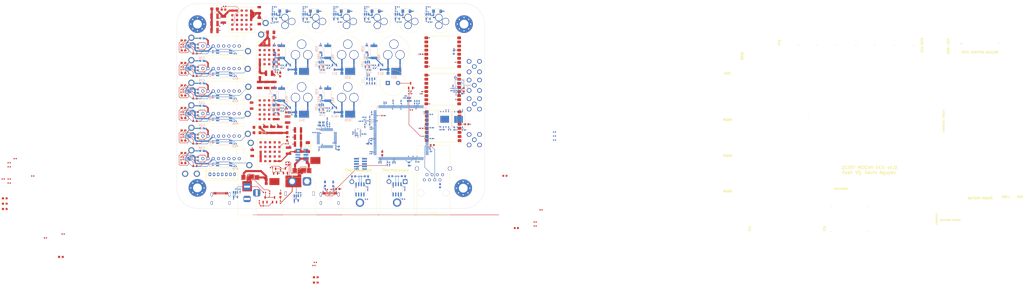
<source format=kicad_pcb>
(kicad_pcb (version 20241229) (generator "pcbnew") (generator_version "9.0")
  (layers (0 "F.Cu" mixed) (4 "In1.Cu" power) (6 "In2.Cu" power) (8 "In3.Cu" signal) (10 "In4.Cu" signal) (2 "B.Cu" mixed) (13 "F.Paste" user) (15 "B.Paste" user) (5 "F.SilkS" user "F.Silkscreen") (7 "B.SilkS" user "B.Silkscreen") (1 "F.Mask" user) (3 "B.Mask" user) (25 "Edge.Cuts" user))
  (net 0 "")
  (net 1 "+3.3V")
  (net 2 "GND")
  (net 3 "+5V")
  (net 4 "REDs_nRST")
  (net 5 "Net-(D3-K)")
  (net 6 "+24V")
  (net 7 "+3V3_REDS")
  (net 8 "/REDs/Single-Cell-Charger/ISO_GND")
  (net 9 "/REDs/Single-Cell-Charger/ISO_5V")
  (net 10 "/REDs/BAT_OUT+")
  (net 11 "/REDs/Single-Cell-Charger1/ISO_GND")
  (net 12 "/REDs/Single-Cell-Charger1/ISO_5V")
  (net 13 "/REDs/Single-Cell-Charger2/ISO_GND")
  (net 14 "/REDs/Single-Cell-Charger2/ISO_5V")
  (net 15 "/REDs/Single-Cell-Charger3/ISO_GND")
  (net 16 "/REDs/Single-Cell-Charger3/ISO_5V")
  (net 17 "/REDs/Single-Cell-Charger4/ISO_5V")
  (net 18 "/REDs/Single-Cell-Charger4/ISO_GND")
  (net 19 "/REDs/Single-Cell-Charger5/ISO_5V")
  (net 20 "Net-(U30-T-)")
  (net 21 "Net-(U30-T+)")
  (net 22 "Net-(U40A-VCAP2)")
  (net 23 "MCU_nRST")
  (net 24 "Net-(U40A-VCAP1)")
  (net 25 "USB_VBUS")
  (net 26 "Net-(U40F-VCAPDSI)")
  (net 27 "Net-(U49-T-)")
  (net 28 "Net-(U49-T+)")
  (net 29 "Net-(D2-K)")
  (net 30 "Net-(C105-Pad1)")
  (net 31 "Net-(C107-Pad1)")
  (net 32 "Net-(U6-Sense)")
  (net 33 "Net-(C110-Pad1)")
  (net 34 "Net-(U7-Sense)")
  (net 35 "Net-(C115-Pad1)")
  (net 36 "Net-(U51-Sense)")
  (net 37 "Net-(U3-CRST)")
  (net 38 "Net-(D1-A)")
  (net 39 "/GSE")
  (net 40 "/BATT")
  (net 41 "Net-(D5-A)")
  (net 42 "Net-(D6-A)")
  (net 43 "Net-(D7-A)")
  (net 44 "Net-(D8-A)")
  (net 45 "Net-(D9-A)")
  (net 46 "Net-(D10-A)")
  (net 47 "Net-(D12-A)")
  (net 48 "Net-(D13-A)")
  (net 49 "Net-(D14-A)")
  (net 50 "Net-(D15-A)")
  (net 51 "Net-(D16-A)")
  (net 52 "/REDs/Single-Cell-Charger/stat")
  (net 53 "/REDs/Single-Cell-Charger1/stat")
  (net 54 "Net-(D17-A)")
  (net 55 "Net-(D18-A)")
  (net 56 "/REDs/Single-Cell-Charger2/stat")
  (net 57 "Net-(D19-A)")
  (net 58 "/REDs/Single-Cell-Charger3/stat")
  (net 59 "Net-(D20-A)")
  (net 60 "/REDs/Single-Cell-Charger4/stat")
  (net 61 "Net-(D21-A)")
  (net 62 "/REDs/Single-Cell-Charger5/stat")
  (net 63 "Net-(D22-K)")
  (net 64 "Net-(D23-A)")
  (net 65 "Net-(D24-K)")
  (net 66 "Net-(D25-A)")
  (net 67 "Net-(D26-K)")
  (net 68 "Net-(D27-A)")
  (net 69 "Net-(D28-K)")
  (net 70 "Net-(D29-A)")
  (net 71 "Net-(D30-K)")
  (net 72 "Net-(D31-K)")
  (net 73 "Net-(D32-K)")
  (net 74 "Net-(D33-K)")
  (net 75 "USB_CONN_D+")
  (net 76 "USB_CONN_D-")
  (net 77 "Net-(D36-A)")
  (net 78 "Net-(D37-K)")
  (net 79 "Net-(D38-K)")
  (net 80 "Net-(D40-A)")
  (net 81 "Net-(D41-A)")
  (net 82 "Net-(D42-K)")
  (net 83 "Net-(TC1-+)")
  (net 84 "Net-(TC1--)")
  (net 85 "Net-(TC2-+)")
  (net 86 "Net-(TC2--)")
  (net 114 "Net-(J1-Pin_2)")
  (net 125 "Net-(J4-In)")
  (net 127 "/REDs/MCU_TMS")
  (net 128 "REDs_TDI")
  (net 129 "REDs_TCK")
  (net 130 "REDs_TDO")
  (net 131 "Net-(J6-Pin_2)")
  (net 132 "Net-(J11-Pin_2)")
  (net 133 "Net-(J12-Pin_2)")
  (net 134 "Net-(J13-Pin_2)")
  (net 135 "Net-(J15-In)")
  (net 136 "Net-(J16-CC2)")
  (net 139 "Net-(J16-CC1)")
  (net 141 "MCU_TDI")
  (net 142 "MCU_TCK")
  (net 143 "MCU_TMS")
  (net 144 "MCU_TDO")
  (net 145 "Net-(J18-Pin_2)")
  (net 146 "Net-(J19-Pin_2)")
  (net 147 "Net-(J20-In)")
  (net 149 "Net-(J22-In)")
  (net 150 "Net-(Q1-G)")
  (net 151 "Net-(Q2-G)")
  (net 152 "Net-(Q2-D)")
  (net 153 "Net-(Q4-G)")
  (net 154 "Net-(Q6-D)")
  (net 155 "Net-(Q6-G)")
  (net 156 "Net-(Q8-G)")
  (net 157 "Net-(Q10-G)")
  (net 158 "Net-(Q10-S)")
  (net 159 "Net-(Q11-G)")
  (net 160 "Net-(Q11-S)")
  (net 161 "Net-(Q12-G)")
  (net 162 "Net-(Q12-S)")
  (net 163 "Net-(Q13-S)")
  (net 164 "Net-(Q13-G)")
  (net 165 "Net-(Q14-G)")
  (net 166 "Net-(Q14-S)")
  (net 167 "ALARM")
  (net 168 "MAG_SDA")
  (net 169 "MAG_SCL")
  (net 170 "Net-(U54-+)")
  (net 171 "PT6")
  (net 172 "REDs_V_SENSE1")
  (net 173 "REDs_MOSFET1")
  (net 174 "REDs_V_SENSE2")
  (net 175 "Net-(U7-PGood)")
  (net 176 "Net-(U6-PGood)")
  (net 177 "/REDs/ALIVE_LED")
  (net 178 "REDs_MOSFET2")
  (net 179 "REDs_RADIO_nCS")
  (net 180 "Net-(U11-VSET)")
  (net 181 "Net-(U11-ISET)")
  (net 182 "Net-(U11-TS)")
  (net 183 "Net-(D43-A)")
  (net 184 "Net-(R35-Pad1)")
  (net 185 "/REDs/REDS_CH0")
  (net 186 "Net-(U14-VSET)")
  (net 187 "Net-(U14-ISET)")
  (net 188 "Net-(U14-TS)")
  (net 189 "Net-(D43-K)")
  (net 190 "Net-(R42-Pad1)")
  (net 191 "/REDs/REDS_CH1")
  (net 192 "Net-(U17-VSET)")
  (net 193 "Net-(U17-ISET)")
  (net 194 "Net-(U17-TS)")
  (net 195 "Net-(D44-K)")
  (net 196 "Net-(R49-Pad1)")
  (net 197 "/REDs/REDS_CH2")
  (net 198 "Net-(U20-VSET)")
  (net 199 "Net-(U20-ISET)")
  (net 200 "Net-(U20-TS)")
  (net 201 "Net-(D44-A)")
  (net 202 "Net-(R56-Pad1)")
  (net 203 "/REDs/REDS_CH3")
  (net 204 "Net-(U23-VSET)")
  (net 205 "Net-(U23-ISET)")
  (net 206 "Net-(U23-TS)")
  (net 207 "Net-(D45-K)")
  (net 208 "Net-(R63-Pad1)")
  (net 209 "/REDs/REDS_CH4")
  (net 210 "Net-(U26-VSET)")
  (net 211 "Net-(U26-ISET)")
  (net 212 "Net-(U26-TS)")
  (net 213 "Net-(D45-A)")
  (net 214 "Net-(R70-Pad1)")
  (net 215 "/REDs/REDS_CH5")
  (net 216 "Net-(U28--)")
  (net 217 "PT0")
  (net 218 "SOLENOID0_EN")
  (net 219 "TC0_nCS")
  (net 220 "SOLENOID1_EN")
  (net 221 "SOLENOID2_EN")
  (net 222 "SOLENOID3_EN")
  (net 223 "PT1")
  (net 224 "Net-(U36--)")
  (net 225 "Net-(U37--)")
  (net 226 "PT2")
  (net 227 "PT3")
  (net 228 "Net-(U38--)")
  (net 229 "Net-(U40A-PDR_ON)")
  (net 230 "USB_VBUS_SENS")
  (net 231 "STATUS_LED")
  (net 232 "PT4")
  (net 233 "Net-(U41--)")
  (net 234 "PT5")
  (net 235 "Net-(U42--)")
  (net 236 "RADIO_nCS")
  (net 237 "RADIO2_nCS")
  (net 238 "RADIO1_nCS")
  (net 239 "MEM_nCS")
  (net 240 "MEM1_nCS")
  (net 241 "TC1_nCS")
  (net 242 "Net-(U50-PGood)")
  (net 243 "Net-(U51-PGood)")
  (net 244 "Net-(U53-+)")
  (net 245 "/REDs/RADIO_STATUS LED")
  (net 246 "IMU_INT4")
  (net 247 "IMU_MISO")
  (net 248 "IMU_nCS1")
  (net 249 "IMU_nCS2")
  (net 250 "IMU_SCK")
  (net 251 "IMU_INT1")
  (net 252 "IMU_MOSI")
  (net 253 "IMU_INT3")
  (net 254 "IMU_INT2")
  (net 255 "ALT_nCS")
  (net 256 "ALT_MOSI")
  (net 257 "ALT_MISO")
  (net 258 "ALT_SCK")
  (net 259 "MAG_INT")
  (net 260 "ETH_RX")
  (net 261 "ETH_nRST")
  (net 262 "ETH_TX")
  (net 263 "ETH_RTS")
  (net 264 "ETH_CTS")
  (net 265 "ETH_CP2")
  (net 278 "REDs_SCL")
  (net 281 "REDs_RADIO_MISO")
  (net 283 "REDs_RADIO_DIO1")
  (net 285 "REDs_RADIO_nRST")
  (net 287 "REDs_RADIO_MOSI")
  (net 289 "REDs_RADIO_DIO0")
  (net 293 "Net-(U8-PD0)")
  (net 294 "REDs_RADIO_SCK")
  (net 295 "REDs_SDA")
  (net 304 "unconnected-(U10-Pad8)")
  (net 306 "unconnected-(U13-Pad8)")
  (net 309 "unconnected-(U16-Pad8)")
  (net 313 "unconnected-(U19-Pad8)")
  (net 314 "unconnected-(U22-Pad8)")
  (net 317 "unconnected-(U25-Pad8)")
  (net 320 "SOLENOID0_FB")
  (net 322 "TC0_SCK")
  (net 323 "TC0_MISO")
  (net 324 "SOLENOID1_FB")
  (net 325 "SOLENOID2_FB")
  (net 326 "SOLENOID3_FB")
  (net 327 "GPS_RX")
  (net 328 "GPS_TX")
  (net 329 "GPS_INT")
  (net 334 "RADIO_MOSI")
  (net 337 "MEM_SCK")
  (net 338 "RADIO1_DIO1")
  (net 339 "RADIO_nRST")
  (net 340 "RADIO2_DIO1")
  (net 345 "MEM_MOSI")
  (net 346 "ECU_GS")
  (net 355 "Net-(U40E-PH0)")
  (net 356 "RADIO_DIO1")
  (net 368 "ECU_BV")
  (net 369 "RADIO_MISO")
  (net 370 "RADIO_SCK")
  (net 372 "RADIO2_nRST")
  (net 385 "RADIO1_nRST")
  (net 386 "MEM_MISO")
  (net 391 "RADIO2_DIO0")
  (net 396 "RADIO_DIO0")
  (net 425 "/REDs/GSE_VSNS")
  (net 426 "/REDs/BATT_VSNS")
  (net 429 "Net-(D46-A)")
  (net 430 "Net-(D46-K)")
  (net 431 "Net-(D47-A)")
  (net 432 "Net-(D47-K)")
  (net 433 "Net-(D48-K)")
  (net 434 "Net-(D48-A)")
  (net 442 "/EVE_GPS/GPS_SCL")
  (net 447 "/EVE_GPS/GPS_SDA")
  (net 459 "/EVE_GPS/GPS_~{RST}")
  (footprint "Capacitor_SMD:C_1210_3225Metric" (layer "F.Cu") (at 89.025 91.71 180)
    (property "Reference" "C10" (hide yes))
    (property "Value" "10uF")
  )
  (footprint "Converter_DCDC:Converter_DCDC_RECOM_RPMx.x-x.0" (layer "F.Cu") (at 74.95 81.84 180)
    (property "Reference" "U50" (hide yes))
    (property "Value" "24V->3.3V 3A")
  )
  (footprint "TestPoint:TestPoint_Plated_Hole_D2.0mm" (layer "F.Cu") (at 37.05 46.65)
    (property "Reference" "TP7" (hide yes))
    (property "Value" "BAT+")
  )
  (footprint "TestPoint:TestPoint_Plated_Hole_D2.0mm" (layer "F.Cu") (at 34 113.1)
    (property "Reference" "TP24" (hide yes))
    (property "Value" "GND")
  )
  (footprint "Resistor_SMD:R_0402_1005Metric" (layer "F.Cu") (at -51.79 107.7)
    (property "Reference" "R16" (hide yes))
    (property "Value" "100K")
  )
  (footprint "Resistor_SMD:R_0402_1005Metric" (layer "F.Cu") (at -25.49 142.55)
    (property "Reference" "R109" (hide yes))
    (property "Value" "100")
  )
  (footprint "Capacitor_SMD:C_0603_1608Metric" (layer "F.Cu") (at 195.5 139.62)
    (property "Reference" "C87" (hide yes))
    (property "Value" "1uF")
  )
  (footprint "TestPoint:TestPoint_Plated_Hole_D2.0mm" (layer "F.Cu") (at 64.8 70.6)
    (property "Reference" "TP3" (hide yes))
    (property "Value" "ISO_5V")
  )
  (footprint "LED_SMD:LED_0603_1608Metric_Pad1.05x0.95mm_HandSolder" (layer "F.Cu") (at 33.2 74.899999 180)
    (property "Reference" "D45" (hide yes))
    (property "Value" "LED")
  )
  (footprint "MountingHole:MountingHole_4.3mm_M4_Pad_Via" (layer "F.Cu") (at 40 120)
    (property "Reference" "H3" (hide yes))
    (property "Value" "MountingHole_Pad")
  )
  (footprint "Capacitor_SMD:C_1210_3225Metric" (layer "F.Cu") (at 70.3 69.7 -90)
    (property "Reference" "C109" (hide yes))
    (property "Value" "10uF")
  )
  (footprint "Connector_AMASS:AMASS_XT60PW-M_1x02_P7.20mm_Horizontal" (layer "F.Cu") (at 93.4 116.8 180)
    (property "Reference" "J24" (hide yes))
    (property "Value" "XT60")
  )
  (footprint "0UCIRP-KiCAD-Lib:EC4SAW-xxSxxN" (layer "F.Cu") (at 51.52 94.699999 180)
    (property "Reference" "U22" (hide yes))
    (property "Value" "~")
  )
  (footprint "Connector_BarrelJack:BarrelJack_Horizontal" (layer "F.Cu") (at 64.2 119.4 90)
    (property "Reference" "J14" (hide yes))
    (property "Value" "Barrel_Jack_Switch")
  )
  (footprint "Converter_DCDC:Converter_DCDC_RECOM_RPMx.x-x.0" (layer "F.Cu") (at 61.6 37.98)
    (property "Reference" "U51" (hide yes))
    (property "Value" "24V->5V 3A")
  )
  (footprint "Capacitor_SMD:C_1210_3225Metric" (layer "F.Cu") (at 80.1 91.65 90)
    (property "Reference" "C104" (hide yes))
    (property "Value" "10uF")
  )
  (footprint "Resistor_SMD:R_0402_1005Metric" (layer "F.Cu") (at 39.35 51.55)
    (property "Reference" "R32" (hide yes))
    (property "Value" "10K")
  )
  (footprint "Resistor_SMD:R_0603_1608Metric" (layer "F.Cu") (at 38.8 65.349999)
    (property "Reference" "R37" (hide yes))
    (property "Value" "27K")
  )
  (footprint "Resistor_SMD:R_0402_1005Metric" (layer "F.Cu") (at 84.45 108.1475 -90)
    (property "Reference" "R23" (hide yes))
    (property "Value" "10K")
  )
  (footprint "LED_SMD:LED_0603_1608Metric_Pad1.05x0.95mm_HandSolder" (layer "F.Cu") (at -26.575 153.7)
    (property "Reference" "D36" (hide yes))
    (property "Value" "LED")
  )
  (footprint "TestPoint:TestPoint_Plated_Hole_D2.0mm" (layer "F.Cu") (at 37.05 79.65)
    (property "Reference" "TP10" (hide yes))
    (property "Value" "BAT+")
  )
  (footprint "Capacitor_SMD:C_0402_1005Metric" (layer "F.Cu") (at -34.12 144.43)
    (property "Reference" "C72" (hide yes))
    (property "Value" "100nF")
  )
  (footprint "LED_SMD:LED_0603_1608Metric_Pad1.05x0.95mm_HandSolder" (layer "F.Cu") (at 33.2 63.899999 180)
    (property "Reference" "D44" (hide yes))
    (property "Value" "LED")
  )
  (footprint "0UCIRP-KiCAD-Lib:AM-K-PCB" (layer "F.Cu") (at 137.3375 122.925 -90)
    (property "Reference" "TC2" (hide yes))
    (property "Value" "Thermocouple")
  )
  (footprint "LED_SMD:LED_0603_1608Metric_Pad1.05x0.95mm_HandSolder" (layer "F.Cu") (at 33.2 47.95)
    (property "Reference" "D16" (hide yes))
    (property "Value" "LED")
  )
  (footprint "LED_SMD:LED_0603_1608Metric_Pad1.05x0.95mm_HandSolder" (layer "F.Cu") (at 33.2 102.95)
    (property "Reference" "D21" (hide yes))
    (property "Value" "LED")
  )
  (footprint "LED_SMD:LED_0603_1608Metric_Pad1.05x0.95mm_HandSolder" (layer "F.Cu") (at 33.2 58.95)
    (property "Reference" "D17" (hide yes))
    (property "Value" "LED")
  )
  (footprint "Resistor_SMD:R_0402_1005Metric" (layer "F.Cu") (at 76.1 110.1)
    (property "Reference" "R22" (hide yes))
    (property "Value" "100")
  )
  (footprint "Resistor_SMD:R_0402_1005Metric" (layer "F.Cu") (at 71.5 128.8)
    (property "Reference" "R12" (hide yes))
    (property "Value" "100")
  )
  (footprint "0UCIRP-KiCAD-Lib:GX-12 3 pin" (layer "F.Cu") (at 140.7 38.7 90)
    (property "Reference" "J18" (hide yes))
    (property "Value" "PT")
  )
  (footprint "Capacitor_SMD:C_1210_3225Metric" (layer "F.Cu") (at 83.95 86.6 90)
    (property "Reference" "C105" (hide yes))
    (property "Value" "10uF")
  )
  (footprint "Capacitor_SMD:C_0603_1608Metric" (layer "F.Cu") (at 189.925 114.1)
    (property "Reference" "C85" (hide yes))
    (property "Value" "1uF")
  )
  (footprint "Package_TO_SOT_SMD:SOT-23-3" (layer "F.Cu") (at 143.9375 70.0375 90)
    (property "Reference" "Q1" (hide yes))
    (property "Value" "DMG3402L")
  )
  (footprint "Resistor_SMD:R_0603_1608Metric" (layer "F.Cu") (at 38.8 76.349999)
    (property "Reference" "R44" (hide yes))
    (property "Value" "27K")
  )
  (footprint "Resistor_SMD:R_0402_1005Metric" (layer "F.Cu") (at 39.35 73.549999)
    (property "Reference" "R46" (hide yes))
    (property "Value" "10K")
  )
  (footprint "Capacitor_SMD:C_1210_3225Metric" (layer "F.Cu") (at 76.7 91.65 90)
    (property "Reference" "C103" (hide yes))
    (property "Value" "10uF")
  )
  (footprint "TestPoint:TestPoint_Plated_Hole_D2.0mm" (layer "F.Cu") (at 64.75 75.6)
    (property "Reference" "TP21" (hide yes))
    (property "Value" "3V3_REDS")
  )
  (footprint "Resistor_SMD:R_0603_1608Metric" (layer "F.Cu") (at 38.8 87.349999)
    (property "Reference" "R51" (hide yes))
    (property "Value" "27K")
  )
  (footprint "Resistor_SMD:R_0402_1005Metric" (layer "F.Cu") (at -51.79 117.65)
    (property "Reference" "R28" (hide yes))
    (property "Value" "1.5K")
  )
  (footprint "LED_SMD:LED_0603_1608Metric_Pad1.05x0.95mm_HandSolder" (layer "F.Cu") (at 84.11 83.1 180)
    (property "Reference" "D40" (hide yes))
    (property "Value" "LED")
  )
  (footprint "LED_SMD:LED_0603_1608Metric_Pad1.05x0.95mm_HandSolder" (layer "F.Cu") (at 80.45 123.6 -90)
    (property "Reference" "D13" (hide yes))
    (property "Value" "LED")
  )
  (footprint "TestPoint:TestPoint_Plated_Hole_D2.0mm" (layer "F.Cu") (at 64.5 61.849998)
    (property "Reference" "TP2" (hide yes))
    (property "Value" "ISO_5V")
  )
  (footprint "Resistor_SMD:R_0402_1005Metric" (layer "F.Cu") (at -54.7 115.66)
    (property "Reference" "R13" (hide yes))
    (property "Value" "15K")
  )
  (footprint "LED_SMD:LED_0603_1608Metric_Pad1.05x0.95mm_HandSolder" (layer "F.Cu") (at 97.715 166.24)
    (property "Reference" "D10" (hide yes))
    (property "Value" "LED")
  )
  (footprint "Package_TO_SOT_SMD:SOT-23-3" (layer "F.Cu") (at 78.1 111.8 90)
    (property "Reference" "Q6" (hide yes))
    (property "Value" "Q_NMOS_GSD")
  )
  (footprint "TestPoint:TestPoint_Plated_Hole_D2.0mm" (layer "F.Cu") (at 73.25 39.45 -90)
    (property "Reference" "TP25" (hide yes))
    (property "Value" "5V")
  )
  (footprint "0UCIRP-KiCAD-Lib:GC-XPORT" (layer "F.Cu") (at 155.08 116.325 90)
    (property "Reference" "U4" (hide yes))
    (property "Value" "GC-XPORT-ENH")
    (fp_circle (center -6.11 -6.15) (end -4.485 -6.15) (stroke (width 0.1)) (fill no) (layer "Edge.Cuts"))
    (fp_circle (center -6.11 6.15) (end -4.485 6.15) (stroke (width 0.1)) (fill no) (layer "Edge.Cuts"))
  )
  (footprint "Capacitor_SMD:C_0402_1005Metric" (layer "F.Cu") (at 204.68 138.62)
    (property "Reference" "C82" (hide yes))
    (property "Value" "100nF")
  )
  (footprint "Resistor_SMD:R_0402_1005Metric" (layer "F.Cu") (at 32.5 61)
    (property "Reference" "R41" (hide yes))
    (property "Value" "10K")
  )
  (footprint "0UCIRP-KiCAD-Lib:GX-12 3 pin" (layer "F.Cu") (at 80.7 38.7 90)
    (property "Reference" "J6" (hide yes))
    (property "Value" "PT")
  )
  (footprint "Resistor_SMD:R_0402_1005Metric" (layer "F.Cu") (at 144.3 81.9 180)
    (property "Reference" "R103" (hide yes))
    (property "Value" "10K")
  )
  (footprint "Capacitor_SMD:C_1210_3225Metric" (layer "F.Cu") (at 48.3 43.1)
    (property "Reference" "C114" (hide yes))
    (property "Value" "10uF")
  )
  (footprint "Resistor_SMD:R_0402_1005Metric" (layer "F.Cu") (at 32.5 94)
    (property "Reference" "R62" (hide yes))
    (property "Value" "10K")
  )
  (footprint "0UCIRP-KiCAD-Lib:AM-K-PCB" (layer "F.Cu") (at 119.25 122.965 -90)
    (property "Reference" "TC1" (hide yes))
    (property "Value" "Thermocouple")
  )
  (footprint "TestPoint:TestPoint_Plated_Hole_D2.0mm" (layer "F.Cu") (at 66 98 180)
    (property "Reference" "TP22" (hide yes))
    (property "Value" "5V0_REDS")
  )
  (footprint "LED_SMD:LED_0603_1608Metric_Pad1.05x0.95mm_HandSolder" (layer "F.Cu") (at 33.2 85.899999 180)
    (property "Reference" "D46" (hide yes))
    (property "Value" "LED")
  )
  (footprint "Inductor_SMD:L_Vishay_IHLP-1212" (layer "F.Cu") (at 83.75 91.7 90)
    (property "Reference" "L3" (hide yes))
    (property "Value" "2.2uH 3A")
  )
  (footprint "LED_SMD:LED_0603_1608Metric_Pad1.05x0.95mm_HandSolder" (layer "F.Cu") (at -53.935 125.12)
    (property "Reference" "D12" (hide yes))
    (property "Value" "LED")
  )
  (footprint "Package_SO:Vishay_PowerPAK_1212-8_Single" (layer "F.Cu") (at 88.1425 111.6075 180)
    (property "Reference" "Q8" (hide yes))
    (property "Value" "PMOS")
  )
  (footprint "Resistor_SMD:R_0402_1005Metric" (layer "F.Cu") (at 39.35 49.95 180)
    (property "Reference" "R31" (hide yes))
    (property "Value" "375")
  )
  (footprint "Resistor_SMD:R_0402_1005Metric" (layer "F.Cu") (at 32.5 83)
    (property "Reference" "R55" (hide yes))
    (property "Value" "10K")
  )
  (footprint "0UCIRP-KiCAD-Lib:EC4SAW-xxSxxN" (layer "F.Cu") (at 51.52 50.7 180)
    (property "Reference" "U10" (hide yes))
    (property "Value" "~" (hide yes))
  )
  (footprint "Resistor_SMD:R_0402_1005Metric" (layer "F.Cu") (at 39.35 60.95 180)
    (property "Reference" "R38" (hide yes))
    (property "Value" "375")
  )
  (footprint "Resistor_SMD:R_0402_1005Metric" (layer "F.Cu") (at 97.5 156.4)
    (property "Reference" "R20" (hide yes))
    (property "Value" "1K")
  )
  (footprint "0UCIRP-KiCAD-Lib:EC4SAW-xxSxxN" (layer "F.Cu") (at 51.52 72.699999 180)
    (property "Reference" "U16" (hide yes))
    (property "Value" "~")
  )
  (footprint "Capacitor_SMD:C_1206_3216Metric" (layer "F.Cu") (at 75.65 46.55)
    (property "Reference" "C111" (hide yes))
    (property "Value" "10uF")
  )
  (footprint "Connector_USB:USB_C_Receptacle_GCT_USB4105-xx-A_16P_TopMnt_Horizontal" (layer "F.Cu") (at 104.5 126.29)
    (property "Reference" "J16" (hide yes))
    (property "Value" "USB-C")
  )
  (footprint "Resistor_SMD:R_0402_1005Metric" (layer "F.Cu") (at 70.2 126.8 -90)
    (property "Reference" "R11" (hide yes))
    (property "Value" "1K")
  )
  (footprint "Connector_JST:JST_PH_B7B-PH-K_1x07_P2.00mm_Vertical" (layer "F.Cu") (at 46.1 113.4)
    (property "Reference" "J2" (hide yes))
    (property "Value" "Conn_01x07")
  )
  (footprint "Resistor_SMD:R_0402_1005Metric" (layer "F.Cu") (at 32.5 95.199999)
    (property "Reference" "R61" (hide yes))
    (property "Value" "10K")
  )
  (footprint "Capacitor_SMD:C_0402_1005Metric" (layer "F.Cu") (at 204.68 136.65)
    (property "Reference" "C81" (hide yes))
    (property "Value" "100nF")
  )
  (footprint "Resistor_SMD:R_0402_1005Metric" (layer "F.Cu") (at 53.18 31.34 180)
    (property "Reference" "R126" (hide yes))
    (property "Value" "1.5K")
  )
  (footprint "Resistor_SMD:R_0402_1005Metric" (layer "F.Cu") (at 32.5 50)
    (property "Reference" "R34" (hide yes))
    (property "Value" "10K")
  )
  (footprint "0UCIRP-KiCAD-Lib:RFM95W" (layer "F.Cu") (at 159.8 89.9)
    (property "Reference" "U9" (hide yes))
    (property "Value" "~")
  )
  (footprint "Resistor_SMD:R_0402_1005Metric" (layer "F.Cu") (at 83.15 108.1475 90)
    (property "Reference" "R24" (hide yes))
    (property "Value" "100")
  )
  (footprint "TestPoint:TestPoint_Plated_Hole_D2.0mm" (layer "F.Cu") (at 64.6 93.6)
    (property "Reference" "TP5" (hide yes))
    (property "Value" "ISO_5V")
  )
  (footprint "Connector_Coaxial:SMA_Molex_73251-2200_Horizontal" (layer "F.Cu") (at 175 96.475 -90)
    (property "Reference" "J4" (hide yes))
    (property "Value" "SMA")
  )
  (footprint "Resistor_SMD:R_1206_3216Metric_Pad1.30x1.75mm_HandSolder" (layer "F.Cu") (at 75.75 44)
    (property "Reference" "R85" (hide yes))
    (property "Value" "0")
  )
  (footprint "Capacitor_SMD:C_0603_1608Metric" (layer "F.Cu") (at 130.1 103.175 -90)
    (property "Reference" "C69" (hide yes))
    (property "Value" "2.2uF")
  )
  (footprint "Diode_SMD:D_0402_1005Metric" (layer "F.Cu") (at 105.7 120.8)
    (property "Reference" "D34" (hide yes))
    (property "Value" "6.8V")
  )
  (footprint "Resistor_SMD:R_0402_1005Metric" (layer "F.Cu") (at 96.8 157.9)
    (property "Reference" "R130" (hide yes))
    (property "Value" "1K")
  )
  (footprint "Inductor_SMD:L_Vishay_IHLP-1212" (layer "F.Cu") (at 70.45 64.75 90)
    (property "Reference" "L2" (hide yes))
    (property "Value" "2.2uH 3A")
  )
  (footprint "0UCIRP-KiCAD-Lib:EC4SAW-xxSxxN" (layer "F.Cu") (at 51.52 61.699999 180)
    (property "Reference" "U13" (hide yes))
    (property "Value" "~")
  )
  (footprint "Capacitor_SMD:C_1210_3225Metric" (layer "F.Cu") (at 89.025 98.61 180)
    (property "Reference" "C106" (hide yes))
    (property "Value" "10uF")
  )
  (footprint "Capacitor_SMD:C_1210_3225Metric" (layer "F.Cu") (at 52.63 37.79 -90)
    (property "Reference" "C115" (hide yes))
    (property "Value" "10uF")
  )
  (footprint "Diode_SMD:D_PowerDI-5" (layer "F.Cu") (at 96.362 106.62 180)
    (property "Reference" "D7" (hide yes))
    (property "Value" "100V 8A")
  )
  (footprint "0UCIRP-KiCAD-Lib:GX-12 3 pin" (layer "F.Cu") (at 95.7 38.7 90)
    (property "Reference" "J11" (hide yes))
    (property "Value" "PT")
  )
  (footprint "Connector_Coaxial:SMA_Molex_73251-2200_Horizontal" (layer "F.Cu") (at 175 60.75 -90)
    (property "Reference" "J20" (hide yes))
    (property "Value" "SMA")
  )
  (footprint "Resistor_SMD:R_0402_1005Metric" (layer "F.Cu") (at 39.35 84.549999)
    (property "Reference" "R53" (hide yes))
    (property "Value" "10K")
  )
  (footprint "TestPoint:TestPoint_Plated_Hole_D2.0mm" (layer "F.Cu") (at 37.05 90.65)
    (property "Reference" "TP11" (hide yes))
    (property "Value" "BAT+")
  )
  (footprint "Package_TO_SOT_SMD:SOT-23-3" (layer "F.Cu") (at 82.9 111.6 90)
    (property "Reference" "Q7" (hide yes))
    (property "Value" "Q_NMOS_GSD")
  )
  (footprint "LED_SMD:LED_0603_1608Metric_Pad1.05x0.95mm_HandSolder" (layer "F.Cu") (at -53.935 130.3)
    (property "Reference" "D15" (hide yes))
    (property "Value" "LED")
  )
  (footprint "Package_SO:Vishay_PowerPAK_1212-8_Single" (layer "F.Cu") (at 63.165 114.89 180)
    (property "Reference" "Q4" (hide yes))
    (property "Value" "PMOS")
  )
  (footprint "LED_SMD:LED_0603_1608Metric_Pad1.05x0.95mm_HandSolder" (layer "F.Cu") (at 52.705 32.94)
    (property "Reference" "D8" (hide yes))
    (property "Value" "LED")
  )
  (footprint "Resistor_SMD:R_0402_1005Metric" (layer "F.Cu") (at 83.715 98.44)
    (property "Reference" "R19" (hide yes))
    (property "Value" "1.5K")
  )
  (footprint "TestPoint:TestPoint_Plated_Hole_D2.0mm" (layer "F.Cu") (at 65.3 108.9)
    (property "Reference" "TP6" (hide yes))
    (property "Value" "ISO_5V")
  )
  (footprint "Inductor_SMD:L_Vishay_IHLP-1212" (layer "F.Cu") (at 89.125 102.31 180)
    (property "Reference" "L1" (hide yes))
    (property "Value" "2.2uH 3A")
  )
  (footprint "Resistor_SMD:R_0402_1005Metric" (layer "F.Cu") (at 72.7 122.2)
    (property "Reference" "R14" (hide yes))
    (property "Value" "10K")
  )
  (footprint "Resistor_SMD:R_0402_1005Metric" (layer "F.Cu") (at -51.79 109.69)
    (property "Reference" "R18" (hide yes))
    (property "Value" "15K")
  )
  (footprint "Resistor_SMD:R_0402_1005Metric" (layer "F.Cu") (at 80.5 110.6375 90)
    (property "Reference" "R21" (hide yes))
    (property "Value" "1K")
  )
  (footprint "Diode_SMD:D_SMF" (layer "F.Cu") (at 69 90.4 180)
    (property "Reference" "D2" (hide yes))
    (property "Value" "150V 3A")
  )
  (footprint "Capacitor_SMD:C_0603_1608Metric" (layer "F.Cu") (at 108.4 120.5)
    (property "Reference" "C76" (hide yes))
    (property "Value" "10uF")
  )
  (footprint "0UCIRP-KiCAD-Lib:GX-16 3 pin" (layer "F.Cu") (at 113.3 78.9 180)
    (property "Reference" "J10" (hide yes))
    (property "Value" "Solenoid")
  )
  (footprint "TestPoint:TestPoint_Plated_Hole_D2.0mm" (layer "F.Cu") (at 71.05 45.1)
    (property "Reference" "TP26" (hide yes))
    (property "Value" "3.3V")
  )
  (footprint "Resistor_SMD:R_0402_1005Metric" (layer "F.Cu") (at 39.35 62.549999)
    (property "Reference" "R39" (hide yes))
    (property "Value" "10K")
  )
  (footprint "0UCIRP-KiCAD-Lib:EC4SAW-xxSxxN" (layer "F.Cu") (at 51.52 105.699999 180)
    (property "Reference" "U25" (hide yes))
    (property "Value" "~")
  )
  (footprint "Package_TO_SOT_SMD:SOT-23-3" (layer "F.Cu") (at 72.975 125.8 90)
    (property "Reference" "Q2" (hide yes))
    (property "Value" "Q_NMOS_GSD")
  )
  (footprint "Resistor_SMD:R_0402_1005Metric" (layer "F.Cu") (at 149.29 54.7)
    (property "Reference" "R116" (hide yes))
    (property "Value" "100K")
  )
  (footprint "Resistor_SMD:R_1206_3216Metric_Pad1.30x1.75mm_HandSolder" (layer "F.Cu") (at 70.15 38.4 -90)
    (property "Reference" "R84" (hide yes))
    (property "Value" "0")
  )
  (footprint "Capacitor_SMD:C_1206_3216Metric" (layer "F.Cu") (at 70.13 33.19 90)
    (property "Reference" "C116" (hide yes))
    (property "Value" "10uF")
  )
  (footprint "Diode_SMD:D_0402_1005Metric" (layer "F.Cu") (at 102.9 120.8 180)
    (property "Reference" "D35" (hide yes))
    (property "Value" "6.8V")
  )
  (footprint "Resistor_SMD:R_0402_1005Metric" (layer "F.Cu") (at 39.35 71.95 180)
    (property "Reference" "R45" (hide yes))
    (property "Value" "375")
  )
  (footprint "Package_SO:Vishay_PowerPAK_1212-8_Single" (layer "F.Cu") (at 68.3 114.9)
    (property "Reference" "Q5" (hide yes))
    (property "Value" "PMOS")
  )
  (footprint "Resistor_SMD:R_0402_1005Metric" (layer "F.Cu") (at 32.5 62.199999)
    (property "Reference" "R40" (hide yes))
    (property "Value" "10K")
  )
  (footprint "LED_SMD:LED_0603_1608Metric_Pad1.05x0.95mm_HandSolder" (layer "F.Cu") (at -53.935 127.71)
    (property "Reference" "D14" (hide yes))
    (property "Value" "LED")
  )
  (footprint "Resistor_SMD:R_0402_1005Metric" (layer "F.Cu") (at 130.5 84.7)
    (property "Reference" "R104" (hide yes))
    (property "Value" "10K")
  )
  (footprint "Resistor_SMD:R_0402_1005Metric" (layer "F.Cu") (at -48.88 105.71)
    (property "Reference" "R29" (hide yes))
    (property "Value" "1.5K")
  )
  (footprint "Resistor_SMD:R_0402_1005Metric" (layer "F.Cu") (at 39.35 95.549999)
    (property "Reference" "R60" (hide yes))
    (property "Value" "10K")
  )
  (footprint "Diode_SMD:D_SMF" (layer "F.Cu") (at 69 93.05 180)
    (property "Reference" "D4" (hide yes))
    (property "Value" "150V 3A")
  )
  (footprint "TestPoint:TestPoint_Plated_Hole_D2.0mm" (layer "F.Cu") (at 64.65 53.2)
    (property "Reference" "TP1" (hide yes))
    (property "Value" "ISO_5V")
  )
  (footprint "Capacitor_SMD:C_1206_3216Metric" (layer "F.Cu") (at 66.7 102.9 90)
    (property "Reference" "C108" (hide yes))
    (property "Value" "10uF")
  )
  (footprint "Resistor_SMD:R_0402_1005Metric" (layer "F.Cu") (at 143.6375 72.7375 180)
    (property "Reference" "R2" (hide yes))
    (property "Value" "100")
  )
  (footprint "Capacitor_SMD:C_1210_3225Metric" (layer "F.Cu") (at 89 95.21 180)
    (property "Reference" "C12" (hide yes))
    (property "Value" "10uF")
  )
  (footprint "Capacitor_SMD:C_0402_1005Metric" (layer "F.Cu") (at 207.55 130.74)
    (property "Reference" "C88" (hide yes))
    (property "Value" "100nF")
  )
  (footprint "Converter_DCDC:Converter_DCDC_RECOM_RPMx.x-x.0" (layer "F.Cu") (at 75.39 102.35 180)
    (property "Reference" "U6" (hide yes))
    (property "Value" "24V->5V 3A")
  )
  (footprint "Resistor_SMD:R_0603_1608Metric" (layer "F.Cu") (at 38.8 98.349999)
    (property "Reference" "R58" (hide yes))
    (property "Value" "27K")
  )
  (footprint "Package_TO_SOT_SMD:SOT-23-3" (layer "F.Cu") (at 77.6 125.8 90)
    (property "Reference" "Q3" (hide yes))
    (property "Value" "Q_NMOS_GSD")
  )
  (footprint "Resistor_SMD:R_0402_1005Metric" (layer "F.Cu") (at 75.2 122.1 90)
    (property "Reference" "R15" (hide yes))
    (property "Value" "100")
  )
  (footprint "MountingHole:MountingHole_4.3mm_M4_Pad_Via" (layer "F.Cu") (at 169.6 120.15)
    (property "Reference" "H4" (hide yes))
    (property "Value" "MountingHole_Pad")
  )
  (footprint "LED_SMD:LED_0603_1608Metric_Pad1.05x0.95mm_HandSolder" (layer "F.Cu") (at 33.2 91.95)
    (property "Reference" "D20" (hide yes))
    (property "Value" "LED")
  )
  (footprint "0UCIRP-KiCAD-Lib:GX-16 3 pin" (layer "F.Cu") (at 113.3 58 180)
    (property "Reference" "J8" (hide yes))
    (property "Value" "Solenoid")
  )
  (footprint "0UCIRP-KiCAD-Lib:EC4SAW-xxSxxN" (layer "F.Cu") (at 51.52 83.699999 180)
    (property "Reference" "U19" (hide yes))
    (property "Value" "~")
  )
  (footprint "Capacitor_SMD:C_1210_3225Metric" (layer "F.Cu") (at 73.3 91.65 90)
    (property "Reference" "C102" (hide yes))
    (property "Value" "10uF")
  )
  (footprint "0UCIRP-KiCAD-Lib:GX-12 3 pin" (layer "F.Cu") (at 125.7 38.7 90)
    (property "Reference" "J13" (hide yes))
    (property "Value" "PT")
  )
  (footprint "Diode_SMD:D_PowerDI-5" (layer "F.Cu") (at 76.4 116.92 180)
    (property "Reference" "D1" (hide yes))
    (property "Value" "100V 8A")
  )
  (footprint "Resistor_SMD:R_0402_1005Metric" (layer "F.Cu") (at 32.5 105)
    (property "Reference" "R69" (hide yes))
    (property "Value" "10K")
  )
  (footprint "Resistor_SMD:R_0402_1005Metric" (layer "F.Cu") (at 80.47 126.995 90)
    (property "Reference" "R27" (hide yes))
    (property "Value" "10K")
  )
  (footprint "0UCIRP-KiCAD-Lib:RFM95W" (layer "F.Cu") (at 159.6 53.7)
    (property "Reference" "U43" (hide yes))
    (property "Value" "~")
  )
  (footprint "Resistor_SMD:R_0603_1608Metric" (layer "F.Cu") (at 38.8 54.35)
    (property "Reference" "R30" (hide yes))
    (property "Value" "27K")
  )
  (footprint "Resistor_SMD:R_0402_1005Metric" (layer "F.Cu") (at 32.5 72)
    (property "Reference" "R48" (hide yes))
    (property "Value" "10K")
  )
  (footprint "Capacitor_SMD:C_1210_3225Metric" (layer "F.Cu") (at 77.25 69.7 -90)
    (property "Reference" "C11" (hide yes))
    (property "Value" "10uF")
  )
  (footprint "Resistor_SMD:R_0402_1005Metric" (layer "F.Cu") (at 32.5 84.199999)
    (property "Reference" "R54" (hide yes))
    (property "Value" "10K")
  )
  (footprint "TestPoint:TestPoint_Plated_Hole_D2.0mm" (layer "F.Cu") (at 37.05 57.65)
    (property "Reference" "TP8" (hide yes))
    (property "Value" "BAT+")
  )
  (footprint "Capacitor_SMD:C_1210_3225Metric" (layer "F.Cu") (at 84.425 101.8 90)
    (property "Reference" "C107" (hide yes))
    (property "Value" "10uF")
  )
  (footprint "Resistor_SMD:R_0402_1005Metric" (layer "F.Cu") (at 32.5 106.199999)
    (property "Reference" "R68" (hide yes))
    (property "Value" "10K")
  )
  (footprint "LED_SMD:LED_0603_1608Metric_Pad1.05x0.95mm_HandSolder" (layer "F.Cu") (at 83.725 95.965 -90)
    (property "Reference" "D5" (hide yes))
    (property "Value" "LED")
  )
  (footprint "Resistor_SMD:R_0402_1005Metric" (layer "F.Cu") (at 143.6375 73.9375 180)
    (property "Reference" "R1" (hide yes))
    (property "Value" "10K")
  )
  (footprint "LED_SMD:LED_0603_1608Metric_Pad1.05x0.95mm_HandSolder" (layer "F.Cu") (at 33.2 69.95)
    (property "Reference" "D18" (hide yes))
    (property "Value" "LED")
  )
  (footprint "Resistor_SMD:R_0402_1005Metric" (layer "F.Cu") (at 149.5 73.5 90)
    (property "Reference" "R118" (hide yes))
    (property "Value" "100K")
  )
  (footprint "Connector_Coaxial:SMA_Molex_73251-2200_Horizontal" (layer "F.Cu") (at 175 78.975 -90)
    (property "Reference" "J22" (hide yes))
    (property "Value" "SMA")
  )
  (footprint "Resistor_SMD:R_0402_1005Metric" (layer "F.Cu") (at -40.3 114.2)
    (property "Reference" "R9" (hide yes))
    (property "Value" "100K")
  )
  (footprint "MountingHole:MountingHole_4.3mm_M4_Pad_Via" (layer "F.Cu") (at 170 40)
    (property "Reference" "H2" (hide yes))
    (property "Value" "MountingHole_Pad")
  )
  (footprint "Connector_USB:USB_C_Receptacle_GCT_USB4105-xx-A_16P_TopMnt_Horizontal" (layer "F.Cu") (at 51.3 126.29)
    (property "Reference" "J3" (hide yes))
    (property "Value" "USB-C")
  )
  (footprint "Resistor_SMD:R_0402_1005Metric" (layer "F.Cu") (at 78.46 63.45)
    (property "Reference" "R17" (hide yes))
    (property "Value" "1.5K")
  )
  (footprint "TestPoint:TestPoint_Plated_Hole_D2.0mm" (layer "F.Cu") (at 37.05 68.65)
    (property "Reference" "TP9" (hide yes))
    (property "Value" "BAT+")
  )
  (footprint "LED_SMD:LED_0603_1608Metric_Pad1.05x0.95mm_HandSolder" (layer "F.Cu") (at 80.35 64.65 -90)
    (property "Reference" "D6" (hide yes))
    (property "Value" "LED")
  )
  (footprint "Capacitor_SMD:C_1210_3225Metric" (layer "F.Cu") (at 74.9 64)
    (property "Reference" "C110" (hide yes))
    (property "Value" "10uF")
  )
  (footprint "LED_SMD:LED_0603_1608Metric_Pad1.05x0.95mm_HandSolder" (layer "F.Cu") (at 33.2 96.899999 180)
    (property "Reference" "D47" (hide yes))
    (property "Value" "LED")
  )
  (footprint "Capacitor_SMD:C_1210_3225Metric" (layer "F.Cu") (at 48.3 36.15)
    (property "Reference" "C112" (hide yes))
    (property "Value" "10uF")
  )
  (footprint "Resistor_SMD:R_0402_1005Metric" (layer "F.Cu") (at 39.35 106.549999)
    (property "Reference" "R67" (hide yes))
    (property "Value" "10K")
  )
  (footprint "TestPoint:TestPoint_Plated_Hole_D2.0mm" (layer "F.Cu") (at 64.5 83.849998)
    (property "Reference" "TP4" (hide yes))
    (property "Value" "ISO_5V")
  )
  (footprint "Resistor_SMD:R_0402_1005Metric" (layer "F.Cu") (at 83.3 81.4 180)
    (property "Reference" "R125" (hide yes))
    (property "Value" "1.5K")
  )
  (footprint "MountingHole:MountingHole_4.3mm_M4_Pad_Via" (layer "F.Cu") (at 40 40)
    (property "Reference" "H1" (hide yes))
    (property "Value" "MountingHole_Pad")
  )
  (footprint "Buzzer_Beeper:Buzzer_TDK_PS1240P02BT_D12.2mm_H6.5mm" (layer "F.Cu") (at 132.8375 68.7375)
    (property "Reference" "J1" (hide yes))
    (property "Value" "ALARM")
  )
  (footprint "LED_SMD:LED_0603_1608Metric_Pad1.05x0.95mm_HandSolder" (layer "F.Cu") (at 33.2 52.9 180)
    (property "Reference" "D43" (hide yes))
    (property "Value" "LED")
  )
  (footprint "Connector_Coaxial:SMA_Molex_73251-2200_Horizontal" (layer "F.Cu") (at 175 69.85 -90)
    (property "Reference" "J15" (hide yes))
    (property "Value" "GNSS SMA")
  )
  (footprint "Converter_DCDC:Converter_DCDC_RECOM_RPMx.x-x.0" (layer "F.Cu") (at 75 55 90)
    (property "Reference" "U7" (hide yes))
    (property "Value" "24V->3.3V 3A")
  )
  (footprint "Diode_SMD:D_SOD-128" (layer "F.Cu") (at 93.825 100.11 90)
    (property "Reference" "D3" (hide yes))
    (property "Value" "30V 5A")
  )
  (footprint "Capacitor_SMD:C_1206_3216Metric" (layer "F.Cu") (at 66.4 79.8 90)
    (property "Reference" "C101" (hide yes))
    (property "Value" "10uF")
  )
  (footprint "TestPoint:TestPoint_Plated_Hole_D2.0mm" (layer "F.Cu") (at 39.7 113.1)
    (property "Reference" "TP23" (hide yes))
    (property "Value" "MAIN_OUT+")
  )
  (footprint "LED_SMD:LED_0603_1608Metric_Pad1.05x0.95mm_HandSolder" (layer "F.Cu") (at 33.2 80.95)
    (property "Reference" "D19" (hide yes))
    (property "Value" "LED")
  )
  (footprint "Resistor_SMD:R_0402_1005Metric" (layer "F.Cu") (at 39.35 93.95 180)
    (property "Reference" "R59" (hide yes))
    (property "Value" "375")
  )
  (footprint "Capacitor_SMD:C_1210_3225Metric" (layer "F.Cu") (at 48.3 39.7)
    (property "Reference" "C113" (hide yes))
    (property "Value" "10uF")
  )
  (footprint "Resistor_SMD:R_0402_1005Metric" (layer "F.Cu") (at -51.79 115.66)
    (property "Reference" "R26" (hide yes))
    (property "Value" "10K")
  )
  (footprint "Resistor_SMD:R_0402_1005Metric" (layer "F.Cu") (at 39.35 104.95 180)
    (property "Reference" "R66" (hide yes))
    (property "Value" "375")
  )
  (footprint "Resistor_SMD:R_0402_1005Metric" (layer "F.Cu") (at 32.5 51.2)
    (property "Reference" "R33" (hide yes))
    (property "Value" "10K")
  )
  (footprint "LED_SMD:LED_0603_1608Metric_Pad1.05x0.95mm_HandSolder" (layer "F.Cu") (at 33.2 107.899999 180)
    (property "Reference" "D48" (hide yes))
    (property "Value" "LED")
  )
  (footprint "0UCIRP-KiCAD-Lib:RFM95W" (layer "F.Cu") (at 159.6 71.925)
    (property "Reference" "U45" (hide yes))
    (property "Value" "~")
  )
  (footprint "Capacitor_SMD:C_0603_1608Metric" (layer "F.Cu") (at 169.82325 72.1 -90)
    (property "Reference" "C95" (hide yes))
    (property "Value" "10uF")
  )
  (footprint "Package_SO:Vishay_PowerPAK_1212-8_Single" (layer "F.Cu") (at 93.7425 111.6075)
    (property "Reference" "Q9" (hide yes))
    (property "Value" "PMOS")
  )
  (footprint "Resistor_SMD:R_0402_1005Metric" (layer "F.Cu") (at 149.2 90.9)
    (property "Reference" "R25" (hide yes))
    (property "Value" "100K")
  )
  (footprint "LED_SMD:LED_0603_1608Metric_Pad1.05x0.95mm_HandSolder" (layer "F.Cu") (at 97.715 163.65)
    (property "Reference" "D9" (hide yes))
    (property "Value" "LED")
  )
  (footprint "Resistor_SMD:R_0402_1005Metric" (layer "F.Cu") (at 32.5 73.199999)
    (property "Reference" "R47" (hide yes))
    (property "Value" "10K")
  )
  (footprint "Resistor_SMD:R_0402_1005Metric" (layer "F.Cu") (at 39.35 82.95 180)
    (property "Reference" "R52" (hide yes))
    (property "Value" "375")
  )
  (footprint "Capacitor_SMD:C_0603_1608Metric" (layer "F.Cu") (at 171.325 88.9)
    (property "Reference" "C20" (hide yes))
    (property "Value" "10uF")
  )
  (footprint "0UCIRP-KiCAD-Lib:GX-16 3 pin" (layer "F.Cu") (at 90.8 58 180)
    (property "Reference" "J7" (hide yes))
    (property "Value" "Solenoid")
  )
  (footprint "Capacitor_SMD:C_1210_3225Metric" (layer "F.Cu") (at 73.8 69.7 -90)
    (property "Reference" "C13" (hide yes))
    (property "Value" "10uF")
  )
  (footprint "0UCIRP-KiCAD-Lib:GX-16 3 pin" (layer "F.Cu") (at 135.8 58 180)
    (property "Reference" "J9" (hide yes))
    (property "Value" "Solenoid")
  )
  (footprint "Inductor_SMD:L_Vishay_IHLP-1212" (layer "F.Cu") (at 48.35 32.5)
    (property "Reference" "L4" (hide yes))
    (property "Value" "2.2uH 3A")
  )
  (footprint "0UCIRP-KiCAD-Lib:GX-12 3 pin" (layer "F.Cu") (at 110.7 38.7 90)
    (property "Reference" "J12" (hide yes))
    (property "Value" "PT")
  )
  (footprint "Resistor_SMD:R_0603_1608Metric" (layer "F.Cu") (at 38.8 109.349999)
    (property "Reference" "R65" (hide yes))
    (property "Value" "27K")
  )
  (footprint "0UCIRP-KiCAD-Lib:GX-16 3 pin" (layer "F.Cu") (at 90.8 78.9 180)
    (property "Reference" "J25" (hide yes))
    (property "Value" "Solenoid")
  )
  (footprint "0UCIRP-KiCAD-Lib:GX-12 3 pin" (layer "F.Cu") (at 155.7 38.7 90)
    (property "Reference" "J19" (hide yes))
    (property "Value" "PT")
  )
  (footprint "TestPoint:TestPoint_Plated_Hole_D2.0mm" (layer "F.Cu") (at 37.05 101.65)
    (property "Reference" "TP12" (hide yes))
    (property "Value" "BAT+")
  )
  (footprint "Capacitor_SMD:C_0603_1608Metric" (layer "F.Cu") (at 154.5 99.1 180)
    (property "Reference" "C73" (hide yes))
    (property "Value" "2.2uF")
  )
  (footprint "Capacitor_SMD:C_0402_1005Metric" (layer "B.Cu") (at 124.9 90.8 90)
    (property "Reference" "C71" (hide yes))
    (property "Value" "100nF")
  )
  (footprint "Capacitor_SMD:C_0402_1005Metric" (layer "B.Cu") (at 103.3 89.402858 90)
    (property "Reference" "C9" (hide yes))
    (property "Value" "100nF")
  )
  (footprint "Package_TO_SOT_SMD:SOT-23-5" (layer "B.Cu") (at 100.3375 59.7 -90)
    (property "Reference" "U31")
    (property "Value" "~")
  )
  (footprint "Capacitor_SMD:C_0603_1608Metric" (layer "B.Cu") (at 42.2 90.9 180)
    (property "Reference" "C35")
    (property "Value" "1uF")
  )
  (footprint "Capacitor_SMD:C_0402_1005Metric" (layer "B.Cu") (at 154.1 84.1 180)
    (property "Reference" "C70" (hide yes))
    (property "Value" "100nF")
  )
  (footprint "Package_SON:WSON-8-1EP_2x2mm_P0.5mm_EP0.9x1.6mm" (layer "B.Cu") (at 35.55 61.6 180)
    (property "Reference" "U14")
    (property "Value" "~")
  )
  (footprint "Capacitor_SMD:C_0402_1005Metric" (layer "B.Cu") (at 96.8 92.972858 180)
    (property "Reference" "C18" (hide yes))
    (property "Value" "100nF")
  )
  (footprint "Capacitor_SMD:C_0402_1005Metric" (layer "B.Cu") (at 99.3 100.592858 -90)
    (property "Reference" "C17" (hide yes))
    (property "Value" "100nF")
  )
  (footprint "Resistor_SMD:R_0402_1005Metric" (layer "B.Cu") (at 103.8 61.6)
    (property "Reference" "R81")
    (property "Value" "100")
  )
  (footprint "Capacitor_SMD:C_0603_1608Metric" (layer "B.Cu") (at 39.585 71.965)
    (property "Reference" "C27")
    (property "Value" "1uF")
  )
  (footprint "Resistor_SMD:R_0402_1005Metric" (layer "B.Cu") (at 126.3 60.1)
    (property "Reference" "R86")
    (property "Value" "10K")
  )
  (footprint "Capacitor_SMD:C_0603_1608Metric" (layer "B.Cu") (at 39.5925 73.582499)
    (property "Reference" "C28")
    (property "Value" "10uF")
  )
  (footprint "Resistor_SMD:R_0402_1005Metric" (layer "B.Cu") (at 100.65 55.950001 90)
    (property "Reference" "R83")
    (property "Value" "1K")
  )
  (footprint "Package_SON:WSON-8-1EP_2x2mm_P0.5mm_EP0.9x1.6mm" (layer "B.Cu") (at 35.55 50.6 180)
    (property "Reference" "U11" (hide yes))
    (property "Value" "~")
  )
  (footprint "Resistor_SMD:R_0402_1005Metric" (layer "B.Cu") (at 60.8 121.1 -90)
    (property "Reference" "R129" (hide yes))
    (property "Value" "15K")
  )
  (footprint "Capacitor_SMD:C_0402_1005Metric" (layer "B.Cu") (at 145.9 78.2 -90)
    (property "Reference" "C60" (hide yes))
    (property "Value" "100nF")
  )
  (footprint "Capacitor_SMD:C_0402_1005Metric" (layer "B.Cu") (at 131.5 78.7 180)
    (property "Reference" "C62" (hide yes))
    (property "Value" "100nF")
  )
  (footprint "Capacitor_SMD:C_0402_1005Metric" (layer "B.Cu") (at 115.7375 93.2 -90)
    (property "Reference" "C3" (hide yes))
    (property "Value" "100nF")
  )
  (footprint "Capacitor_SMD:C_0402_1005Metric" (layer "B.Cu") (at 123.25 65.125)
    (property "Reference" "C1" (hide yes))
    (property "Value" "100nF")
  )
  (footprint "Resistor_SMD:R_0402_1005Metric" (layer "B.Cu") (at 121.6 33.11 -90)
    (property "Reference" "R101" (hide yes))
    (property "Value" "5K")
  )
  (footprint "Resistor_SMD:R_0402_1005Metric" (layer "B.Cu") (at 90.35 122.85 -90)
    (property "Reference" "R127" (hide yes))
    (property "Value" "15K")
  )
  (footprint "Resistor_SMD:R_0402_1005Metric" (layer "B.Cu") (at 152.1 31.6 180)
    (property "Reference" "R115" (hide yes))
    (property "Value" "10K")
  )
  (footprint "Diode_SMD:D_MiniMELF" (layer "B.Cu") (at 111.9 33.7)
    (property "Reference" "D32" (hide yes))
    (property "Value" "5.1V")
  )
  (footprint "Resistor_SMD:R_0402_1005Metric" (layer "B.Cu") (at 106.6 33.11 -90)
    (property "Reference" "R98" (hide yes))
    (property "Value" "5K")
  )
  (footprint "Capacitor_SMD:C_0402_1005Metric" (layer "B.Cu") (at 147 78.2 -90)
    (property "Reference" "C68" (hide yes))
    (property "Value" "100nF")
  )
  (footprint "Package_SO:SOIC-8_3.9x4.9mm_P1.27mm" (layer "B.Cu") (at 137.3375 120.7 -90)
    (property "Reference" "U49" (hide yes))
    (property "Value" "~")
  )
  (footprint "Resistor_SMD:R_0402_1005Metric" (layer "B.Cu") (at 59.19 120.6)
    (property "Reference" "R128" (hide yes))
    (property "Value" "100K")
  )
  (footprint "Capacitor_SMD:C_0603_1608Metric" (layer "B.Cu") (at 42.2 79.9 180)
    (property "Reference" "C32")
    (property "Value" "1uF")
  )
  (footprint "Capacitor_SMD:C_0402_1005Metric" (layer "B.Cu") (at 124.9 96.4 90)
    (property "Reference" "C63" (hide yes))
    (property "Value" "100nF")
  )
  (footprint "Capacitor_SMD:C_0402_1005Metric" (layer "B.Cu") (at 78.4375 83.3)
    (property "Reference" "C8")
    (property "Value" "100nF")
  )
  (footprint "Capacitor_SMD:C_0402_1005Metric" (layer "B.Cu") (at 166.08 91.7 180)
    (property "Reference" "C96" (hide yes))
    (property "Value" "100nF")
  )
  (footprint "Package_TO_SOT_SMD:SOT-23-5" (layer "B.Cu") (at 100.3375 80.6 -90)
    (property "Reference" "U35")
    (property "Value" "~")
  )
  (footprint "0UCIRP-KiCAD-Lib:ZOE-M8Q" (layer "B.Cu") (at 167.8 69.3 90)
    (property "Reference" "U39")
    (property "Value" "~")
  )
  (footprint "Capacitor_SMD:C_0402_1005Metric" (layer "B.Cu") (at 119.3 114.34 180)
    (property "Reference" "C41" (hide yes))
    (property "Value" "10nF")
  )
  (footprint "Capacitor_SMD:C_0402_1005Metric" (layer "B.Cu") (at 93.2 39)
    (property "Reference" "C50" (hide yes))
    (property "Value" "100nF")
  )
  (footprint "Capacitor_SMD:C_0402_1005Metric" (layer "B.Cu") (at 164.62 72.5 180)
    (property "Reference" "C56" (hide yes))
    (property "Value" "100nF")
  )
  (footprint "Resistor_SMD:R_0402_1005Metric" (layer "B.Cu") (at 47.500001 86.499999 90)
    (property "Reference" "R57")
    (property "Value" "1.5K")
  )
  (footprint "Resistor_SMD:R_0402_1005Metric" (layer "B.Cu") (at 103.8 82.5)
    (property "Reference" "R91")
    (property "Value" "100")
  )
  (footprint "Package_SO:SOP-4_4.4x2.6mm_P1.27mm" (layer "B.Cu") (at 53 75.499999 180)
    (property "Reference" "U18")
    (property "Value" "VOS615A-1")
  )
  (footprint "Diode_SMD:D_MiniMELF" (layer "B.Cu") (at 156.9 33.7)
    (property "Reference" "D38" (hide yes))
    (property "Value" "5.1V")
  )
  (footprint "Inductor_SMD:L_0603_1608Metric" (layer "B.Cu") (at 134.1875 114.3 180)
    (property "Reference" "FB4" (hide yes))
    (property "Value" "470ohm @100MHz")
  )
  (footprint "Resistor_SMD:R_0402_1005Metric" (layer "B.Cu") (at 80.1 36.2 90)
    (property "Reference" "R72" (hide yes))
    (property "Value" "1K")
  )
  (footprint "Resistor_SMD:R_0402_1005Metric" (layer "B.Cu") (at 95.1 36.2 90)
    (property "Reference" "R94" (hide yes))
    (property "Value" "1K")
  )
  (footprint "Resistor_SMD:R_2512_6332Metric" (layer "B.Cu") (at 103.55 53.550001 -90)
    (property "Reference" "R82")
    (property "Value" "0.1")
  )
  (footprint "Capacitor_SMD:C_0603_1608Metric" (layer "B.Cu") (at 39.585 49.965)
    (property "Reference" "C21" (hide yes))
    (property "Value" "1uF")
  )
  (footprint "Capacitor_SMD:C_0402_1005Metric" (layer "B.Cu") (at 98.8 91.272858 180)
    (property "Reference" "C19" (hide yes))
    (property "Value" "100nF")
  )
  (footprint "Resistor_SMD:R_0402_1005Metric" (layer "B.Cu") (at 126.3 61.6)
    (property "Reference" "R87")
    (property "Value" "100")
  )
  (footprint "Capacitor_SMD:C_0603_1608Metric" (layer "B.Cu") (at 39.585 93.965)
    (property "Reference" "C33")
    (property "Value" "1uF")
  )
  (footprint "Resistor_SMD:R_2512_6332Metric" (layer "B.Cu") (at 81.05 74.450001 -90)
    (property "Reference" "R133")
    (property "Value" "0.1")
  )
  (footprint "Package_SO:SOP-4_4.4x2.6mm_P1.27mm" (layer "B.Cu") (at 53 86.499999 180)
    (property "Reference" "U21")
    (property "Value" "VOS615A-1")
  )
  (footprint "Resistor_SMD:R_0603_1608Metric_Pad0.98x0.95mm_HandSolder" (layer "B.Cu") (at 106.2 118.2 90)
    (property "Reference" "R106" (hide yes))
    (property "Value" "5.1K")
  )
  (footprint "Capacitor_SMD:C_0402_1005Metric" (layer "B.Cu") (at 124.9 83.7 -90)
    (property "Reference" "C61" (hide yes))
    (property "Value" "100nF")
  )
  (footprint "Capacitor_SMD:C_0402_1005Metric" (layer "B.Cu") (at 135.82 107.3 180)
    (property "Reference" "C65" (hide yes))
    (property "Value" "100nF")
  )
  (footprint "Package_SON:WSON-8-1EP_2x2mm_P0.5mm_EP0.9x1.6mm" (layer "B.Cu") (at 35.55 83.6 180)
    (property "Reference" "U20")
    (property "Value" "~")
  )
  (footprint "Capacitor_SMD:C_0402_1005Metric" (layer "B.Cu") (at 153.2 39)
    (property "Reference" "C92" (hide yes))
    (property "Value" "100nF")
  )
  (footprint "Package_SON:WSON-8-1EP_2x2mm_P0.5mm_EP0.9x1.6mm" (layer "B.Cu") (at 35.55 105.6 180)
    (property "Reference" "U26")
    (property "Value" "~")
  )
  (footprint "Capacitor_SMD:C_0402_1005Metric" (layer "B.Cu") (at 148.1 78.2 -90)
    (property "Reference" "C67" (hide yes))
    (property "Value" "100nF")
  )
  (footprint "Resistor_SMD:R_0402_1005Metric" (layer "B.Cu") (at 47.500001 75.499999 90)
    (property "Reference" "R50")
    (property "Value" "1.5K")
  )
  (footprint "Resistor_SMD:R_0402_1005Metric" (layer "B.Cu") (at 47.500001 97.499999 90)
    (property "Reference" "R64")
    (property "Value" "1.5K")
  )
  (footprint "Resistor_SMD:R_0603_1608Metric_Pad0.98x0.95mm_HandSolder" (layer "B.Cu") (at 102.2 118.1 90)
    (property "Reference" "R105" (hide yes))
    (property "Value" "5.1K")
  )
  (footprint "Diode_SMD:D_SOD-123" (layer "B.Cu") (at 77.55 73.000001 90)
    (property "Reference" "D42")
    (property "Value" "3.3V")
  )
  (footprint "Capacitor_SMD:C_0402_1005Metric" (layer "B.Cu") (at 78.2 39)
    (property "Reference" "C39" (hide yes))
    (property "Value" "100nF")
  )
  (footprint "Resistor_SMD:R_0402_1005Metric" (layer "B.Cu") (at 81.3 81)
    (property "Reference" "R131")
    (property "Value" "10K")
  )
  (footprint "Capacitor_SMD:C_0603_1608Metric" (layer "B.Cu") (at 123.975 98.4)
    (property "Reference" "C86" (hide yes))
    (property "Value" "4.7uF")
  )
  (footprint "Capacitor_SMD:C_0603_1608Metric" (layer "B.Cu") (at 39.585 82.965)
    (property "Reference" "C30")
    (property "Value" "1uF")
  )
  (footprint "Capacitor_SMD:C_0402_1005Metric" (layer "B.Cu") (at 147.02 107.3 180)
    (property "Reference" "C77" (hide yes))
    (property "Value" "100nF")
  )
  (footprint "Capacitor_SMD:C_0603_1608Metric" (layer "B.Cu") (at 39.5925 106.582499)
    (property "Reference" "C37")
    (property "Value" "10uF")
  )
  (footprint "Capacitor_SMD:C_0402_1005Metric" (layer "B.Cu") (at 166.1 72.98 -90)
    (property "Reference" "C57" (hide yes))
    (property "Value" "100nF")
  )
  (footprint "Resistor_SMD:R_0402_1005Metric" (layer "B.Cu") (at 125.1 36.2 90)
    (property "Reference" "R100" (hide yes))
    (property "Value" "1K")
  )
  (footprint "Capacitor_SMD:C_0603_1608Metric" (layer "B.Cu") (at 165 53.7 -90)
    (property "Reference" "C93" (hide yes))
    (property "Value" "10uF")
  )
  (footprint "Resistor_SMD:R_0402_1005Metric" (layer "B.Cu") (at 140.1 36.2 90)
    (property "Reference" "R110" (hide yes))
    (property "Value" "1K")
  )
  (footprint "Resistor_SMD:R_0402_1005Metric" (layer "B.Cu") (at 81.3 61.6)
    (property "Reference" "R76" (hide yes))
    (property "Value" "100")
  )
  (footprint "Capacitor_SMD:C_0402_1005Metric" (layer "B.Cu") (at 109.2 39.01)
    (property "Reference" "C51" (hide yes))
    (property "Value" "100nF")
  )
  (footprint "Package_TO_SOT_SMD:SOT-23-5" (layer "B.Cu") (at 137.5 36.3 -90)
    (property "Reference" "U41" (hide yes))
    (property "Value" "~")
  )
  (footprint "Capacitor_SMD:C_0402_1005Metric" (layer "B.Cu") (at 100.9375 83.3)
    (property "Reference" "C49")
    (property "Value" "100nF")
  )
  (footprint "Diode_SMD:D_SOD-123" (layer "B.Cu") (at 122.55 52.100001 90)
    (property "Reference" "D28")
    (property "Value" "3.3V")
  )
  (footprint "Package_QFP:LQFP-48_7x7mm_P0.5mm" (layer "B.Cu") (at 103.1 95.672858 -90)
    (property "Reference" "U8" (hide yes))
    (property "Value" "~")
  )
  (footprint "Capacitor_SMD:C_0603_1608Metric" (layer "B.Cu") (at 108.9 100.572858 -90)
    (property "Reference" "C14" (hide yes))
    (property "Value" "4.7uF")
  )
  (footprint "Capacitor_SMD:C_0603_1608Metric" (layer "B.Cu") (at 158.3 118.95 -90)
    (property "Reference" "C6" (hide yes))
    (property "Value" "10uF")
  )
  (footprint "Package_TO_SOT_SMD:SOT-23-5" (layer "B.Cu") (at 122.8375 59.7 -90)
    (property "Reference" "U34")
    (property "Value" "~")
  )
  (footprint "Capacitor_SMD:C_0402_1005Metric" (layer "B.Cu") (at 214.12 94.67 180)
    (property "Reference" "C79" (hide yes))
    (property "Value" "100nF")
  )
  (footprint "Package_SO:SOP-4_4.4x2.6mm_P1.27mm" (layer "B.Cu") (at 53 108.499999 180)
    (property "Reference" "U27")
    (property "Value" "VOS615A-1")
  )
  (footprint "Diode_SMD:D_MiniMELF" (layer "B.Cu") (at 126.9 33.7)
    (property "Reference" "D33" (hide yes))
    (property "Value" "5.1V")
  )
  (footprint "Package_TO_SOT_SMD:SOT-23-5" (layer "B.Cu") (at 77.5 36.3 -90)
    (property "Reference" "U28" (hide yes))
    (property "Value" "~")
  )
  (footprint "Package_SON:WSON-8-1EP_2x2mm_P0.5mm_EP0.9x1.6mm" (layer "B.Cu") (at 35.55 94.6 180)
    (property "Reference" "U23")
    (property "Value" "~")
  )
  (footprint "Resistor_SMD:R_0402_1005Metric" (layer "B.Cu") (at 78.15 76.850001 90)
    (property "Reference" "R134")
    (property "Value" "1K")
  )
  (footprint "Connector_PinHeader_1.27mm:PinHeader_2x05_P1.27mm_Vertical_SMD" (layer "B.Cu") (at 119.5 108.3)
    (property "Reference" "J17" (hide yes))
    (property "Value" "ARM Cortex Debug")
  )
  (footprint "Diode_SMD:D_MiniMELF" (layer "B.Cu") (at 141.9 33.7)
    (property "Reference" "D37" (hide yes))
    (property "Value" "5.1V")
  )
  (footprint "Resistor_SMD:R_0402_1005Metric" (layer "B.Cu") (at 81.3 60.1)
    (property "Reference" "R75" (hide yes))
    (property "Value" "10K")
  )
  (footprint "Resistor_SMD:R_0402_1005Metric" (layer "B.Cu") (at 92.1 31.6 180)
    (property "Reference" "R96" (hide yes))
    (property "Value" "10K")
  )
  (footprint "Resistor_SMD:R_0402_1005Metric" (layer "B.Cu") (at 47.500001 64.499999 90)
    (property "Reference" "R43")
    (property "Value" "1.5K")
  )
  (footprint "Resistor_SMD:R_0402_1005Metric" (layer "B.Cu") (at 110.1 36.2 90)
    (property "Reference" "R97" (hide yes))
    (property "Value" "1K")
  )
  (footprint "Capacitor_SMD:C_0402_1005Metric" (layer "B.Cu") (at 121.62 85.5 180)
    (property "Reference" "C2" (hide yes))
    (property "Value" "100nF")
  )
  (footprint "Resistor_SMD:R_0402_1005Metric" (layer "B.Cu") (at 58.5 98.499998)
    (property "Reference" "R63")
    (property "Value" "1K")
  )
  (footprint "Capacitor_SMD:C_0402_1005Metric" (layer "B.Cu") (at 141.0875 120.1 -90)
    (property "Reference" "C100" (hide yes))
    (property "Value" "100nF")
  )
  (footprint "Resistor_SMD:R_0402_1005Metric" (layer "B.Cu") (at 162.94 91.5775 180)
    (property "Reference" "R120" (hide yes))
    (property "Value" "100K")
  )
  (footprint "Resistor_SMD:R_0402_1005Metric" (layer "B.Cu") (at 81.3 82.5)
    (property "Reference" "R132")
    (property "Value" "100")
  )
  (footprint "Capacitor_SMD:C_0603_1608Metric" (layer "B.Cu") (at 39.5925 51.5825)
    (property "Reference" "C22" (hide yes))
    (property "Value" "10uF")
  )
  (footprint "Resistor_SMD:R_2512_6332Metric" (layer "B.Cu") (at 81.05 53.55 -90)
    (property "Reference" "R77" (hide yes))
    (property "Value" "0.1")
  )
  (footprint "Resistor_SMD:R_0402_1005Metric" (layer "B.Cu") (at 132.6 108 90)
    (property "Reference" "R107" (hide yes))
    (property "Value" "10K")
  )
  (footprint "Resistor_SMD:R_2512_6332Metric" (layer "B.Cu") (at 126.05 53.550001 -90)
    (property "Reference" "R88")
    (property "Value" "0.1")
  )
  (footprint "Capacitor_SMD:C_0402_1005Metric" (layer "B.Cu") (at 159.32 91.5775 180)
    (property "Reference" "C97" (hide yes))
    (property "Value" "100nF")
  )
  (footprint "Resistor_SMD:R_0402_1005Metric" (layer "B.Cu") (at 91.6 33.11 -90)
    (property "Reference" "R95" (hide yes))
    (property "Value" "5K")
  )
  (footprint "Package_TO_SOT_SMD:SOT-23-3" (layer "B.Cu") (at 84.3 61.1 -90)
    (property "Reference" "Q10" (hide yes))
    (property "Value" "DMG3402L")
  )
  (footprint "Capacitor_SMD:C_0402_1005Metric" (layer "B.Cu") (at 123 120.140001 -90)
    (property "Reference" "C42" (hide yes))
    (property "Value" "100nF")
  )
  (footprint "Capacitor_SMD:C_0402_1005Metric" (layer "B.Cu") (at 123.4375 62.4)
    (property "Reference" "C48")
    (property "Value" "100nF")
  )
  (footprint "Capacitor_SMD:C_0402_1005Metric" (layer "B.Cu") (at 139.3 78.18 -90)
    (property "Reference" "C66" (hide yes))
    (property "Value" "100nF")
  )
  (footprint "Resistor_SMD:R_0402_1005Metric" (layer "B.Cu") (at 123.15 55.950001 90)
    (property "Reference" "R89")
    (property "Value" "1K")
  )
  (footprint "Resistor_SMD:R_0402_1005Metric" (layer "B.Cu") (at 107.1 31.6 180)
    (property "Reference" "R99" (hide yes))
    (property "Value" "10K")
  )
  (footprint "Capacitor_SMD:C_0402_1005Metric" (layer "B.Cu") (at 167.62 72.5)
    (property "Reference" "C58" (hide yes))
    (property "Value" "100nF")
  )
  (footprint "Resistor_SMD:R_0402_1005Metric" (layer "B.Cu") (at 103.8 81)
    (property "Reference" "R90")
    (property "Value" "10K")
  )
  (footprint "Capacitor_SMD:C_0603_1608Metric" (layer "B.Cu") (at 143.1 108.325 90)
    (property "Reference" "C90" (hide yes))
    (property "Value" "2.2uF")
  )
  (footprint "Capacitor_SMD:C_0402_1005Metric" (layer "B.Cu") (at 78.4375 62.4)
    (property "Reference" "C40" (hide yes))
    (property "Value" "100nF")
  )
  (footprint "Capacitor_SMD:C_0402_1005Metric" (layer "B.Cu") (at 120.02 87.43995 180)
    (property "Reference" "C117" (hide yes))
    (property "Value" "2.2uF")
  )
  (footprint "Capacitor_SMD:C_0402_1005Metric" (layer "B.Cu") (at 100.9375 62.4)
    (property "Reference" "C43")
    (property "Value" "100nF")
  )
  (footprint "Resistor_SMD:R_0402_1005Metric" (layer "B.Cu") (at 100.65 76.850001 90)
    (property "Reference" "R93")
    (property "Value" "1K")
  )
  (footprint "Package_TO_SOT_SMD:SOT-23-5" (layer "B.Cu") (at 152.5 36.3 -90)
    (property "Reference" "U42" (hide yes))
    (property "Value" "~")
  )
  (footprint "Resistor_SMD:R_0402_1005Metric" (layer "B.Cu") (at 58.5 87.499998)
    (property "Reference" "R56")
    (property "Value" "1K")
  )
  (footprint "Inductor_SMD:L_0603_1608Metric" (layer "B.Cu") (at 122.4 114.34 180)
    (property "Reference" "FB1" (hide yes))
    (property "Value" "470ohm @100MHz")
  )
  (footprint "Package_TO_SOT_SMD:SOT-23-5" (layer "B.Cu") (at 77.8375 59.7 -90)
    (property "Reference" "U29" (hide yes))
    (property "Value" "~")
  )
  (footprint "Resistor_SMD:R_0402_1005Metric" (layer "B.Cu") (at 155.1 36.2 90)
    (property "Reference" "R113" (hide yes))
    (property "Value" "1K")
  )
  (footprint "Capacitor_SMD:C_0402_1005Metric" (layer "B.Cu") (at 154.1 95.9 180)
    (property "Reference" "C75" (hide yes))
    (property "Value" "100nF")
  )
  (footprint "Package_SO:SOP-4_4.4x2.6mm_P1.27mm" (layer "B.Cu") (at 53 64.499999 180)
    (property "Reference" "U15")
    (property "Value" "VOS615A-1")
  )
  (footprint "Package_TO_SOT_SMD:SOT-23-5" (layer "B.Cu") (at 77.8375 80.6 -90)
    (property "Reference" "U52")
    (property "Value" "~")
  )
  (footprint "Resistor_SMD:R_0402_1005Metric" (layer "B.Cu") (at 169.66 91.7 180)
    (property "Reference" "R119" (hide yes))
    (property "Value" "100K")
  )
  (footprint "Resistor_SMD:R_2512_6332Metric" (layer "B.Cu") (at 103.55 74.450001 -90)
    (property "Reference" "R92")
    (property "Value" "0.1")
  )
  (footprint "Package_SON:WSON-8-1EP_2x2mm_P0.5mm_EP0.9x1.6mm" (layer "B.Cu") (at 35.55 72.6 180)
    (property "Reference" "U17")
    (property "Value" "~")
  )
  (footprint "0UCIRP-KiCAD-Lib:BMI088" (layer "B.Cu") (at 118.2375 93.2 180)
    (property "Reference" "U1")
    (property "Value" "BMI088")
  )
  (footprint "Package_SO:SOP-4_4.4x2.6mm_P1.27mm" (layer "B.Cu") (at 53 53.5 180)
    (property "Reference" "U12" (hide yes))
    (property "Value" "VOS615A-1")
  )
  (footprint "Crystal:Crystal_SMD_2520-4Pin_2.5x2.0mm" (layer "B.Cu") (at 100.5 88.772858)
    (property "Reference" "Y1" (hide yes))
    (property "Value" "16MHz")
  )
  (footprint "Package_TO_SOT_SMD:SOT-23-3" (layer "B.Cu") (at 84.300001 82 -90)
    (property "Reference" "Q14")
    (property "Value" "DMG3402L")
  )
  (footprint "Diode_SMD:D_MiniMELF" (layer "B.Cu") (at 81.9 33.7)
    (property "Reference" "D22" (hide yes))
    (property "Value" "5.1V")
  )
  (footprint "Connector_PinHeader_1.27mm:PinHeader_2x05_P1.27mm_Vertical_SMD" (layer "B.Cu") (at 90.95 103.86)
    (property "Reference" "J5" (hide yes))
    (property "Value" "ARM Cortex Debug")
  )
  (footprint "Package_TO_SOT_SMD:SOT-23-5" (layer "B.Cu") (at 88.2 125.0125 -90)
    (property "Reference" "U54" (hide yes))
    (property "Value" "~")
  )
  (footprint "Resistor_SMD:R_0402_1005Metric" (layer "B.Cu") (at 77.1 31.6 180)
    (property "Reference" "R74" (hide yes))
    (property "Value" "10K")
  )
  (footprint "Capacitor_SMD:C_0402_1005Metric" (layer "B.Cu") (at 165.9 66.2 180)
    (property "Reference" "C55" (hide yes))
    (property "Value" "100nF")
  )
  (footprint "Capacitor_SMD:C_0402_1005Metric" (layer "B.Cu") (at 138.2 39)
    (property "Reference" "C91" (hide yes))
    (property "Value" "100nF")
  )
  (footprint "Diode_SMD:D_PowerDI-5" (layer "B.Cu") (at 113.3 63.1 180)
    (property "Reference" "D25")
    (property "Value" "100V 8A")
  )
  (footprint "Capacitor_SMD:C_0402_1005Metric" (layer "B.Cu") (at 135.4 78.1 -90)
    (property "Reference" "C59" (hide yes))
    (property "Value" "100nF")
  )
  (footprint "Capacitor_SMD:C_0603_1608Metric" (layer "B.Cu") (at 42.2 68.9 180)
    (property "Reference" "C29")
    (property "Value" "1uF")
  )
  (footprint "Capacitor_SMD:C_0603_1608Metric" (layer "B.Cu") (at 42.2 46.9 180)
    (property "Reference" "C23" (hide yes))
    (property "Value" "1uF")
  )
  (footprint "0UCIRP-KiCAD-Lib:MS5607-02BA" (layer "B.Cu") (at 124.525 67.825 -90)
    (property "Reference" "U2")
    (property "Value" "MS560702BA03-50")
  )
  (footprint "Capacitor_SMD:C_0402_1005Metric" (layer "B.Cu") (at 164.6 70.9 90)
    (property "Reference" "C54" (hide yes))
    (property "Value" "100nF")
  )
  (footprint "Resistor_SMD:R_0402_1005Metric" (layer "B.Cu") (at 103.8 60.1)
    (property "Reference" "R80")
    (property "Value" "10K")
  )
  (footprint "Capacitor_SMD:C_0402_1005Metric" (layer "B.Cu") (at 104.4 89.472858 90)
    (property "Reference" "C15" (hide yes))
    (property "Value" "100nF")
  )
  (footprint "Resistor_SMD:R_0402_1005Metric" (layer "B.Cu") (at 137.1 31.6 180)
    (property "Reference" "R112" (hide yes))
    (property "Value" "10K")
  )
  (footprint "Package_TO_SOT_SMD:SOT-23-5" (layer "B.Cu") (at 58.6 123.3 -90)
    (property "Reference" "U53" (hide yes))
    (property "Value" "~")
  )
  (footprint "Resistor_SMD:R_0402_1005Metric" (layer "B.Cu") (at 47.5 53.5 90)
    (property "Reference" "R36" (hide yes))
    (property "Value" "1.5K")
  )
  (footprint "Package_TO_SOT_SMD:SOT-23-5" (layer "B.Cu") (at 107.5 36.3 -90)
    (property "Reference" "U37" (hide yes))
    (property "Value" "~")
  )
  (footprint "Capacitor_SMD:C_0402_1005Metric" (layer "B.Cu") (at 214.12 96.64 180)
    (property "Reference" "C80" (hide yes))
    (property "Value" "100nF")
  )
  (footprint "Crystal:Crystal_SMD_2016-4Pin_2.0x1.6mm" (layer "B.Cu") (at 143.1 76.8 -90)
    (property "Reference" "Y2" (hide yes))
    (property "Value" "16MHz")
  )
  (footprint "Diode_SMD:D_PowerDI-5" (layer "B.Cu") (at 90.8 84 180)
    (property "Reference" "D41")
    (property "Value" "100V 8A")
  )
  (footprint "Package_SON:WSON-8-1EP_8x6mm_P1.27mm_EP3.4x4.3mm" (layer "B.Cu") (at 167.325 86.55 90)
    (property "Reference" "U46" (hide yes))
    (property "Value" "~")
  )
  (footprint "Capacitor_SMD:C_0402_1005Metric" (layer "B.Cu") (at 124.9 102.82 90)
    (property "Reference" "C64" (hide yes))
    (property "Value" "100nF")
  )
  (footprint "Capacitor_SMD:C_0402_1005Metric" (layer "B.Cu") (at 129.02 107.3 180)
    (property "Reference" "C74" (hide yes))
    (property "Value" "100nF")
  )
  (footprint "Package_QFP:LQFP-176_24x24mm_P0.5mm" (layer "B.Cu") (at 139.3 93 -90)
    (property "Reference" "U40" (hide yes))
    (property "Value" "~")
  )
  (footprint "Resistor_SMD:R_0402_1005Metric" (layer "B.Cu") (at 151.6 33.11 -90)
    (property "Reference" "R114" (hide yes))
    (property "Value" "5K")
  )
  (footprint "Diode_SMD:D_SOD-123" (layer "B.Cu") (at 100.05 73.000001 90)
    (property "Reference" "D30")
    (property "Value" "3.3V")
  )
  (footprint "Resistor_SMD:R_0402_1005Metric" (layer "B.Cu") (at 122.1 31.6 180)
    (property "Reference" "R102" (hide yes))
    (property "Value" "10K")
  )
  (footprint "Capacitor_SMD:C_0402_1005Metric" (layer "B.Cu") (at 123.2 39)
    (property "Reference" "C52" (hide yes))
    (property "Value" "100nF")
  )
  (footprint "Capacitor_SMD:C_0402_1005Metric" (layer "B.Cu") (at 154.12 90.6 180)
    (property "Reference" "C83" (hide yes))
    (property "Value" "100nF")
  )
  (footprint "0UCIRP-KiCAD-Lib:BMM350" (layer "B.Cu") (at 122.10005 87.43995 90)
    (property "Reference" "U3")
    (property "Value" "BMM350")
  )
  (footprint "Package_TO_SOT_SMD:SOT-23-3" (layer "B.Cu") (at 106.800001 82 -90)
    (property "Reference" "Q13")
    (property "Value" "DMG3402L")
  )
  (footprint "Capacitor_SMD:C_0603_1608Metric" (layer "B.Cu") (at 39.5925 62.582499)
    (property "Reference" "C25")
    (property "Value" "10uF")
  )
  (footprint "Resistor_SMD:R_0402_1005Metric" (layer "B.Cu") (at 103.3 86.922858 -90)
    (property "Reference" "R10" (hide yes))
    (property "Value" "10K")
  )
  (footprint "Package_TO_SOT_SMD:SOT-23-3" (layer "B.Cu") (at 129.300001 61.1 -90)
    (property "Reference" "Q12")
    (property "Value" "DMG3402L")
  )
  (footprint "Package_TO_SOT_SMD:SOT-23-5" (layer "B.Cu") (at 122.5 36.3 -90)
    (property "Reference" "U38" (hide yes))
    (property "Value" "~")
  )
  (footprint "Inductor_SMD:L_0603_1608Metric" (layer "B.Cu") (at 140.4875 114.3 180)
    (property "Reference" "FB3" (hide yes))
    (property "Value" "470ohm @100MHz")
  )
  (footprint "Capacitor_SMD:C_0603_1608Metric" (layer "B.Cu") (at 42.2 101.9 180)
    (property "Reference" "C38")
    (property "Value" "1uF")
  )
  (footprint "Resistor_SMD:R_0402_1005Metric" (layer "B.Cu") (at 88.74 122.35)
    (property "Reference" "R5" (hide yes))
    (property "Value" "100K")
  )
  (footprint "Diode_SMD:D_PowerDI-5" (layer "B.Cu") (at 113.3 84 180)
    (property "Reference" "D29")
    (property "Value" "100V 8A")
  )
  (footprint "Resistor_SMD:R_0402_1005Metric" (layer "B.Cu") (at 76.6 33.11 -90)
    (property "Reference" "R73" (hide yes))
    (property "Value" "5K")
  )
  (footprint "Package_TO_SOT_SMD:SOT-23-5" (layer "B.Cu") (at 92.5 36.3 -90)
    (property "Reference" "U36" (hide yes))
    (property "Value" "~")
  )
  (footprint "Package_TO_SOT_SMD:SOT-23-3" (layer "B.Cu") (at 106.800001 61.1 -90)
    (property "Reference" "Q11")
    (property "Value" "DMG3402L")
  )
  (footprint "Diode_SMD:D_SOD-123" (layer "B.Cu") (at 77.55 52.1 90)
    (property "Reference" "D24" (hide yes))
    (property "Value" "3.3V")
  )
  (footprint "Package_SON:WSON-8-1EP_8x6mm_P1.27mm_EP3.4x4.3mm" (layer "B.Cu") (at 160.55 86.4625 90)
    (property "Reference" "U47" (hide yes))
    (property "Value" "~")
  )
  (footprint "Capacitor_SMD:C_0603_1608Metric" (layer "B.Cu") (at 39.5925 84.582499)
    (property "Reference" "C31")
    (property "Value" "10uF")
  )
  (footprint "Resistor_SMD:R_0402_1005Metric" (layer "B.Cu") (at 58.5 76.499998)
    (property "Reference" "R49")
    (property "Value" "1K")
  )
  (footprint "Resistor_SMD:R_0402_1005Metric" (layer "B.Cu") (at 58.5 65.499998)
    (property "Reference" "R42")
    (property "Value" "1K")
  )
  (footprint "Capacitor_SMD:C_0402_1005Metric" (layer "B.Cu") (at 107.5 99.972858 -90)
    (property "Reference" "C16" (hide yes))
    (property "Value" "100nF")
  )
  (footprint "Capacitor_SMD:C_0603_1608Metric" (layer "B.Cu") (at 39.585 104.965)
    (property "Reference" "C36")
    (property "Value" "1uF")
  )
  (footprint "Capacitor_SMD:C_0603_1608Metric" (layer "B.Cu") (at 168.2 73.9)
    (property "Reference" "C53" (hide yes))
    (property "Value" "4.7uF")
  )
  (footprint "Capacitor_SMD:C_0402_1005Metric" (layer "B.Cu") (at 214.12 92.7 180)
    (property "Reference" "C78" (hide yes))
    (property "Value" "100nF")
  )
  (footprint "Resistor_SMD:R_0402_1005Metric" (layer "B.Cu") (at 58.5 109.499998)
    (property "Reference" "R70")
    (property "Value" "1K")
  )
  (footprint "Diode_SMD:D_PowerDI-5" (layer "B.Cu") (at 135.8 63.1 180)
    (property "Reference" "D27")
    (property "Value" "100V 8A")
  )
  (footprint "Capacitor_SMD:C_0402_1005Metric" (layer "B.Cu") (at 137.3875 114.3 180)
    (property "Reference" "C99" (hide yes))
    (property "Value" "10nF")
  )
  (footprint "Package_SO:SOP-4_4.4x2.6mm_P1.27mm" (layer "B.Cu") (at 53 97.499999 180)
    (property "Reference" "U24")
    (property "Value" "VOS615A-1")
  )
  (footprint "Capacitor_SMD:C_0603_1608Metric" (layer "B.Cu") (at 39.585 60.965)
    (property "Reference" "C24")
    (property "Value" "1uF")
  )
  (footprint "Resistor_SMD:R_0402_1005Metric" (layer "B.Cu") (at 122.402499 125.54 180)
    (property "Reference" "R79" (hide yes))
    (property "Value" "100K")
  )
  (footprint "Resistor_SMD:R_0402_1005Metric" (layer "B.Cu") (at 140.49 125.5 180)
    (property "Reference" "R124" (hide yes))
    (property "Value" "100K")
  )
  (footprint "Resistor_SMD:R_0402_1005Metric" (layer "B.Cu") (at 124 86.14995 -90)
    (property "Reference" "R4" (hide yes))
    (property "Value" "4k7")
  )
  (footprint "Diode_SMD:D_SOD-123" (layer "B.Cu") (at 100.05 52.100001 90)
    (property "Reference" "D26")
    (property "Value" "3.3V")
  )
  (footprint "Capacitor_SMD:C_0603_1608Metric" (layer "B.Cu") (at 39.5925 95.582499)
    (property "Reference" "C34")
    (property "Value" "10uF")
  )
  (footprint "Diode_SMD:D_PowerDI-5" (layer "B.Cu") (at 90.8 63.1 180)
    (property "Reference" "D23" (hide yes))
    (property "Value" "100V 8A")
  )
  (footprint "Resistor_SMD:R_0402_1005Metric" (layer "B.Cu") (at 124 88.24995 90)
    (property "Reference" "R3" (hide yes))
    (property "Value" "4k7")
  )
  (footprint "Capacitor_SMD:C_0603_1608Metric" (layer "B.Cu") (at 42.2 57.9 180)
    (property "Reference" "C26")
    (property "Value" "1uF")
  )
  (footprint "Resistor_SMD:R_0402_1005Metric" (layer "B.Cu") (at 58.5 54.5)
    (property "Reference" "R35" (hide yes))
    (property "Value" "1K")
  )
  (footprint "Resistor_SMD:R_0402_1005Metric" (layer "B.Cu") (at 78.15 55.95 90)
    (property "Reference" "R78" (hide yes))
    (property "Value" "1K")
  )
  (footprint "Inductor_SMD:L_0603_1608Metric" (layer "B.Cu") (at 116.100001 114.34 180)
    (property "Reference" "FB2" (hide yes))
    (property "Value" "470ohm @100MHz")
  )
  (footprint "Resistor_SMD:R_0402_1005Metric" (layer "B.Cu") (at 47.500001 108.499999 90)
    (property "Reference" "R71")
    (property "Value" "1.5K")
  )
  (footprint "Diode_SMD:D_MiniMELF" (layer "B.Cu") (at 96.9 33.7)
    (property "Reference" "D31" (hide yes))
    (property "Value" "5.1V")
  )
  (footprint "Resistor_SMD:R_0402_1005Metric" (layer "B.Cu") (at 133.7 107.99 -90)
    (property "Reference" "R108" (hide yes))
    (property "Value" "10K")
  )
  (footprint "Package_SO:SOIC-8_3.9x4.9mm_P1.27mm" (layer "B.Cu") (at 119.25 120.74 -90)
    (property "Reference" "U30" (hide yes))
    (property "Value" "~")
  )
  (footprint "Capacitor_SMD:C_0402_1005Metric" (layer "B.Cu") (at 141.2 75.6 90)
    (property "Reference" "C89" (hide yes))
    (property "Value" "100nF")
  )
  (footprint "Capacitor_SMD:C_0402_1005Metric" (layer "B.Cu") (at 153.6 101.8 90)
    (property "Reference" "C84" (hide yes))
    (property "Value" "100nF")
  )
  (footprint "Capacitor_SMD:C_0402_1005Metric" (layer "B.Cu") (at 121.6 89.51995 -90)
    (property "Reference" "C4" (hide yes))
    (property "Value" "100nF")
  )
  (footprint "Resistor_SMD:R_0402_1005Metric" (layer "B.Cu") (at 136.6 33.11 -90)
    (property "Reference" "R111" (hide yes))
    (property "Value" "5K")
  )
  (footprint "Capacitor_SMD:C_0402_1005Metric" (layer "B.Cu") (at 121.0375 93.7)
    (property "Reference" "C5" (hide yes))
    (property "Value" "100nF")
  )
  (gr_line (start 66.95 133.2) (end 186.95 133.2) (stroke (width 0.2)) (layer "F.Cu"))
  (gr_line (start 30 40) (end 30 120) (stroke (width 0.1)) (layer "Edge.Cuts"))
  (gr_arc (start 180 120) (mid 177.071068 127.071068) (end 170 130) (stroke (width 0.1)) (layer "Edge.Cuts"))
  (gr_arc (start 170.05 30) (mid 177.085712 32.914288) (end 180 39.95) (stroke (width 0.1)) (layer "Edge.Cuts"))
  (gr_arc (start 30 40) (mid 32.928932 32.928932) (end 40 30) (stroke (width 0.1)) (layer "Edge.Cuts"))
  (gr_line (start 180 40) (end 180 120) (stroke (width 0.1)) (layer "Edge.Cuts"))
  (gr_line (start 40 30) (end 170 30) (stroke (width 0.1)) (layer "Edge.Cuts"))
  (gr_arc (start 40 130) (mid 32.928932 127.071068) (end 30 120) (stroke (width 0.1)) (layer "Edge.Cuts"))
  (gr_line (start 170 130) (end 40 130) (stroke (width 0.1)) (layer "Edge.Cuts"))
  (gr_text "BATTERY BALANCE LEAD" (at 430.55 53.05 180) (layer "F.SilkS") (effects (font (size 1 1) (thickness 0.25) (bold yes)) (justify left bottom)))
  (gr_text "INSTA360 POWER" (at 401.7 136.25 0) (layer "F.SilkS") (effects (font (size 0.8 0.8) (thickness 0.2) (bold yes)) (justify left bottom)))
  (gr_text "+~-" (at 348.45 129.2 0) (layer "F.SilkS") (effects (font (size 0.5 0.5) (thickness 0.125) (bold yes)) (justify left bottom)))
  (gr_text "+24V" (at 406.75 51.1 90) (layer "F.SilkS") (effects (font (size 1 1) (thickness 0.25) (bold yes)) (justify left bottom)))
  (gr_text "-" (at 429.95 49.95 0) (layer "F.SilkS") (effects (font (size 1 1) (thickness 0.25) (bold yes)) (justify left bottom)))
  (gr_text "ECU DATA" (at 393.9 54 90) (layer "F.SilkS") (effects (font (size 1 1) (thickness 0.25) (bold yes)) (justify left bottom)))
  (gr_text "+~-" (at 380.4 50.15 180) (layer "F.SilkS") (effects (font (size 0.5 0.5) (thickness 0.125) (bold yes)) (justify left bottom)))
  (gr_text "+~-" (at 389.75 50.15 180) (layer "F.SilkS") (effects (font (size 0.5 0.5) (thickness 0.125) (bold yes)) (justify left bottom)))
  (gr_text "+~-" (at 348.1 141.55 0) (layer "F.SilkS") (effects (font (size 0.5 0.5) (thickness 0.125) (bold yes)) (justify left bottom)))
  (gr_text "RADIO" (at 296.2 87.35 0) (layer "F.SilkS") (effects (font (size 1 1) (thickness 0.25) (bold yes)) (justify left bottom)))
  (gr_text "+~-" (at 333.85 50.05 180) (layer "F.SilkS") (effects (font (size 0.5 0.5) (thickness 0.125) (bold yes)) (justify left bottom)))
  (gr_text "U25" (at 93.87 99.910001 0) (layer "F.SilkS") (effects (font (size 1 1))))
  (gr_text "GND" (at 406.7 54.65 90) (layer "F.SilkS") (effects (font (size 1 1) (thickness 0.25) (bold yes)) (justify left bottom)))
  (gr_text "+~-" (at 366.75 141.45 0) (layer "F.SilkS") (effects (font (size 0.5 0.5) (thickness 0.125) (bold yes)) (justify left bottom)))
  (gr_text "TC1" (at 309.95 141.464286 90) (layer "F.SilkS") (effects (font (size 1 1) (thickness 0.25) (bold yes)) (justify left bottom)))
  (gr_text "TP5" (at 72.25 93.049999 0) (layer "F.SilkS") (effects (font (size 1 1))))
  (gr_text "SOLENOIDS" (at 350.4 120.95 0) (layer "F.SilkS") (effects (font (size 0.8 0.8) (thickness 0.2) (bold yes)) (justify left bottom)))
  (gr_text "+~-" (at 366.55 129.35 0) (layer "F.SilkS") (effects (font (size 0.5 0.5) (thickness 0.125) (bold yes)) (justify left bottom)))
  (gr_text "RADIO" (at 296.2 122.25 0) (layer "F.SilkS") (effects (font (size 1 1) (thickness 0.25) (bold yes)) (justify left bottom)))
  (gr_text "CHARGING CIRCUIT" (at 404.35 93 90) (layer "F.SilkS") (effects (font (size 0.8 0.8) (thickness 0.2) (bold yes)) (justify left bottom)))
  (gr_text "BATTERY POWER" (at 415.55 125.65 0) (layer "F.SilkS") (effects (font (size 1 1) (thickness 0.25) (bold yes)) (justify left bottom)))
  (gr_text "GPS" (at 296.7 64.7 0) (layer "F.SilkS") (effects (font (size 1 1) (thickness 0.25) (bold yes)) (justify left bottom)))
  (gr_text "+~-" (at 361.8 50.05 180) (layer "F.SilkS") (effects (font (size 0.5 0.5) (thickness 0.125) (bold yes)) (justify left bottom)))
  (gr_text "+~-" (at 352.35 49.95 180) (layer "F.SilkS") (effects (font (size 0.5 0.5) (thickness 0.125) (bold yes)) (justify left bottom)))
  (gr_text "*" (at 338.25 84.85 180) (layer "F.SilkS") (effects (font (size 0.5 0.5) (thickness 0.125) (bold yes)) (justify left bottom)))
  (gr_text "+~-" (at 371 50.1 180) (layer "F.SilkS") (effects (font (size 0.5 0.5) (thickness 0.125) (bold yes)) (justify left bottom)))
  (gr_text "REDS" (at 304.9 53.5 270) (layer "F.SilkS") (effects (font (size 1 1) (thickness 0.25) (bold yes)) (justify left bottom)))
  (gr_text "+~-" (at 342.9 50 180) (layer "F.SilkS") (effects (font (size 0.5 0.5) (thickness 0.125) (bold yes)) (justify left bottom)))
  (gr_text "GSE+" (at 432.05 124.95 0) (layer "F.SilkS") (effects (font (size 1 1) (thickness 0.25) (bold yes)) (justify left bottom)))
  (gr_text "PTS" (at 324.4 50.55 90) (layer "F.SilkS") (effects (font (size 1 1) (thickness 0.25) (bold yes)) (justify left bottom)))
  (gr_text "TC2" (at 345.05 138.2 270) (layer "F.SilkS") (effects (font (size 1 1) (thickness 0.25) (bold yes)) (justify left bottom)))
  (gr_text "ETHERNET" (at 399.9 132.2 270) (layer "F.SilkS") (effects (font (size 0.8 0.8) (thickness 0.2) (bold yes)) (justify left bottom)))
  (gr_text "RADIO" (at 296.2 104.9 0) (layer "F.SilkS") (effects (font (size 1 1) (thickness 0.25) (bold yes)) (justify left bottom)))
  (gr_text "GND" (at 439.45 124.95 0) (layer "F.SilkS") (effects (font (size 1 1) (thickness 0.25) (bold yes)) (justify left bottom)))
  (gr_text "+" (at 411.65 50.05 0) (layer "F.SilkS") (effects (font (size 1 1) (thickness 0.25) (bold yes)) (justify left bottom)))
  (gr_text "UCIRP MOCH4 ECU v1.0\nEesh Vij, Gavin Nguyen\n" (at 367.55 113.35 0) (layer "F.SilkS") (effects (font (size 1.5 1.5) (thickness 0.3) (bold yes)) (justify bottom)))
  (segment (start 148.78 54.7) (end 148 54.7) (width 0.2) (layer "F.Cu") (net 1))
  (segment (start 167.6 52.7) (end 165.8 52.7) (width 0.2) (layer "F.Cu") (net 1))
  (segment (start 169.375 71.325) (end 168.9 71.8) (width 0.15) (layer "F.Cu") (net 1))
  (segment (start 168.475 71.8) (end 167.6 70.925) (width 0.15) (layer "F.Cu") (net 1))
  (segment (start 165.8 52.7) (end 165 51.9) (width 0.2) (layer "F.Cu") (net 1))
  (segment (start 149.5 74.01) (end 148.61 74.01) (width 0.2) (layer "F.Cu") (net 1))
  (segment (start 148.61 74.01) (end 148.6 74) (width 0.2) (layer "F.Cu") (net 1))
  (segment (start 131.01 84.7) (end 131.7 84.7) (width 0.15) (layer "F.Cu") (net 1))
  (segment (start 169.82325 71.325) (end 169.375 71.325) (width 0.15) (layer "F.Cu") (net 1))
  (segment (start 168.9 71.8) (end 168.475 71.8) (width 0.15) (layer "F.Cu") (net 1))
  (via (at 124.2 90.28) (size 0.5) (drill 0.2) (layers "F.Cu" "B.Cu") (net 1))
  (via (at 162.44 81.8775) (size 0.5) (drill 0.2) (layers "F.Cu" "B.Cu") (net 1))
  (via (at 167.96 81.9) (size 0.5) (drill 0.2) (layers "F.Cu" "B.Cu") (net 1))
  (via (at 131 78) (size 0.5) (drill 0.2) (layers "F.Cu" "B.Cu") (net 1))
  (via (at 169.26 81.9) (size 0.5) (drill 0.2) (layers "F.Cu" "B.Cu") (net 1))
  (via (at 160.44 91.5775) (size 0.5) (drill 0.2) (layers "F.Cu" "B.Cu") (net 1))
  (via (at 131.7 84.7) (size 0.5) (drill 0.2) (layers "F.Cu" "B.Cu") (net 1))
  (via (at 168.9 71.8) (size 0.5) (drill 0.2) (layers "F.Cu" "B.Cu") (net 1))
  (via (at 135.3 108) (size 0.5) (drill 0.2) (layers "F.Cu" "B.Cu") (net 1))
  (via (at 123.6 97.6) (size 0.5) (drill 0.2) (layers "F.Cu" "B.Cu") (net 1))
  (via (at 57.6 125.5) (size 0.5) (drill 0.2) (layers "F.Cu" "B.Cu") (net 1))
  (via (at 170.86 91.7) (size 0.5) (drill 0.2) (layers "F.Cu" "B.Cu") (net 1))
  (via (at 148 54.7) (size 0.5) (drill 0.2) (layers "F.Cu" "B.Cu") (net 1))
  (via (at 122.75 64.325) (size 0.5) (drill 0.2) (layers "F.Cu" "B.Cu") (net 1))
  (via (at 165.1 73.3) (size 0.5) (drill 0.2) (layers "F.Cu" "B.Cu") (net 1))
  (via (at 87.25 127.25) (size 0.5) (drill 0.2) (layers "F.Cu" "B.Cu") (net 1))
  (via (at 128.5 107.9) (size 0.5) (drill 0.2) (layers "F.Cu" "B.Cu") (net 1))
  (via (at 161.24 81.7775) (size 0.5) (drill 0.2) (layers "F.Cu" "B.Cu") (net 1))
  (via (at 140.4 76.1) (size 0.5) (drill 0.2) (layers "F.Cu" "B.Cu") (net 1))
  (via (at 163.6 71.4) (size 0.5) (drill 0.2) (layers "F.Cu" "B.Cu") (net 1))
  (via (at 124 89.33995) (size 0.5) (drill 0.2) (layers "F.Cu" "B.Cu") (net 1))
  (via (at 124.1 95.9) (size 0.5) (drill 0.2) (layers "F.Cu" "B.Cu") (net 1))
  (via (at 165.7 65.5) (size 0.5) (drill 0.2) (layers "F.Cu" "B.Cu") (net 1))
  (via (at 124 84.93995) (size 0.5) (drill 0.2) (layers "F.Cu" "B.Cu") (net 1))
  (via (at 124.1 102.3) (size 0.5) (drill 0.2) (layers "F.Cu" "B.Cu") (net 1))
  (via (at 165 51.9) (size 0.5) (drill 0.2) (layers "F.Cu" "B.Cu") (net 1))
  (via (at 148.6 74) (size 0.5) (drill 0.2) (layers "F.Cu" "B.Cu") (net 1))
  (segment (start 166.38 66.18) (end 165.7 65.5) (width 0.15) (layer "B.Cu") (net 1))
  (segment (start 116.955 92.72) (end 116.975 92.7) (width 0.2) (layer "B.Cu") (net 1))
  (segment (start 129.05 106.79) (end 129.05 105.675) (width 0.2) (layer "B.Cu") (net 1))
  (segment (start 115.7375 92.72) (end 116.955 92.72) (width 0.2) (layer "B.Cu") (net 1))
  (segment (start 135.55 78.73) (end 135.4 78.58) (width 0.2) (layer "B.Cu") (net 1))
  (segment (start 122.77 65.125) (end 122.77 64.345) (width 0.2) (layer "B.Cu") (net 1))
  (segment (start 165.22 71.38) (end 165.8 70.8) (width 0.15) (layer "B.Cu") (net 1))
  (segment (start 131.02 78.7) (end 131.02 78.02) (width 0.2) (layer "B.Cu") (net 1))
  (segment (start 87.25 126.15) (end 87.25 127.25) (width 0.2) (layer "B.Cu") (net 1))
  (segment (start 167.14 71.7) (end 167.14 71.64) (width 0.15) (layer "B.Cu") (net 1))
  (segment (start 126.625 90.75) (end 125.33 90.75) (width 0.2) (layer "B.Cu") (net 1))
  (segment (start 166.38 67.22) (end 166.3 67.3) (width 0.15) (layer "B.Cu") (net 1))
  (segment (start 141.22 76.1) (end 141.2 76.08) (width 0.2) (layer "B.Cu") (net 1))
  (segment (start 148.1 78.68) (end 147.55 79.23) (width 0.2) (layer "B.Cu") (net 1))
  (segment (start 153.6 101.32) (end 153.482189 101.32) (width 0.2) (layer "B.Cu") (net 1))
  (segment (start 122.77 66.605) (end 122.65 66.725) (width 0.2) (layer "B.Cu") (net 1))
  (segment (start 131.05 78.73) (end 131.02 78.7) (width 0.2) (layer "B.Cu") (net 1))
  (segment (start 146.54 105.685) (end 146.55 105.675) (width 0.2) (layer "B.Cu") (net 1))
  (segment (start 99.85 62.4) (end 100.4575 62.4) (width 0.15) (layer "B.Cu") (net 1))
  (segment (start 153.62 84.1) (end 152.125 84.1) (width 0.2) (layer "B.Cu") (net 1))
  (segment (start 168.8 71.7) (end 168.9 71.8) (width 0.15) (layer "B.Cu") (net 1))
  (segment (start 128.54 107.3) (end 129.05 106.79) (width 0.2) (layer "B.Cu") (net 1))
  (segment (start 159.8 91.5775) (end 160.44 91.5775) (width 0.2) (layer "B.Cu") (net 1))
  (segment (start 123.4 97.4) (end 123.4 96.5) (width 0.2) (layer "B.Cu") (net 1))
  (segment (start 124 88.75995) (end 124 89.33995) (width 0.15) (layer "B.Cu") (net 1))
  (segment (start 123.6 97.6) (end 123.4 97.4) (width 0.2) (layer "B.Cu") (net 1))
  (segment (start 161.185 81.8325) (end 161.24 81.7775) (width 0.2) (layer "B.Cu") (net 1))
  (segment (start 167.96 82.8) (end 167.96 81.9) (width 0.2) (layer "B.Cu") (net 1))
  (segment (start 147 78.68) (end 147 80.275) (width 0.2) (layer "B.Cu") (net 1))
  (segment (start 99.85 62.4) (end 99.7 62.4) (width 0.15) (layer "B.Cu") (net 1))
  (segment (start 57.65 124.4375) (end 57.65 125.45) (width 0.2) (layer "B.Cu") (net 1))
  (segment (start 166.1 72.5) (end 165.9 72.5) (width 0.15) (layer "B.Cu") (net 1))
  (segment (start 164.6 71.38) (end 165.22 71.38) (width 0.15) (layer "B.Cu") (net 1))
  (segment (start 139.55 78.91) (end 139.3 78.66) (width 0.2) (layer "B.Cu") (net 1))
  (segment (start 167.14 72.5) (end 166.1 72.5) (width 0.15) (layer "B.Cu") (net 1))
  (segment (start 122.10005 87.0399) (end 122.10005 85.50005) (width 0.15) (layer "B.Cu") (net 1))
  (segment (start 124.24 90.32) (end 124.2 90.28) (width 0.2) (layer "B.Cu") (net 1))
  (segment (start 167.14 71.64) (end 166.8 71.3) (width 0.15) (layer "B.Cu") (net 1))
  (segment (start 124.75 98.4) (end 124.4 98.4) (width 0.2) (layer "B.Cu") (net 1))
  (segment (start 140.42 76.08) (end 140.4 76.1) (width 0.2) (layer "B.Cu") (net 1))
  (segment (start 124.9 95.92) (end 124.12 95.92) (width 0.2) (layer "B.Cu") (net 1))
  (segment (start 142.55 76.1) (end 141.22 76.1) (width 0.2) (layer "B.Cu") (net 1))
  (segment (start 153.482189 101.32) (end 152.912189 100.75) (width 0.2) (layer "B.Cu") (net 1))
  (segment (start 57.65 125.45) (end 57.6 125.5) (width 0.2) (layer "B.Cu") (net 1))
  (segment (start 147.55 79.23) (end 147.55 80.325) (width 0.2) (layer "B.Cu") (net 1))
  (segment (start 153.64 90.6) (end 152.125 90.6) (width 0.2) (layer "B.Cu") (net 1))
  (segment (start 147 80.275) (end 147.05 80.325) (width 0.2) (layer "B.Cu") (net 1))
  (segment (start 145.9 80.175) (end 146.05 80.325) (width 0.2) (layer "B.Cu") (net 1))
  (segment (start 99.8375 83.3) (end 99.85 83.3) (width 0.15) (layer "B.Cu") (net 1))
  (segment (start 124.9 90.32) (end 124.24 90.32) (width 0.2) (layer "B.Cu") (net 1))
  (segment (start 166.1 71.5) (end 166.3 71.3) (width 0.15) (layer "B.Cu") (net 1))
  (segment (start 131.05 80.325) (end 131.05 78.73) (width 0.2) (layer "B.Cu") (net 1))
  (segment (start 77.3375 83.3) (end 77.35 83.3) (width 0.15) (layer "B.Cu") (net 1))
  (segment (start 135.55 107.09) (end 135.34 107.3) (width 0.2) (layer "B.Cu") (net 1))
  (segment (start 159.915 90.2125) (end 159.915 91.4625) (width 0.2) (layer "B.Cu") (net 1))
  (segment (start 77.3375 62.4) (end 77.35 62.4) (width 0.15) (layer "B.Cu") (net 1))
  (segment (start 159.915 91.4625) (end 159.8 91.5775) (width 0.2) (layer "B.Cu") (net 1))
  (segment (start 162.455 82.7125) (end 162.455 81.8925) (width 0.2) (layer "B.Cu") (net 1))
  (segment (start 165.1 72.5) (end 165.1 72) (width 0.15) (layer "B.Cu") (net 1))
  (segment (start 99.85 83.3) (end 100.4575 83.3) (width 0.15) (layer "B.Cu") (net 1))
  (segment (start 76.8875 82.9875) (end 76.8875 81.7375) (width 0.15) (layer "B.Cu") (net 1))
  (segment (start 122.2 62.4) (end 121.8875 62.0875) (width 0.15) (layer "B.Cu") (net 1))
  (segment (start 165.1 72.5) (end 165.1 73.3) (width 0.15) (layer "B.Cu") (net 1))
  (segment (start 77.35 62.4) (end 77.9575 62.4) (width 0.15) (layer "B.Cu") (net 1))
  (segment (start 152.125 84.1) (end 151.975 84.25) (width 0.2) (layer "B.Cu") (net 1))
  (segment (start 135.34 107.96) (end 135.3 108) (width 0.2) (layer "B.Cu") (net 1))
  (segment (start 124.12 95.92) (end 124.1 95.9) (width 0.2) (layer "B.Cu") (net 1))
  (segment (start 165.9 72.5) (end 165.1 73.3) (width 0.15) (layer "B.Cu") (net 1))
  (segment (start 77.35 62.4) (end 77.2 62.4) (width 0.15) (layer "B.Cu") (net 1))
  (segment (start 124.97 84.25) (end 124.9 84.18) (width 0.15) (layer "B.Cu") (net 1))
  (segment (start 126.625 95.75) (end 125.07 95.75) (width 0.2) (layer "B.Cu") (net 1))
  (segment (start 122.35 62.4) (end 122.9575 62.4) (width 0.15) (layer "B.Cu") (net 1))
  (segment (start 122.550001 119.660001) (end 121.155 118.265) (width 0.2) (layer "B.Cu") (net 1))
  (segment (start 122.10005 85.50005) (end 122.1 85.5) (width 0.15) (layer "B.Cu") (net 1))
  (segment (start 165 51.9) (end 165 52.925) (width 0.2) (layer "B.Cu") (net 1))
  (segment (start 99.3875 62.0875) (end 99.3875 60.8375) (width 0.15) (layer "B.Cu") (net 1))
  (segment (start 122.35 62.4) (end 122.2 62.4) (width 0.15) (layer "B.Cu") (net 1))
  (segment (start 165.1 72) (end 165.8 71.3) (width 0.15) (layer "B.Cu") (net 1))
  (segment (start 135.55 80.325) (end 135.55 78.73) (width 0.2) (layer "B.Cu") (net 1))
  (segment (start 124.99 102.25) (end 124.9 102.34) (width 0.2) (layer "B.Cu") (net 1))
  (segment (start 77.2 83.3) (end 76.8875 82.9875) (width 0.15) (layer "B.Cu") (net 1))
  (segment (start 140.6375 119.62) (end 139.2425 118.225) (width 0.15) (layer "B.Cu") (net 1))
  (segment (start 170.17 91.7) (end 170.86 91.7) (width 0.2) (layer "B.Cu") (net 1))
  (segment (start 124 85.63995) (end 124 84.93995) (width 0.15) (layer "B.Cu") (net 1))
  (segment (start 145.9 78.68) (end 145.9 80.175) (width 0.2) (layer "B.Cu") (net 1))
  (segment (start 166.1 72.5) (end 166.1 71.5) (width 0.15) (layer "B.Cu") (net 1))
  (segment (start 152.912189 100.75) (end 151.975 100.75) (width 0.2) (layer "B.Cu") (net 1))
  (segment (start 122.3375 62.4) (end 122.35 62.4) (width 0.15) (layer "B.Cu") (net 1))
  (segment (start 123.4 96.5) (end 124 95.9) (width 0.2) (layer "B.Cu") (net 1))
  (segment (start 125.07 95.75) (end 124.9 95.92) (width 0.2) (layer "B.Cu") (net 1))
  (segment (start 152.125 95.9) (end 151.975 95.75) (width 0.2) (layer "B.Cu") (net 1))
  (segment (start 126.625 102.25) (end 124.99 102.25) (width 0.2) (layer "B.Cu") (net 1))
  (segment (start 128.54 107.3) (end 128.54 107.86) (width 0.2) (layer "B.Cu") (net 1))
  (segment (start 76.8875 62.0875) (end 76.8875 60.8375) (width 0.15) (layer "B.Cu") (net 1))
  (segment (start 124.4 98.4) (end 123.6 97.6) (width 0.2) (layer "B.Cu") (net 1))
  (segment (start 99.85 83.3) (end 99.7 83.3) (width 0.15) (layer "B.Cu") (net 1))
  (segment (start 77.2 62.4) (end 76.8875 62.0875) (width 0.15) (layer "B.Cu") (net 1))
  (segment (start 77.35 83.3) (end 77.9575 83.3) (width 0.15) (layer "B.Cu") (net 1))
  (segment (start 99.8375 62.4) (end 99.85 62.4) (width 0.15) (layer "B.Cu") (net 1))
  (segment (start 153.62 95.9) (end 152.125 95.9) (width 0.2) (layer "B.Cu") (net 1))
  (segment (start 139.55 80.325) (end 139.55 78.91) (width 0.2) (layer "B.Cu") (net 1))
  (segment (start 135.55 105.675) (end 135.55 107.09) (width 0.2) (layer "B.Cu") (net 1))
  (segment (start 162.455 81.8925) (end 162.44 81.8775) (width 0.2) (layer "B.Cu") (net 1))
  (segment (start 161.185 82.7125) (end 161.185 81.8325) (width 0.2) (layer "B.Cu") (net 1))
  (segment (start 128.54 107.86) (end 128.5 107.9) (width 0.2) (layer "B.Cu") (net 1))
  (segment (start 119.5 93.7) (end 120.5575 93.7) (width 0.2) (layer "B.Cu") (net 1))
  (segment (start 121.8875 62.0875) (end 121.8875 60.8375) (width 0.15) (layer "B.Cu") (net 1))
  (segment (start 121.7 87.84) (end 121.7 88.93995) (width 0.15) (layer "B.Cu") (net 1))
  (segment (start 141.0875 119.62) (end 140.6375 119.62) (width 0.15) (layer "B.Cu") (net 1))
  (segment (start 167.14 71.7) (end 168.8 71.7) (width 0.15) (layer "B.Cu") (net 1))
  (segment (start 124.14 102.34) (end 124.1 102.3) (width 0.2) (layer "B.Cu") (net 1))
  (segment (start 131.02 78.02) (end 131 78) (width 0.2) (layer "B.Cu") (net 1))
  (segment (start 141.2 76.08) (end 140.42 76.08) (width 0.2) (layer "B.Cu") (net 1))
  (segment (start 167.14 72.5) (end 167.14 71.7) (width 0.15) (layer "B.Cu") (net 1))
  (segment (start 169.23 82.8) (end 169.23 81.93) (width 0.2) (layer "B.Cu") (net 1))
  (segment (start 124 95.9) (end 124.1 95.9) (width 0.2) (layer "B.Cu") (net 1))
  (segment (start 164.6 71.38) (end 163.62 71.38) (width 0.15) (layer "B.Cu") (net 1))
  (segment (start 169.23 81.93) (end 169.26 81.9) (width 0.2) (layer "B.Cu") (net 1))
  (segment (start 124.9 102.34) (end 124.14 102.34) (width 0.2) (layer "B.Cu") (net 1))
  (segment (start 166.38 66.2) (end 166.38 67.22) (width 0.15) (layer "B.Cu") (net 1))
  (segment (start 152.125 90.6) (end 151.975 90.75) (width 0.2) (layer "B.Cu") (net 1))
  (segment (start 166.38 66.2) (end 166.38 66.18) (width 0.15) (layer "B.Cu") (net 1))
  (segment (start 99.3875 82.9875) (end 99.3875 81.7375) (width 0.15) (layer "B.Cu") (net 1))
  (segment (start 123 119.660001) (end 122.550001 119.660001) (width 0.2) (layer "B.Cu") (net 1))
  (segment (start 163.62 71.38) (end 163.6 71.4) (width 0.15) (layer "B.Cu") (net 1))
  (segment (start 99.7 62.4) (end 99.3875 62.0875) (width 0.15) (layer "B.Cu") (net 1))
  (segment (start 121.7 88.93995) (end 121.6 89.03995) (width 0.15) (layer "B.Cu") (net 1))
  (segment (start 122.77 64.345) (end 122.75 64.325) (width 0.2) (layer "B.Cu") (net 1))
  (segment (start 146.54 107.3) (end 146.54 105.685) (width 0.2) (layer "B.Cu") (net 1))
  (segment (start 122.77 65.125) (end 122.77 66.605) (width 0.2) (layer "B.Cu") (net 1))
  (segment (start 125.33 90.75) (end 124.9 90.32) (width 0.2) (layer "B.Cu") (net 1))
  (segment (start 99.7 83.3) (end 99.3875 82.9875) (width 0.15) (layer "B.Cu") (net 1))
  (segment (start 122.1 87.03985) (end 122.10005 87.0399) (width 0.15) (layer "B.Cu") (net 1))
  (segment (start 77.35 83.3) (end 77.2 83.3) (width 0.15) (layer "B.Cu") (net 1))
  (segment (start 126.625 84.25) (end 124.97 84.25) (width 0.15) (layer "B.Cu") (net 1))
  (segment (start 135.34 107.3) (end 135.34 107.96) (width 0.2) (layer "B.Cu") (net 1))
  (segment (start 80.5 111.1475) (end 80.5 111.624) (width 0.2) (layer "F.Cu") (net 2))
  (segment (start 83.85 113.65) (end 83.9 113.7) (width 0.2) (layer "F.Cu") (net 2))
  (segment (start 109.175 120.5) (end 110 120.5) (width 0.2) (layer "F.Cu") (net 2))
  (segment (start 39.86 106.549999) (end 40.61 107.299999) (width 0.2) (layer "F.Cu") (net 2))
  (segment (start 40.61 107.299999) (end 43.57 107.299999) (width 0.2) (layer "F.Cu") (net 2))
  (segment (start 83.85 112.7375) (end 83.85 113.65) (width 0.2) (layer "F.Cu") (net 2))
  (segment (start 66.7 101.425) (end 66.7 100.41) (width 0.2) (layer "F.Cu") (net 2))
  (segment (start 49.975 37.1) (end 50.95 37.1) (width 0.2) (layer "F.Cu") (net 2))
  (segment (start 87.55 91.71) (end 86.71 91.71) (width 0.2) (layer "F.Cu") (net 2))
  (segment (start 87.525 95.21) (end 86.51 95.21) (width 0.2) (layer "F.Cu") (net 2))
  (segment (start 87.55 98.61) (end 86.51 98.61) (width 0.2) (layer "F.Cu") (net 2))
  (segment (start 51.83 32.94) (end 51.83 31.915) (width 0.2) (layer "F.Cu") (net 2))
  (segment (start 45.17 105.699999) (end 45.17 103.019999) (width 0.7) (layer "F.Cu") (net 2))
  (segment (start 106.185 120.8) (end 106.185 120.215) (width 0.2) (layer "F.Cu") (net 2))
  (segment (start 84.425 100.325) (end 84.425 100.075) (width 0.2) (layer "F.Cu") (net 2))
  (segment (start 40.76 104.049999) (end 43.52 104.049999) (width 0.2) (layer "F.Cu") (net 2))
  (segment (start 145.5 71.175) (end 145.5375 71.1375) (width 0.2) (layer "F.Cu") (net 2))
  (segment (start 151.6 60.7) (end 153.1 60.7) (width 0.2) (layer "F.Cu") (net 2))
  (segment (start 169.9 73.9) (end 169.9 73.57675) (width 0.2) (layer "F.Cu") (net 2))
  (segment (start 80.35 63.775) (end 80.35 62.9) (width 0.2) (layer "F.Cu") (net 2))
  (segment (start 151.6 78.925) (end 153.125 78.925) (width 0.2) (layer "F.Cu") (net 2))
  (segment (start 80.45 122.7) (end 80.55 122.6) (width 0.2) (layer "F.Cu") (net 2))
  (segment (start 167.6 58.7) (end 165.7 58.7) (width 0.2) (layer "F.Cu") (net 2))
  (segment (start 80.55 122.6) (end 80.55 121.1) (width 0.2) (layer "F.Cu") (net 2))
  (segment (start 43.57 107.299999) (end 45.17 105.699999) (width 0.2) (layer "F.Cu") (net 2))
  (segment (start 73.3 90.175) (end 73.3 90.1) (width 0.5) (layer "F.Cu") (net 2))
  (segment (start 169.82325 73.5) (end 169.82325 72.875) (width 0.2) (layer "F.Cu") (net 2))
  (segment (start 79.05 112.9375) (end 79.8625 112.9375) (width 0.2) (layer "F.Cu") (net 2))
  (segment (start 84.69 95.09) (end 84.7 95.1) (width 0.2) (layer "F.Cu") (net 2))
  (segment (start 153.125 78.925) (end 153.2 79) (width 0.2) (layer "F.Cu") (net 2))
  (segment (start 80.1 90.175) (end 80.1 90.1) (width 0.5) (layer "F.Cu") (net 2))
  (segment (start 76.7 90.175) (end 76.7 90.05) (width 0.5) (layer "F.Cu") (net 2))
  (segment (start 151.8 82.9) (end 150.5 82.9) (width 0.2) (layer "F.Cu") (net 2))
  (segment (start 151.6 46.7) (end 153.1 46.7) (width 0.2) (layer "F.Cu") (net 2))
  (segment (start 83.39 75.19) (end 83.35 75.15) (width 0.15) (layer "F.Cu") (net 2))
  (segment (start 101.3 122.61) (end 101.3 121.6) (width 0.2) (layer "F.Cu") (net 2))
  (segment (start 144.1475 73.9375) (end 144.6375 73.9375) (width 0.2) (layer "F.Cu") (net 2))
  (segment (start 84.985 83.185) (end 86.1 84.3) (width 0.2) (layer "F.Cu") (net 2))
  (segment (start 49.775 39.7) (end 49.775 39.975) (width 0.2) (layer "F.Cu") (net 2))
  (segment (start 84.985 83.1) (end 84.985 83.185) (width 0.2) (layer "F.Cu") (net 2))
  (segment (start 172.1 88.9) (end 173.1 88.9) (width 0.2) (layer "F.Cu") (net 2))
  (segment (start 80.1 90.1) (end 79 89) (width 0.5) (layer "F.Cu") (net 2))
  (segment (start 41.52 109.349999) (end 43.57 107.299999) (width 0.2) (layer "F.Cu") (net 2))
  (segment (start 39.625 109.349999) (end 41.52 109.349999) (width 0.2) (layer "F.Cu") (net 2))
  (segment (start 45.17 103.019999) (end 44.2 102.049999) (width 0.7) (layer "F.Cu") (net 2))
  (segment (start 51.83 31.915) (end 51.805 31.89) (width 0.2) (layer "F.Cu") (net 2))
  (segment (start 66.7 100.41) (end 66.71 100.4) (width 0.2) (layer "F.Cu") (net 2))
  (segment (start 102.415 120.215) (end 102.4 120.2) (width 0.2) (layer "F.Cu") (net 2))
  (segment (start 150.8 95.9) (end 151.8 96.9) (width 0.2) (layer "F.Cu") (net 2))
  (segment (start 39.86 104.949999) (end 40.76 104.049999) (width 0.2) (layer "F.Cu") (net 2))
  (segment (start 76.7 90.05) (end 75.7 89.05) (width 0.5) (layer "F.Cu") (net 2))
  (segment (start 152.925 64.925) (end 153 65) (width 0.2) (layer "F.Cu") (net 2))
  (segment (start 78.25 46.55) (end 78.3 46.5) (width 0.2) (layer "F.Cu") (net 2))
  (segment (start 86.51 95.21) (end 86.5 95.2) (width 0.2) (layer "F.Cu") (net 2))
  (segment (start 52.63 39.265) (end 52.63 40.19) (width 0.2) (layer "F.Cu") (net 2))
  (segment (start 84.425 100.075) (end 85.1 99.4) (width 0.2) (layer "F.Cu") (net 2))
  (segment (start 102.415 120.8) (end 102.415 120.215) (width 0.2) (layer "F.Cu") (net 2))
  (segment (start 77.125 46.55) (end 78.25 46.55) (width 0.2) (layer "F.Cu") (net 2))
  (segment (start 130.1 101.7) (end 130.2 101.6) (width 0.2) (layer "F.Cu") (net 2))
  (segment (start 79.8625 112.9375) (end 79.9 112.9) (width 0.2) (layer "F.Cu") (net 2))
  (segment (start 166.025 76.925) (end 165.9 76.8) (width 0.2) (layer "F.Cu") (net 2))
  (segment (start 49.775 39.975) (end 50.9 41.1) (width 0.2) (layer "F.Cu") (net 2))
  (segment (start 130.1 102.4) (end 130.1 101.7) (width 0.2) (layer "F.Cu") (net 2))
  (segment (start 86.51 98.61) (end 86.5 98.6) (width 0.2) (layer "F.Cu") (net 2))
  (segment (start 167.6 76.925) (end 166.025 76.925) (width 0.2) (layer "F.Cu") (net 2))
  (segment (start 73.3 90.1) (end 72.2 89) (width 0.5) (layer "F.Cu") (net 2))
  (segment (start 169.9 73.57675) (end 169.82325 73.5) (width 0.2) (layer "F.Cu") (net 2))
  (segment (start 76.55 64) (end 77.6 65.05) (width 1) (layer "F.Cu") (net 2))
  (segment (start 49.775 43.1) (end 50.95 43.1) (width 0.2) (layer "F.Cu") (net 2))
  (segment (start 80.45 122.725) (end 80.45 122.7) (width 0.2) (layer "F.Cu") (net 2))
  (segment (start 144.8875 71.175) (end 145.5 71.175) (width 0.2) (layer "F.Cu") (net 2))
  (segment (start 107.7 122.61) (end 107.7 121.6) (width 0.2) (layer "F.Cu") (net 2))
  (segment (start 106.185 120.215) (end 106.2 120.2) (width 0.2) (layer "F.Cu") (net 2))
  (segment (start 151.6 64.925) (end 152.925 64.925) (width 0.2) (layer "F.Cu") (net 2))
  (segment (start 83.06 100.06) (end 83.08 100.04) (width 0.2) (layer "F.Cu") (net 2))
  (segment (start 83.725 95.09) (end 84.69 95.09) (width 0.2) (layer "F.Cu") (net 2))
  (segment (start 86.71 91.71) (end 86.7 91.7) (width 0.2) (layer "F.Cu") (net 2))
  (segment (start 43.52 104.049999) (end 45.17 105.699999) (width 0.2) (layer "F.Cu") (net 2))
  (segment (start 76.375 64) (end 76.55 64) (width 1) (layer "F.Cu") (net 2))
  (via (at 84.7 95.1) (size 0.5) (drill 0.2) (layers "F.Cu" "B.Cu") (net 2))
  (via (at 80.55 121.1) (size 0.5) (drill 0.2) (layers "F.Cu" "B.Cu") (net 2))
  (via (at 139.3 77.2) (size 0.5) (drill 0.2) (layers "F.Cu" "B.Cu") (net 2))
  (via (at 110.4 39.01) (size 0.5) (drill 0.2) (layers "F.Cu" "B.Cu") (net 2))
  (via (at 123.5 31.6) (size 0.5) (drill 0.2) (layers "F.Cu" "B.Cu") (net 2))
  (via (at 127.7 87.3) (size 0.5) (drill 0.2) (layers "F.Cu" "B.Cu") (net 2))
  (via (at 153.2 79) (size 0.5) (drill 0.2) (layers "F.Cu" "B.Cu") (net 2))
  (via (at 50.95 43.1) (size 0.5) (drill 0.2) (layers "F.Cu" "B.Cu") (net 2))
  (via (at 117.9375 93.9) (size 0.5) (drill 0.2) (layers "F.Cu" "B.Cu") (net 2))
  (via (at 135.4 77.1) (size 0.5) (drill 0.2) (layers "F.Cu" "B.Cu") (net 2))
  (via (at 85.2 33.7) (size 0.6) (drill 0.3) (layers "F.Cu" "B.Cu") (net 2))
  (via (at 77.5 33.9) (size 0.5) (drill 0.2) (layers "F.Cu" "B.Cu") (net 2))
  (via (at 107.7 121.6) (size 0.5) (drill 0.2) (layers "F.Cu" "B.Cu") (net 2))
  (via (at 124.2 96.9) (size 0.5) (drill 0.2) (layers "F.Cu" "B.Cu") (net 2))
  (via (at 108 101.372858) (size 0.5) (drill 0.2) (layers "F.Cu" "B.Cu") (net 2))
  (via (at 145.9 77.3) (size 0.5) (drill 0.2) (layers "F.Cu" "B.Cu") (net 2))
  (via (at 103.55 70.35) (size 0.6) (drill 0.3) (layers "F.Cu" "B.Cu") (net 2))
  (via (at 153.1 46.7) (size 0.5) (drill 0.2) (layers "F.Cu" "B.Cu") (net 2))
  (via (at 154.4 39) (size 0.5) (drill 0.2) (layers "F.Cu" "B.Cu") (net 2))
  (via (at 66.71 100.4) (size 0.5) (drill 0.2) (layers "F.Cu" "B.Cu") (net 2))
  (via (at 106.2 116.5) (size 0.5) (drill 0.2) (layers "F.Cu" "B.Cu") (net 2))
  (via (at 72.2 89) (size 0.6) (drill 0.3) (layers "F.Cu" "B.Cu") (net 2))
  (via (at 144 109.1) (size 0.5) (drill 0.2) (layers "F.Cu" "B.Cu") (net 2))
  (via (at 145.2 33.7) (size 0.6) (drill 0.3) (layers "F.Cu" "B.Cu") (net 2))
  (via (at 146.6 81.4) (size 0.5) (drill 0.2) (layers "F.Cu" "B.Cu") (net 2))
  (via (at 165.9 76.8) (size 0.5) (drill 0.2) (layers "F.Cu" "B.Cu") (net 2))
  (via (at 88.15 124.95) (size 0.5) (drill 0.2) (layers "F.Cu" "B.Cu") (net 2))
  (via (at 152.5 33.9) (size 0.5) (drill 0.2) (layers "F.Cu" "B.Cu") (net 2))
  (via (at 131.9 78.1) (size 0.5) (drill 0.2) (layers "F.Cu" "B.Cu") (net 2))
  (via (at 150.8 95.9) (size 0.5) (drill 0.2) (layers "F.Cu" "B.Cu") (net 2))
  (via (at 154.2 102.2) (size 0.5) (drill 0.2) (layers "F.Cu" "B.Cu") (net 2))
  (via (at 122.55 49.45) (size 0.5) (drill 0.2) (layers "F.Cu" "B.Cu") (net 2))
  (via (at 164.96 91.7) (size 0.5) (drill 0.2) (layers "F.Cu" "B.Cu") (net 2))
  (via (at 79.5375 83.3) (size 0.5) (drill 0.2) (layers "F.Cu" "B.Cu") (net 2))
  (via (at 124 103.3) (size 0.5) (drill 0.2) (layers "F.Cu" "B.Cu") (net 2))
  (via (at 124.4 39) (size 0.5) (drill 0.2) (layers "F.Cu" "B.Cu") (net 2))
  (via (at 147 77.3) (size 0.5) (drill 0.2) (layers "F.Cu" "B.Cu") (net 2))
  (via (at 117.8375 93.2) (size 0.5) (drill 0.2) (layers "F.Cu" "B.Cu") (net 2))
  (via (at 129.5 108) (size 0.5) (drill 0.2) (layers "F.Cu" "B.Cu") (net 2))
  (via (at 79.9 112.9) (size 0.5) (drill 0.2) (layers "F.Cu" "B.Cu") (net 2))
  (via (at 124.5375 62.4) (size 0.5) (drill 0.2) (layers "F.Cu" "B.Cu") (net 2))
  (via (at 80.5 111.624) (size 0.5) (drill 0.2) (layers "F.Cu" "B.Cu") (net 2))
  (via (at 52.63 40.19) (size 0.5) (drill 0.2) (layers "F.Cu" "B.Cu") (net 2))
  (via (at 102.0375 83.3) (size 0.5) (drill 0.2) (layers "F.Cu" "B.Cu") (net 2))
  (via (at 130.2 101.6) (size 0.5) (drill 0.2) (layers "F.Cu" "B.Cu") (net 2))
  (via (at 78.5 31.6) (size 0.5) (drill 0.2) (layers "F.Cu" "B.Cu") (net 2))
  (via (at 123.95 67.725) (size 0.5) (drill 0.2) (layers "F.Cu" "B.Cu") (net 2))
  (via (at 77.55 49.45) (size 0.5) (drill 0.2) (layers "F.Cu" "B.Cu") (net 2))
  (via (at 121.6 90.53995) (size 0.5) (drill 0.2) (layers "F.Cu" "B.Cu") (net 2))
  (via (at 118.8 87.43995) (size 0.5) (drill 0.2) (layers "F.Cu" "B.Cu") (net 2))
  (via (at 65.6 41.5) (size 0.5) (drill 0.2) (layers "F.Cu" "B.Cu") (net 2))
  (via (at 153 65) (size 0.5) (drill 0.2) (layers "F.Cu" "B.Cu") (net 2))
  (via (at 150.7 89.9) (size 0.5) (drill 0.2) (layers "F.Cu" "B.Cu") (net 2))
  (via (at 80.35 62.9) (size 0.5) (drill 0.2) (layers "F.Cu" "B.Cu") (net 2))
  (via (at 106.2 120.2) (size 0.5) (drill 0.2) (layers "F.Cu" "B.Cu") (net 2))
  (via (at 165.8 66.8) (size 0.5) (drill 0.2) (layers "F.Cu" "B.Cu") (net 2))
  (via (at 169.9 73.9) (size 0.5) (drill 0.2) (layers "F.Cu" "B.Cu") (net 2))
  (via (at 158.14 91.5775) (size 0.5) (drill 0.2) (layers "F.Cu" "B.Cu") (net 2))
  (via (at 155.2 95.9) (size 0.5) (drill 0.2) (layers "F.Cu" "B.Cu") (net 2))
  (via (at 122.4 88.5) (size 0.5) (drill 0.2) (layers "F.Cu" "B.Cu") (net 2))
  (via (at 101.3 121.6) (size 0.5) (drill 0.2) (layers "F.Cu" "B.Cu") (net 2))
  (via (at 118.2375 94.5) (size 0.5) (drill 0.2) (layers "F.Cu" "B.Cu") (net 2))
  (via (at 144.6375 73.9375) (size 0.5) (drill 0.2) (layers "F.Cu" "B.Cu") (net 2))
  (via (at 136.4 107.9) (size 0.5) (drill 0.2) (layers "F.Cu" "B.Cu") (net 2))
  (via (at 169 72.5) (size 0.5) (drill 0.2) (layers "F.Cu" "B.Cu") (net 2))
  (via (at 165.7 58.7) (size 0.5) (drill 0.2) (layers "F.Cu" "B.Cu") (net 2))
  (via (at 137.5 33.9) (size 0.5) (drill 0.2) (layers "F.Cu" "B.Cu") (net 2))
  (via (at 92.5 33.9) (size 0.5) (drill 0.2) (layers "F.Cu" "B.Cu") (net 2))
  (via (at 50.95 37.1) (size 0.5) (drill 0.2) (layers "F.Cu" "B.Cu") (net 2))
  (via (at 90.35 124.15) (size 0.5) (drill 0.2) (layers "F.Cu" "B.Cu") (net 2))
  (via (at 153.1 60.7) (size 0.5) (drill 0.2) (layers "F.Cu" "B.Cu") (net 2))
  (via (at 122.1375 93.7) (size 0.5) (drill 0.2) (layers "F.Cu" "B.Cu") (net 2))
  (via (at 147.1 104.5) (size 0.5) (drill 0.2) (layers "F.Cu" "B.Cu") (net 2))
  (via (at 102.6 81) (size 0.5) (drill 0.2) (layers "F.Cu" "B.Cu") (net 2))
  (via (at 94.4 39) (size 0.5) (drill 0.2) (layers "F.Cu" "B.Cu") (net 2))
  (via (at 121.3 86.6) (size 0.5) (drill 0.2) (layers "F.Cu" "B.Cu") (net 2))
  (via (at 125.1 60.1) (size 0.5) (drill 0.2) (layers "F.Cu" "B.Cu") (net 2))
  (via (at 44.2 102.049999) (size 0.6) (drill 0.3) (layers "F.Cu" "B.Cu") (net 2))
  (via (at 124.9 82.7) (size 0.5) (drill 0.2) (layers "F.Cu" "B.Cu") (net 2))
  (via (at 83.9 113.7) (size 0.5) (drill 0.2) (layers "F.Cu" "B.Cu") (net 2))
  (via (at 164.6 69.8) (size 0.5) (drill 0.2) (layers "F.Cu" "B.Cu") (net 2))
  (via (at 77.55 70.35) (size 0.5) (drill 0.2) (layers "F.Cu" "B.Cu") (net 2))
  (via (at 75.7 89.05) (size 0.6) (drill 0.3) (layers "F.Cu" "B.Cu") (net 2))
  (via (at 110 120.5) (size 0.5) (drill 0.2) (layers "F.Cu" "B.Cu") (net 2))
  (via (at 150.6 83.7) (size 0.5) (drill 0.2) (layers "F.Cu" "B.Cu") (net 2))
  (via (at 99.2 101.772858) (size 0.5) (drill 0.2) (layers "F.Cu" "B.Cu") (net 2))
  (via (at 100.9 98.672858) (size 0.5) (drill 0.2) (layers "F.Cu" "B.Cu") (net 2))
  (via (at 100.05 49.45) (size 0.5) (drill 0.2) (layers "F.Cu" "B.Cu") (net 2))
  (via (at 125.25 67.725) (size 0.5) (drill 0.2) (layers "F.Cu" "B.Cu") (net 2))
  (via (at 148.1 77.3) (size 0.5) (drill 0.2) (layers "F.Cu" "B.Cu") (net 2))
  (via (at 80.1 81) (size 0.5) (drill 0.2) (layers "F.Cu" "B.Cu") (net 2))
  (via (at 79.5375 62.4) (size 0.5) (drill 0.2) (layers "F.Cu" "B.Cu") (net 2))
  (via (at 102.0375 62.4) (size 0.5) (drill 0.2) (layers "F.Cu" "B.Cu") (net 2))
  (via (at 86.5 95.2) (size 0.5) (drill 0.2) (layers "F.Cu" "B.Cu") (net 2))
  (via (at 107.5 33.9) (size 0.5) (drill 0.2) (layers "F.Cu" "B.Cu") (net 2))
  (via (at 104.4 88.172858) (size 0.5) (drill 0.2) (layers "F.Cu" "B.Cu") (net 2))
  (via (at 122.5 33.9) (size 0.5) (drill 0.2) (layers "F.Cu" "B.Cu") (net 2))
  (via (at 166.1 74.6) (size 0.5) (drill 0.2) (layers "F.Cu" "B.Cu") (net 2))
  (via (at 139.4 39) (size 0.5) (drill 0.2) (layers "F.Cu" "B.Cu") (net 2))
  (via (at 81.05 70.35) (size 0.6) (drill 0.3) (layers "F.Cu" "B.Cu") (net 2))
  (via (at 106.1 98.072858) (size 0.5) (drill 0.2) (layers "F.Cu" "B.Cu") (net 2))
  (via (at 93.5 31.6) (size 0.5) (drill 0.2) (layers "F.Cu" "B.Cu") (net 2))
  (via (at 155.2 90.6) (size 0.5) (drill 0.2) (layers "F.Cu" "B.Cu") (net 2))
  (via (at 123 121.3) (size 0.5) (drill 0.2) (layers "F.Cu" "B.Cu") (net 2))
  (via (at 135.2 81.5) (size 0.5) (drill 0.2) (layers "F.Cu" "B.Cu") (net 2))
  (via (at 86.7 91.7) (size 0.5) (drill 0.2) (layers "F.Cu" "B.Cu") (net 2))
  (via (at 124.2 91.28) (size 0.5) (drill 0.2) (layers "F.Cu" "B.Cu") (net 2))
  (via (at 102.6 60.1) (size 0.5) (drill 0.2) (layers "F.Cu" "B.Cu") (net 2))
  (via (at 60.8 122.4) (size 0.5) (drill 0.2) (layers "F.Cu" "B.Cu") (net 2))
  (via (at 86.5 98.6) (size 0.5) (drill 0.2) (layers "F.Cu" "B.Cu") (net 2))
  (via (at 144.4 77.5) (size 0.5) (drill 0.2) (layers "F.Cu" "B.Cu") (net 2))
  (via (at 145.5375 71.1375) (size 0.5) (drill 0.2) (layers "F.Cu" "B.Cu") (net 2))
  (via (at 163.5 72.5) (size 0.5) (drill 0.2) (layers "F.Cu" "B.Cu") (net 2))
  (via (at 142.9 104.6) (size 0.5) (drill 0.2) (layers "F.Cu" "B.Cu") (net 2))
  (via (at 100.05 70.35) (size 0.5) (drill 0.2) (layers "F.Cu" "B.Cu") (net 2))
  (via (at 100.2 33.7) (size 0.6) (drill 0.3) (layers "F.Cu" "B.Cu") (net 2))
  (via (at 160.2 33.7) (size 0.6) (drill 0.3) (layers "F.Cu" "B.Cu") (net 2))
  (via (at 103.55 49.45) (size 0.6) (drill 0.3) (layers "F.Cu" "B.Cu") (net 2))
  (via (at 141.0875 121.3) (size 0.5) (drill 0.2) (layers "F.Cu" "B.Cu") (net 2))
  (via (at 102.4 120.2) (size 0.5) (drill 0.2) (layers "F.Cu" "B.Cu") (net 2))
  (via (at 126.05 49.45) (size 0.6) (drill 0.3) (layers "F.Cu" "B.Cu") (net 2))
  (via (at 78.3 46.5) (size 0.6) (drill 0.3) (layers "F.Cu" "B.Cu") (net 2))
  (via (at 50.9 41.1) (size 0.5) (drill 0.2) (layers "F.Cu" "B.Cu") (net 2))
  (via (at 58.6 123.2) (size 0.5) (drill 0.2) (layers "F.Cu" "B.Cu") (net 2))
  (via (at 115.2 33.7) (size 0.6) (drill 0.3) (layers "F.Cu" "B.Cu") (net 2))
  (via (at 173.1 88.9) (size 0.5) (drill 0.2) (layers "F.Cu" "B.Cu") (net 2))
  (via (at 100.1 93.372858) (size 0.5) (drill 0.2) (layers "F.Cu" "B.Cu") (net 2))
  (via (at 138.5 31.6) (size 0.5) (drill 0.2) (layers "F.Cu" "B.Cu") (net 2))
  (via (at 81 49.45) (size 0.6) (drill 0.3) (layers "F.Cu" "B.Cu") (net 2))
  (via (at 153.5 31.6) (size 0.5) (drill 0.2) (layers "F.Cu" "B.Cu") (net 2))
  (via (at 135.5 119.7) (size 0.5) (drill 0.2) (layers "F.Cu" "B.Cu") (net 2))
  (via (at 77.6 65.05) (size 0.6) (drill 0.3) (layers "F.Cu" "B.Cu") (net 2))
  (via (at 86.1 84.3) (size 0.6) (drill 0.3) (layers "F.Cu" "B.Cu") (net 2))
  (via (at 122.4 98.4) (size 0.5) (drill 0.2) (layers "F.Cu" "B.Cu") (net 2))
  (via (at 117.3 119.8) (size 0.5) (drill 0.2) (layers "F.Cu" "B.Cu") (net 2))
  (via (at 142 75.1) (size 0.5) (drill 0.2) (layers "F.Cu" "B.Cu") (net 2))
  (via (at 158.04 90.1775) (size 0.5) (drill 0.2) (layers "F.Cu" "B.Cu") (net 2))
  (via (at 102.2 116.4) (size 0.5) (drill 0.2) (layers "F.Cu" "B.Cu") (net 2))
  (via (at 79 89) (size 0.6) (drill 0.3) (layers "F.Cu" "B.Cu") (net 2))
  (via (at 130.2 33.7) (size 0.6) (drill 0.3) (layers "F.Cu" "B.Cu") (net 2))
  (via (at 139.3 81.6) (size 0.5) (drill 0.2) (layers "F.Cu" "B.Cu") (net 2))
  (via (at 145.1 104.5) (size 0.5) (drill 0.2) (layers "F.Cu" "B.Cu") (net 2))
  (via (at 169.9 73.9) (size 0.5) (drill 0.2) (layers "F.Cu" "B.Cu") (net 2))
  (via (at 108.5 31.6) (size 0.5) (drill 0.2) (layers "F.Cu" "B.Cu") (net 2))
  (via (at 120.54 85.5) (size 0.5) (drill 0.2) (layers "F.Cu" "B.Cu") (net 2))
  (via (at 150.5 82.9) (size 0.5) (drill 0.2) (layers "F.Cu" "B.Cu") (net 2))
  (via (at 107.5 101.072858) (size 0.5) (drill 0.2) (layers "F.Cu" "B.Cu") (net 2))
  (via (at 123.75 64.425) (size 0.5) (drill 0.2) (layers "F.Cu" "B.Cu") (net 2))
  (via (at 164.86 90.3) (size 0.5) (drill 0.2) (layers "F.Cu" "B.Cu") (net 2))
  (via (at 79.4 39) (size 0.5) (drill 0.2) (layers "F.Cu" "B.Cu") (net 2))
  (via (at 148.1 107.3) (size 0.5) (drill 0.2) (layers "F.Cu" "B.Cu") (net 2))
  (via (at 51.805 31.89) (size 0.5) (drill 0.2) (layers "F.Cu" "B.Cu") (net 2))
  (via (at 103.3 88.222858) (size 0.5) (drill 0.2) (layers "F.Cu" "B.Cu") (net 2))
  (via (at 133.7 109.2) (size 0.5) (drill 0.2) (layers "F.Cu" "B.Cu") (net 2))
  (via (at 85.1 99.4) (size 0.5) (drill 0.2) (layers "F.Cu" "B.Cu") (net 2))
  (segment (start 129.5 105.725) (end 129.55 105.675) (width 0.2) (layer "B.Cu") (net 2))
  (segment (start 122.10005 88.20005) (end 122.4 88.5) (width 0.15) (layer "B.Cu") (net 2))
  (segment (start 122.10005 87.50005) (end 122.10005 87.84) (width 0.15) (layer "B.Cu") (net 2))
  (segment (start 154.58 95.9) (end 155.2 95.9) (width 0.2) (layer "B.Cu") (net 2))
  (segment (start 164.14 72.5) (end 163.5 72.5) (width 0.15) (layer "B.Cu") (net 2))
  (segment (start 119.54 87.43995) (end 118.8 87.43995) (width 0.15) (layer "B.Cu") (net 2))
  (segment (start 122.10005 87.49995) (end 122.1 87.5) (width 0.15) (layer "B.Cu") (net 2))
  (segment (start 117.3 119.8) (end 117.3 118.31) (width 0.2) (layer "B.Cu") (net 2))
  (segment (start 115.7375 93.68) (end 116.2175 93.2) (width 0.2) (layer "B.Cu") (net 2))
  (segment (start 122.1 87.5) (end 122.10005 87.50005) (width 0.15) (layer "B.Cu") (net 2))
  (segment (start 139.05 80.325) (end 139.05 81.35) (width 0.2) (layer "B.Cu") (net 2))
  (segment (start 122.55 50.45) (end 122.55 49.45) (width 0.15) (layer "B.Cu") (net 2))
  (segment (start 165.42 90.3) (end 165.42 91.52) (width 0.2) (layer "B.Cu") (net 2))
  (segment (start 143.05 105.675) (end 143.05 104.75) (width 0.2) (layer "B.Cu") (net 2))
  (segment (start 136.3 107.8) (end 136.4 107.9) (width 0.2) (layer "B.Cu") (net 2))
  (segment (start 123.73 65.125) (end 123.73 64.445) (width 0.2) (layer "B.Cu") (net 2))
  (segment (start 77.5 35.1625) (end 77.5 33.9) (width 0.15) (layer "B.Cu") (net 2))
  (segment (start 107.01 32.49) (end 107.9 32.49) (width 0.15) (layer "B.Cu") (net 2))
  (segment (start 58.6 122.1625) (end 58.6 123.2) (width 0.2) (layer "B.Cu") (net 2))
  (segment (start 141.2 75.12) (end 141.98 75.12) (width 0.2) (layer "B.Cu") (net 2))
  (segment (start 99.3 101.072858) (end 99.3 101.672858) (width 0.2) (layer "B.Cu") (net 2))
  (segment (start 102.2 117.1875) (end 102.2 116.4) (width 0.2) (layer "B.Cu") (net 2))
  (segment (start 150.8 95.675001) (end 150.8 95.9) (width 0.2) (layer "B.Cu") (net 2))
  (segment (start 165.8 67.3) (end 165.8 66.8) (width 0.15) (layer "B.Cu") (net 2))
  (segment (start 151.225001 95.25) (end 150.8 95.675001) (width 0.2) (layer "B.Cu") (net 2))
  (segment (start 123.9 67.675) (end 123.95 67.725) (width 0.2) (layer "B.Cu") (net 2))
  (segment (start 100.05 50.45) (end 100.05 49.45) (width 0.15) (layer "B.Cu") (net 2))
  (segment (start 135.4 77.62) (end 135.4 77.1) (width 0.2) (layer "B.Cu") (net 2))
  (segment (start 147.05 105.675) (end 147.05 104.55) (width 0.2) (layer "B.Cu") (net 2))
  (segment (start 154.6 90.6) (end 155.2 90.6) (width 0.2) (layer "B.Cu") (net 2))
  (segment (start 148.1 77.72) (end 148.1 77.3) (width 0.2) (layer "B.Cu") (net 2))
  (segment (start 128.65 33.7) (end 130.2 33.7) (width 0.5) (layer "B.Cu") (net 2))
  (segment (start 165.8 66.58) (end 165.42 66.2) (width 0.15) (layer "B.Cu") (net 2))
  (segment (start 123.9175 62.4) (end 124.5375 62.4) (width 0.15) (layer "B.Cu") (net 2))
  (segment (start 167.8 68.3) (end 168.3 68.8) (width 0.15) (layer "B.Cu") (net 2))
  (segment (start 138.68 39) (end 139.4 39) (width 0.15) (layer "B.Cu") (net 2))
  (segment (start 125.79 60.1) (end 125.1 60.1) (width 0.15) (layer "B.Cu") (net 2))
  (segment (start 129.5 107.3) (end 129.5 105.725) (width 0.2) (layer "B.Cu") (net 2))
  (segment (start 168.1 72.5) (end 169 72.5) (width 0.15) (layer "B.Cu") (net 2))
  (segment (start 60.8 121.61) (end 60.8 122.4) (width 0.2) (layer "B.Cu") (net 2))
  (segment (start 169.8 70.3) (end 170.111 70.611) (width 0.15) (layer "B.Cu") (net 2))
  (segment (start 136.3 107.3) (end 136.3 107.8) (width 0.2) (layer "B.Cu") (net 2))
  (segment (start 117.6375 94.2) (end 117.9375 93.9) (width 0.2) (layer "B.Cu") (net 2))
  (segment (start 131.98 78.7) (end 131.98 78.18) (width 0.2) (layer "B.Cu") (net 2))
  (segment (start 136.05 107.05) (end 136.05 105.675) (width 0.2) (layer "B.Cu") (net 2))
  (segment (start 78.68 39) (end 79.4 39) (width 0.15) (layer "B.Cu") (net 2))
  (segment (start 158.075 90.2125) (end 158.04 90.1775) (width 0.2) (layer "B.Cu") (net 2))
  (segment (start 151.975 83.75) (end 150.65 83.75) (width 0.2) (layer "B.Cu") (net 2))
  (segment (start 117.175 94.5) (end 118.2375 94.5) (width 0.2) (layer "B.Cu") (net 2))
  (segment (start 121.7 87) (end 121.7 87.0399) (width 0.15) (layer "B.Cu") (net 2))
  (segment (start 101.4175 83.3) (end 102.0375 83.3) (width 0.15) (layer "B.Cu") (net 2))
  (segment (start 124.93 91.25) (end 124.9 91.28) (width 0.2) (layer "B.Cu") (net 2))
  (segment (start 150.65 83.75) (end 150.6 83.7) (width 0.2) (layer "B.Cu") (net 2))
  (segment (start 113.65 33.7) (end 115.2 33.7) (width 0.5) (layer "B.Cu") (net 2))
  (segment (start 125.15 67.625) (end 125.25 67.725) (width 0.2) (layer "B.Cu") (net 2))
  (segment (start 165.8 70.3) (end 166.8 70.3) (width 0.15) (layer "B.Cu") (net 2))
  (segment (start 109.68 39.01) (end 110.4 39.01) (width 0.15) (layer "B.Cu") (net 2))
  (segment (start 103.29 81) (end 102.6 81) (width 0.15) (layer "B.Cu") (net 2))
  (segment (start 123.9 66.725) (end 123.9 67.675) (width 0.2) (layer "B.Cu") (net 2))
  (segment (start 77.55 50.45) (end 77.55 49.45) (width 0.15) (layer "B.Cu") (net 2))
  (segment (start 126.625 91.25) (end 124.93 91.25) (width 0.2) (layer "B.Cu") (net 2))
  (segment (start 126.625 102.75) (end 125.45 102.75) (width 0.2) (layer "B.Cu") (net 2))
  (segment (start 35.55 105.877929) (end 36.09807 106.425999) (width 0.7) (layer "B.Cu") (net 2))
  (segment (start 122.01 32.49) (end 122.9 32.49) (width 0.15) (layer "B.Cu") (net 2))
  (segment (start 129.5 107.3) (end 129.5 108) (width 0.2) (layer "B.Cu") (net 2))
  (segment (start 166.8 68.3) (end 167.8 68.3) (width 0.15) (layer "B.Cu") (net 2))
  (segment (start 107.61 31.6) (end 108.5 31.6) (width 0.15) (layer "B.Cu") (net 2))
  (segment (start 117.3 118.31) (end 117.345 118.265) (width 0.2) (layer "B.Cu") (net 2))
  (segment (start 81.05 49.45) (end 81 49.45) (width 0.5) (layer "B.Cu") (net 2))
  (segment (start 168.8 68.3) (end 168.3 68.8) (width 0.15) (layer "B.Cu") (net 2))
  (segment (start 169.8 69.3) (end 168.8 68.3) (width 0.15) (layer "B.Cu") (net 2))
  (segment (start 137.5 35.1625) (end 137.5 33.9) (width 0.15) (layer "B.Cu") (net 2))
  (segment (start 90.35 123.36) (end 90.35 124.15) (width 0.2) (layer "B.Cu") (net 2))
  (segment (start 165.42 91.52) (end 165.6 91.7) (width 0.2) (layer "B.Cu") (net 2))
  (segment (start 80.79 81) (end 80.1 81) (width 0.15) (layer "B.Cu") (net 2))
  (segment (start 88.2 124.9) (end 88.15 124.95) (width 0.2) (layer "B.Cu") (net 2))
  (segment (start 121.3 86.6) (end 121.7 87) (width 0.15) (layer "B.Cu") (net 2))
  (segment (start 151.05 90.25) (end 150.7 89.9) (width 0.2) (layer "B.Cu") (net 2))
  (segment (start 123 120.620001) (end 123 121.3) (width 0.2) (layer "B.Cu") (net 2))
  (segment (start 103.29 60.1) (end 102.6 60.1) (width 0.15) (layer "B.Cu") (net 2))
  (segment (start 100.85 98.722858) (end 100.9 98.672858) (width 0.2) (layer "B.Cu") (net 2))
  (segment (start 121.14 85.5) (end 120.54 85.5) (width 0.15) (layer "B.Cu") (net 2))
  (segment (start 124.9 96.88) (end 124.22 96.88) (width 0.2) (layer "B.Cu") (net 2))
  (segment (start 153.68 39) (end 154.4 39) (width 0.15) (layer "B.Cu") (net 2))
  (segment (start 143.65 77.5) (end 144.4 77.5) (width 0.2) (layer "B.Cu") (net 2))
  (segment (start 133.7 108.5) (end 133.7 109.2) (width 0.2) (layer "B.Cu") (net 2))
  (segment (start 122.10005 87.84) (end 122.10005 88.20005) (width 0.15) (layer "B.Cu") (net 2))
  (segment (start 143.65 33.7) (end 145.2 33.7) (width 0.5) (layer "B.Cu") (net 2))
  (segment (start 165.42 90.3) (end 164.86 90.3) (width 0.2) (layer "B.Cu") (net 2))
  (segment (start 92.5 35.1625) (end 92.5 33.9) (width 0.15) (layer "B.Cu") (net 2))
  (segment (start 121.6 89.99995) (end 121.6 90.53995) (width 0.15) (layer "B.Cu") (net 2))
  (segment (start 99.3 101.672858) (end 99.2 101.772858) (width 0.2) (layer "B.Cu") (net 2))
  (segment (start 123.68 39) (end 124.4 39) (width 0.15) (layer "B.Cu") (net 2))
  (segment (start 145.05 104.55) (end 145.1 104.5) (width 0.2) (layer "B.Cu") (net 2))
  (segment (start 147 77.72) (end 147 77.3) (width 0.2) (layer "B.Cu") (net 2))
  (segment (start 131.98 78.18) (end 131.9 78.1) (width 0.2) (layer "B.Cu") (net 2))
  (segment (start 164.6 70.42) (end 164.6 69.8) (width 0.15) (layer "B.Cu") (net 2))
  (segment (start 36.09807 106.425999) (end 36.5 106.425999) (width 0.7) (layer "B.Cu") (net 2))
  (segment (start 166.1 73.46) (end 166.1 74.6) (width 0.15) (layer "B.Cu") (net 2))
  (segment (start 123.73 64.445) (end 123.75 64.425) (width 0.2) (layer "B.Cu") (net 2))
  (segment (start 139.05 81.35) (end 139.3 81.6) (width 0.2) (layer "B.Cu") (net 2))
  (segment (start 107.5 100.452858) (end 107.5 101.072858) (width 0.2) (layer "B.Cu") (net 2))
  (segment (start 100.05 93.422858) (end 100.1 93.372858) (width 0.2) (layer "B.Cu") (net 2))
  (segment (start 126.625 87.25) (end 127.65 87.25) (width 0.2) (layer "B.Cu") (net 2))
  (segment (start 78.9175 62.4) (end 79.5375 62.4) (width 0.15) (layer "B.Cu") (net 2))
  (segment (start 107.2625 97.922858) (end 106.25 97.922858) (width 0.2) (layer "B.Cu") (net 2))
  (segment (start 158.645 90.2125) (end 158.075 90.2125) (width 0.2) (layer "B.Cu") (net 2))
  (segment (start 106.2 117.2875) (end 106.2 116.5) (width 0.2) (layer "B.Cu") (net 2))
  (segment (start 106.25 97.922858) (end 106.1 98.072858) (width 0.2) (layer "B.Cu") (net 2))
  (segment (start 141.98 75.12) (end 142 75.1) (width 0.2) (layer "B.Cu") (net 2))
  (segment (start 81.05 50.5875) (end 81.05 49.45) (width 0.5) (layer "B.Cu") (net 2))
  (segment (start 107.5 35.1625) (end 107.5 33.9) (width 0.15) (layer "B.Cu") (net 2))
  (segment (start 35.55 105.599999) (end 35.55 105.877929) (width 0.7) (layer "B.Cu") (net 2))
  (segment (start 152.5 35.1625) (end 152.5 33.9) (width 0.15) (layer "B.Cu") (net 2))
  (segment (start 170.111 70.611) (end 170.111 70.989) (width 0.15) (layer "B.Cu") (net 2))
  (segment (start 146.55 80.325) (end 146.55 81.35) (width 0.2) (layer "B.Cu") (net 2))
  (segment (start 135.05 81.35) (end 135.2 81.5) (width 0.2) (layer "B.Cu") (net 2))
  (segment (start 125.53 96.25) (end 124.9 96.88) (width 0.2) (layer "B.Cu") (net 2))
  (segment (start 103.55 50.5875) (end 103.55 49.45) (width 0.5) (layer "B.Cu") (net 2))
  (segment (start 154.12 102.28) (end 154.2 102.2) (width 0.2) (layer "B.Cu") (net 2))
  (segment (start 136.3 107.3) (end 136.05 107.05) (width 0.2) (layer "B.Cu") (net 2))
  (segment (start 101.4175 62.4) (end 102.0375 62.4) (width 0.15) (layer "B.Cu") (net 2))
  (segment (start 116.975 93.2) (end 117.8375 93.2) (width 0.2) (layer "B.Cu") (net 2))
  (segment (start 158.65 33.7) (end 160.2 33.7) (width 0.5) (layer "B.Cu") (net 2))
  (segment (start 122.10005 87.43995) (end 122.10005 87.49995) (width 0.15) (layer "B.Cu") (net 2))
  (segment (start 124.9 91.28) (end 124.2 91.28) (width 0.2) (layer "B.Cu") (net 2))
  (segment (start 103.55 71.4875) (end 103.55 70.35) (width 0.5) (layer "B.Cu") (net 2))
  (segment (start 124.22 96.88) (end 124.2 96.9) (width 0.2) (layer "B.Cu") (net 2))
  (segment (start 116.2175 93.2) (end 116.975 93.2) (width 0.2) (layer "B.Cu") (net 2))
  (segment (start 126.05 50.5875) (end 126.05 49.45) (width 0.5) (layer "B.Cu") (net 2))
  (segment (start 170.111 70.989) (end 169.8 71.3) (width 0.15) (layer "B.Cu") (net 2))
  (segment (start 169.8 67.3) (end 168.3 67.3) (width 0.15) (layer "B.Cu") (net 2))
  (segment (start 123.2 98.4) (end 122.4 98.4) (width 0.2) (layer "B.Cu") (net 2))
  (segment (start 117.345 119.239999) (end 117.345 118.265) (width 0.2) (layer "B.Cu") (net 2))
  (segment (start 145.9 77.72) (end 145.9 77.3) (width 0.2) (layer "B.Cu") (net 2))
  (segment (start 124.9 103.3) (end 124 103.3) (width 0.2) (layer "B.Cu") (net 2))
  (segment (start 44.2 102.049999) (end 43.125 102.049999) (width 0.7) (layer "B.Cu") (net 2))
  (segment (start 43.125 102.049999) (end 42.975 101.899999) (width 0.7) (layer "B.Cu") (net 2))
  (segment (start 165.6 91.7) (end 164.96 91.7) (width 0.2) (layer "B.Cu") (net 2))
  (segment (start 158.84 91.5775) (end 158.14 91.5775) (width 0.2) (layer "B.Cu") (net 2))
  (segment (start 151.975 90.25) (end 151.05 90.25) (width 0.2) (layer "B.Cu") (net 2))
  (segment (start 116.975 94.7) (end 117.175 94.5) (width 0.2) (layer "B.Cu") (net 2))
  (segment (start 145.05 105.675) (end 145.05 104.55) (width 0.2) (layer "B.Cu") (net 2))
  (segment (start 100.05 71.35) (end 100.05 70.35) (width 0.15) (layer "B.Cu") (net 2))
  (segment (start 165.8 66.8) (end 165.8 66.58) (width 0.15) (layer "B.Cu") (net 2))
  (segment (start 98.9375 93.422858) (end 100.05 93.422858) (width 0.2) (layer "B.Cu") (net 2))
  (segment (start 116.975 94.2) (end 117.6375 94.2) (width 0.2) (layer "B.Cu") (net 2))
  (segment (start 143.05 104.75) (end 142.9 104.6) (width 0.2) (layer "B.Cu") (net 2))
  (segment (start 124.9 83.22) (end 124.9 82.7) (width 0.2) (layer "B.Cu") (net 2))
  (segment (start 93.68 39) (end 94.4 39) (width 0.15) (layer "B.Cu") (net 2))
  (segment (start 121.5175 93.7) (end 122.1375 93.7) (width 0.2) (layer "B.Cu") (net 2))
  (segment (start 92.61 31.6) (end 93.5 31.6) (width 0.15) (layer "B.Cu") (net 2))
  (segment (start 98.65 33.7) (end 100.2 33.7) (width 0.5) (layer "B.Cu") (net 2))
  (segment (start 78.9175 83.3) (end 79.5375 83.3) (width 0.15) (layer "B.Cu") (net 2))
  (segment (start 151.975 95.25) (end 151.225001 95.25) (width 0.2) (layer "B.Cu") (net 2))
  (segment (start 147.5 107.3) (end 148.1 107.3) (width 0.2) (layer "B.Cu") (net 2))
  (segment (start 147.05 104.55) (end 147.1 104.5) (width 0.2) (layer "B.Cu") (net 2))
  (segment (start 77.61 31.6) (end 78.5 31.6) (width 0.15) (layer "B.Cu") (net 2))
  (segment (start 125.45 102.75) (end 124.9 103.3) (width 0.2) (layer "B.Cu") (net 2))
  (segment (start 135.05 80.325) (end 135.05 81.35) (width 0.2) (layer "B.Cu") (net 2))
  (segment (start 77.55 71.35) (end 77.55 70.35) (width 0.15) (layer "B.Cu") (net 2))
  (segment (start 92.01 32.49) (end 92.9 32.49) (width 0.15) (layer "B.Cu") (net 2))
  (segment (start 104.4 88.992858) (end 104.4 88.172858) (width 0.2) (layer "B.Cu") (net 2))
  (segment (start 143.1 109.1) (end 144 109.1) (width 0.2) (layer "B.Cu") (net 2))
  (segment (start 122.5 35.1625) (end 122.5 33.9) (width 0.15) (layer "B.Cu") (net 2))
  (segment (start 81.05 71.4875) (end 81.05 70.35) (width 0.5) (layer "B.Cu") (net 2))
  (segment (start 168.975 73.9) (end 169.9 73.9) (width 0.15) (layer "B.Cu") (net 2))
  (segment (start 88.2 123.875) (end 88.2 124.9) (width 0.2) (layer "B.Cu") (net 2))
  (segment (start 127.65 87.25) (end 127.7 87.3) (width 0.2) (layer "B.Cu") (net 2))
  (segment (start 125.15 66.725) (end 125.15 67.625) (width 0.2) (layer "B.Cu") (net 2))
  (segment (start 141.0875 120.58) (end 141.0875 121.3) (width 0.15) (layer "B.Cu") (net 2))
  (segment (start 169.8 68.3) (end 169.8 67.3) (width 0.15) (layer "B.Cu") (net 2))
  (segment (start 126.625 96.25) (end 125.53 96.25) (width 0.2) (layer "B.Cu") (net 2))
  (segment (start 146.55 81.35) (end 146.6 81.4) (width 0.2) (layer "B.Cu") (net 2))
  (segment (start 153.6 102.28) (end 154.12 102.28) (width 0.2) (layer "B.Cu") (net 2))
  (segment (start 166.8 68.8) (end 166.8 68.3) (width 0.15) (layer "B.Cu") (net 2))
  (segment (start 80.79 60.1) (end 80.1 60.1) (width 0.15) (layer "B.Cu") (net 2))
  (segment (start 103.3 88.922858) (end 103.3 88.222858) (width 0.2) (layer "B.Cu") (net 2))
  (segment (start 135.4325 118.225) (end 135.4325 119.6325) (width 0.2) (layer "B.Cu") (net 2))
  (segment (start 100.85 99.835358) (end 100.85 98.722858) (width 0.2) (layer "B.Cu") (net 2))
  (segment (start 108.025 101.347858) (end 108 101.372858) (width 0.2) (layer "B.Cu") (net 2))
  (segment (start 108.9 101.347858) (end 108.025 101.347858) (width 0.2) (layer "B.Cu") (net 2))
  (segment (start 139.3 77.7) (end 139.3 77.2) (width 0.2) (layer "B.Cu") (net 2))
  (segment (start 83.65 33.7) (end 85.2 33.7) (width 0.5) (layer "B.Cu") (net 2))
  (segment (start 135.4325 119.6325) (end 135.5 119.7) (width 0.2) (layer "B.Cu") (net 2))
  (via (at 136.55 38.6) (size 0.5) (drill 0.2) (layers "F.Cu" "B.Cu") (net 3))
  (via (at 151.55 38.6) (size 0.5) (drill 0.2) (layers "F.Cu" "B.Cu") (net 3))
  (via (at 91.55 38.6) (size 0.5) (drill 0.2) (layers "F.Cu" "B.Cu") (net 3))
  (via (at 76.55 38.6) (size 0.5) (drill 0.2) (layers "F.Cu" "B.Cu") (net 3))
  (via (at 75.95 39.49) (size 0.5) (drill 0.2) (layers "F.Cu" "B.Cu") (net 3))
  (via (at 121.55 38.6) (size 0.5) (drill 0.2) (layers "F.Cu" "B.Cu") (net 3))
  (segment (start 136.55 38.65) (end 136.55 38.6) (width 0.15) (layer "B.Cu") (net 3))
  (segment (start 91.55 38.6) (end 91.55 37.4375) (width 0.15) (layer "B.Cu") (net 3))
  (segment (start 108.72 39.01) (end 108.7 39.01) (width 0.15) (layer "B.Cu") (net 3))
  (segment (start 152.72 39) (end 151.9 39) (width 0.15) (layer "B.Cu") (net 3))
  (segment (start 91.55 38.65) (end 91.55 38.6) (width 0.15) (layer "B.Cu") (net 3))
  (segment (start 121.9 39) (end 121.55 38.65) (width 0.15) (layer "B.Cu") (net 3))
  (segment (start 76.9 39) (end 76.55 38.65) (width 0.15) (layer "B.Cu") (net 3))
  (segment (start 76.01 39.6) (end 75.95 39.54) (width 0.15) (layer "B.Cu") (net 3))
  (segment (start 106.55 38.6) (end 106.55 37.4375) (width 0.15) (layer "B.Cu") (net 3))
  (segment (start 77.72 39) (end 76.9 39) (width 0.15) (layer "B.Cu") (net 3))
  (segment (start 108.7 39.01) (end 108.4 38.71) (width 0.15) (layer "B.Cu") (net 3))
  (segment (start 77.8 39.6) (end 76.01 39.6) (width 0.15) (layer "B.Cu") (net 3))
  (segment (start 91.9 39) (end 91.55 38.65) (width 0.15) (layer "B.Cu") (net 3))
  (segment (start 92.72 39) (end 91.9 39) (width 0.15) (layer "B.Cu") (net 3))
  (segment (start 122.72 39) (end 121.9 39) (width 0.15) (layer "B.Cu") (net 3))
  (segment (start 75.95 39.54) (end 75.95 39.49) (width 0.15) (layer "B.Cu") (net 3))
  (segment (start 151.55 38.6) (end 151.55 37.4375) (width 0.15) (layer "B.Cu") (net 3))
  (segment (start 121.55 38.65) (end 121.55 38.6) (width 0.15) (layer "B.Cu") (net 3))
  (segment (start 151.9 39) (end 151.55 38.65) (width 0.15) (layer "B.Cu") (net 3))
  (segment (start 76.55 38.6) (end 76.55 37.4375) (width 0.15) (layer "B.Cu") (net 3))
  (segment (start 137.72 39) (end 136.9 39) (width 0.15) (layer "B.Cu") (net 3))
  (segment (start 136.9 39) (end 136.55 38.65) (width 0.15) (layer "B.Cu") (net 3))
  (segment (start 76.55 38.65) (end 76.55 38.6) (width 0.15) (layer "B.Cu") (net 3))
  (segment (start 121.55 38.6) (end 121.55 37.4375) (width 0.15) (layer "B.Cu") (net 3))
  (segment (start 151.55 38.65) (end 151.55 38.6) (width 0.15) (layer "B.Cu") (net 3))
  (segment (start 136.55 38.6) (end 136.55 37.4375) (width 0.15) (layer "B.Cu") (net 3))
  (segment (start 102.789 89.371858) (end 102.789 87.943858) (width 0.2) (layer "B.Cu") (net 4))
  (segment (start 103.35 90.282858) (end 103.3 90.232858) (width 0.2) (layer "B.Cu") (net 4))
  (segment (start 102.789 87.943858) (end 103.3 87.432858) (width 0.2) (layer "B.Cu") (net 4))
  (segment (start 103.3 89.882858) (end 102.789 89.371858) (width 0.2) (layer "B.Cu") (net 4))
  (segment (start 103.35 91.510358) (end 103.35 90.282858) (width 0.2) (layer "B.Cu") (net 4))
  (segment (start 103.3 90.232858) (end 103.3 89.882858) (width 0.2) (layer "B.Cu") (net 4))
  (segment (start 90.475 91.735) (end 90.5 91.71) (width 0.5) (layer "F.Cu") (net 5))
  (segment (start 90.475 102.31) (end 90.475 91.735) (width 0.5) (layer "F.Cu") (net 5))
  (segment (start 93.825 102.31) (end 90.475 102.31) (width 1) (layer "F.Cu") (net 5))
  (segment (start 108.9375 85) (end 108.5625 85) (width 0.15) (layer "F.Cu") (net 6))
  (segment (start 47 42.925) (end 46.825 43.1) (width 1) (layer "F.Cu") (net 6))
  (segment (start 70.45 68.075) (end 70.3 68.225) (width 1) (layer "F.Cu") (net 6))
  (segment (start 70.45 66.1) (end 70.45 68.075) (width 1) (layer "F.Cu") (net 6))
  (segment (start 77.25 68.225) (end 70.3 68.225) (width 1) (layer "F.Cu") (net 6))
  (segment (start 47 32.5) (end 47 42.925) (width 1) (layer "F.Cu") (net 6))
  (segment (start 93.8 55) (end 93.8 61.22) (width 0.7) (layer "B.Cu") (net 6))
  (segment (start 116.3 55) (end 116.3 61.22) (width 0.7) (layer "B.Cu") (net 6))
  (segment (start 115.1625 64.1) (end 115.5375 64.1) (width 0.15) (layer "B.Cu") (net 6))
  (segment (start 138.8 61.22) (end 136.92 63.1) (width 0.7) (layer "B.Cu") (net 6))
  (segment (start 93.8 82.12) (end 91.92 84) (width 0.7) (layer "B.Cu") (net 6))
  (segment (start 138.8 55) (end 138.8 61.22) (width 0.7) (layer "B.Cu") (net 6))
  (segment (start 116.3 82.12) (end 114.42 84) (width 0.7) (layer "B.Cu") (net 6))
  (segment (start 116.3 61.22) (end 114.42 63.1) (width 0.7) (layer "B.Cu") (net 6))
  (segment (start 116.3 75.9) (end 116.3 82.12) (width 0.7) (layer "B.Cu") (net 6))
  (segment (start 93.8 61.22) (end 91.92 63.1) (width 0.7) (layer "B.Cu") (net 6))
  (segment (start 93.8 75.9) (end 93.8 82.12) (width 0.7) (layer "B.Cu") (net 6))
  (segment (start 137.6625 64.1) (end 138.0375 64.1) (width 0.15) (layer "B.Cu") (net 6))
  (segment (start 92.6625 64.1) (end 93.0375 64.1) (width 0.15) (layer "B.Cu") (net 6))
  (segment (start 148.69 90.9) (end 148.1 90.9) (width 0.2) (layer "F.Cu") (net 7))
  (segment (start 170.55 88.9) (end 167.8 88.9) (width 0.2) (layer "F.Cu") (net 7))
  (via (at 103.3 85.722858) (size 0.5) (drill 0.2) (layers "F.Cu" "B.Cu") (net 7))
  (via (at 99.9 91.510358) (size 0.5) (drill 0.2) (layers "F.Cu" "B.Cu") (net 7))
  (via (at 148.1 90.9) (size 0.5) (drill 0.2) (layers "F.Cu" "B.Cu") (net 7))
  (via (at 98.7 89.472858) (size 0.5) (drill 0.2) (layers "F.Cu" "B.Cu") (net 7))
  (segment (start 99.625 89.472858) (end 98.7 89.472858) (width 0.2) (layer "B.Cu") (net 7))
  (segment (start 104.35 90.002858) (end 104.4 89.952858) (width 0.2) (layer "B.Cu") (net 7))
  (segment (start 107.5 99.492858) (end 107.5 98.660358) (width 0.2) (layer "B.Cu") (net 7))
  (segment (start 100.35 90.197858) (end 99.625 89.472858) (width 0.2) (layer "B.Cu") (net 7))
  (segment (start 100.0725 100.112858) (end 100.35 99.835358) (width 0.2) (layer "B.Cu") (net 7))
  (segment (start 108.9 99.797858) (end 107.805 99.797858) (width 0.2) (layer "B.Cu") (net 7))
  (segment (start 107.805 99.797858) (end 107.5 99.492858) (width 0.2) (layer "B.Cu") (net 7))
  (segment (start 98.9375 92.922858) (end 97.33 92.922858) (width 0.2) (layer "B.Cu") (net 7))
  (segment (start 99.9 91.510358) (end 99.5175 91.510358) (width 0.2) (layer "B.Cu") (net 7))
  (segment (start 104.35 91.510358) (end 104.35 90.002858) (width 0.2) (layer "B.Cu") (net 7))
  (segment (start 97.33 92.922858) (end 97.28 92.972858) (width 0.2) (layer "B.Cu") (net 7))
  (segment (start 99.3 100.112858) (end 100.0725 100.112858) (width 0.2) (layer "B.Cu") (net 7))
  (segment (start 107.5 98.660358) (end 107.2625 98.422858) (width 0.2) (layer "B.Cu") (net 7))
  (segment (start 100.35 91.510358) (end 99.9 91.510358) (width 0.2) (layer "B.Cu") (net 7))
  (segment (start 99.5175 91.510358) (end 99.28 91.272858) (width 0.2) (layer "B.Cu") (net 7))
  (segment (start 103.3 86.412858) (end 103.3 85.722858) (width 0.2) (layer "B.Cu") (net 7))
  (segment (start 100.35 91.510358) (end 100.35 90.197858) (width 0.2) (layer "B.Cu") (net 7))
  (segment (start 39.86 49.95) (end 40.76 49.05) (width 0.2) (layer "F.Cu") (net 8))
  (segment (start 45.17 48.02) (end 44.2 47.05) (width 0.7) (layer "F.Cu") (net 8))
  (segment (start 40.76 49.05) (end 43.52 49.05) (width 0.2) (layer "F.Cu") (net 8))
  (segment (start 43.52 49.05) (end 45.17 50.7) (width 0.2) (layer "F.Cu") (net 8))
  (segment (start 39.625 54.35) (end 41.52 54.35) (width 0.2) (layer "F.Cu") (net 8))
  (segment (start 45.17 50.7) (end 45.17 48.02) (width 0.7) (layer "F.Cu") (net 8))
  (segment (start 43.57 52.3) (end 45.17 50.7) (width 0.2) (layer "F.Cu") (net 8))
  (segment (start 41.52 54.35) (end 43.57 52.3) (width 0.2) (layer "F.Cu") (net 8))
  (segment (start 39.86 51.55) (end 40.61 52.3) (width 0.2) (layer "F.Cu") (net 8))
  (segment (start 40.61 52.3) (end 43.57 52.3) (width 0.2) (layer "F.Cu") (net 8))
  (via (at 44.2 47.05) (size 0.6) (drill 0.3) (layers "F.Cu" "B.Cu") (net 8))
  (segment (start 36.09807 51.426) (end 36.5 51.426) (width 0.7) (layer "B.Cu") (net 8))
  (segment (start 35.25 59.799999) (end 35.25 59.449999) (width 0.5) (layer "B.Cu") (net 8))
  (segment (start 34.6 60.449999) (end 35.25 59.799999) (width 0.5) (layer "B.Cu") (net 8))
  (segment (start 35.55 50.6) (end 35.55 50.87793) (width 0.7) (layer "B.Cu") (net 8))
  (segment (start 34.6 60.849999) (end 34.6 60.449999) (width 0.5) (layer "B.Cu") (net 8))
  (segment (start 35.25 59.449999) (end 37.05 57.649999) (width 0.5) (layer "B.Cu") (net 8))
  (segment (start 37.3 57.899999) (end 37.05 57.649999) (width 0.5) (layer "B.Cu") (net 8))
  (segment (start 41.425 57.899999) (end 37.3 57.899999) (width 0.5) (layer "B.Cu") (net 8))
  (segment (start 44.2 47.05) (end 43.125 47.05) (width 0.7) (layer "B.Cu") (net 8))
  (segment (start 43.125 47.05) (end 42.975 46.9) (width 0.7) (layer "B.Cu") (net 8))
  (segment (start 35.55 50.87793) (end 36.09807 51.426) (width 0.7) (layer "B.Cu") (net 8))
  (segment (start 33.91 49.1) (end 36.974 49.1) (width 0.2) (layer "F.Cu") (net 9))
  (segment (start 36.974 49.1) (end 37.074 49.2) (width 0.2) (layer "F.Cu") (net 9))
  (segment (start 33.01 51.2) (end 33.01 50) (width 0.2) (layer "F.Cu") (net 9))
  (segment (start 33.01 50) (end 33.91 49.1) (width 0.2) (layer "F.Cu") (net 9))
  (via (at 37.074 49.2) (size 0.5) (drill 0.2) (layers "F.Cu" "B.Cu") (net 9))
  (segment (start 38.045 49.2) (end 37.074 49.2) (width 0.7) (layer "B.Cu") (net 9))
  (segment (start 38.8175 52.5175) (end 39.45 53.15) (width 0.7) (layer "B.Cu") (net 9))
  (segment (start 56.1875 52.865) (end 62.485 52.865) (width 0.2) (layer "B.Cu") (net 9))
  (segment (start 38.8175 49.9725) (end 38.81 49.965) (width 0.7) (layer "B.Cu") (net 9))
  (segment (start 38.8175 51.5825) (end 38.8175 52.5175) (width 0.7) (layer "B.Cu") (net 9))
  (segment (start 38.81 49.965) (end 38.045 49.2) (width 0.7) (layer "B.Cu") (net 9))
  (segment (start 56.1875 52.865) (end 55.6865 52.364) (width 0.2) (layer "B.Cu") (net 9))
  (segment (start 49.374 52.364) (end 47.71 50.7) (width 0.2) (layer "B.Cu") (net 9))
  (segment (start 37.074 49.2) (end 36.5 49.774) (width 0.7) (layer "B.Cu") (net 9))
  (segment (start 38.8175 51.5825) (end 38.8175 49.9725) (width 0.7) (layer "B.Cu") (net 9))
  (segment (start 45.26 53.15) (end 47.71 50.7) (width 0.7) (layer "B.Cu") (net 9))
  (segment (start 55.6865 52.364) (end 49.374 52.364) (width 0.2) (layer "B.Cu") (net 9))
  (segment (start 39.45 53.15) (end 45.26 53.15) (width 0.7) (layer "B.Cu") (net 9))
  (segment (start 34.6 49.45) (end 35.25 48.8) (width 0.5) (layer "B.Cu") (net 10))
  (segment (start 37.3 46.9) (end 37.05 46.65) (width 0.5) (layer "B.Cu") (net 10))
  (segment (start 41.425 46.9) (end 37.3 46.9) (width 0.5) (layer "B.Cu") (net 10))
  (segment (start 35.25 48.8) (end 35.25 48.45) (width 0.5) (layer "B.Cu") (net 10))
  (segment (start 34.6 49.85) (end 34.6 49.45) (width 0.5) (layer "B.Cu") (net 10))
  (segment (start 35.25 48.45) (end 37.05 46.65) (width 0.5) (layer "B.Cu") (net 10))
  (segment (start 39.625 65.349999) (end 41.52 65.349999) (width 0.2) (layer "F.Cu") (net 11))
  (segment (start 45.17 59.019999) (end 44.2 58.049999) (width 0.7) (layer "F.Cu") (net 11))
  (segment (start 39.86 60.949999) (end 40.76 60.049999) (width 0.2) (layer "F.Cu") (net 11))
  (segment (start 39.86 62.549999) (end 40.61 63.299999) (width 0.2) (layer "F.Cu") (net 11))
  (segment (start 45.17 61.699999) (end 45.17 59.019999) (width 0.7) (layer "F.Cu") (net 11))
  (segment (start 41.52 65.349999) (end 43.57 63.299999) (width 0.2) (layer "F.Cu") (net 11))
  (segment (start 40.61 63.299999) (end 43.57 63.299999) (width 0.2) (layer "F.Cu") (net 11))
  (segment (start 43.52 60.049999) (end 45.17 61.699999) (width 0.2) (layer "F.Cu") (net 11))
  (segment (start 40.76 60.049999) (end 43.52 60.049999) (width 0.2) (layer "F.Cu") (net 11))
  (segment (start 43.57 63.299999) (end 45.17 61.699999) (width 0.2) (layer "F.Cu") (net 11))
  (via (at 44.2 58.049999) (size 0.6) (drill 0.3) (layers "F.Cu" "B.Cu") (net 11))
  (segment (start 35.25 70.449999) (end 37.05 68.649999) (width 0.5) (layer "B.Cu") (net 11))
  (segment (start 34.6 71.449999) (end 35.25 70.799999) (width 0.5) (layer "B.Cu") (net 11))
  (segment (start 37.3 68.899999) (end 37.05 68.649999) (width 0.5) (layer "B.Cu") (net 11))
  (segment (start 41.425 68.899999) (end 37.3 68.899999) (width 0.5) (layer "B.Cu") (net 11))
  (segment (start 35.55 61.599999) (end 35.55 61.877929) (width 0.7) (layer "B.Cu") (net 11))
  (segment (start 35.55 61.877929) (end 36.09807 62.425999) (width 0.7) (layer "B.Cu") (net 11))
  (segment (start 34.6 71.849999) (end 34.6 71.449999) (width 0.5) (layer "B.Cu") (net 11))
  (segment (start 36.09807 62.425999) (end 36.5 62.425999) (width 0.7) (layer "B.Cu") (net 11))
  (segment (start 44.2 58.049999) (end 43.125 58.049999) (width 0.7) (layer "B.Cu") (net 11))
  (segment (start 43.125 58.049999) (end 42.975 57.899999) (width 0.7) (layer "B.Cu") (net 11))
  (segment (start 35.25 70.799999) (end 35.25 70.449999) (width 0.5) (layer "B.Cu") (net 11))
  (segment (start 33.01 62.199999) (end 33.01 60.999999) (width 0.2) (layer "F.Cu") (net 12))
  (segment (start 36.974 60.099999) (end 37.074 60.199999) (width 0.2) (layer "F.Cu") (net 12))
  (segment (start 33.91 60.099999) (end 36.974 60.099999) (width 0.2) (layer "F.Cu") (net 12))
  (segment (start 33.01 60.999999) (end 33.91 60.099999) (width 0.2) (layer "F.Cu") (net 12))
  (via (at 37.074 60.199999) (size 0.5) (drill 0.2) (layers "F.Cu" "B.Cu") (net 12))
  (segment (start 37.074 60.199999) (end 36.5 60.773999) (width 0.7) (layer "B.Cu") (net 12))
  (segment (start 49.374 63.363999) (end 47.71 61.699999) (width 0.2) (layer "B.Cu") (net 12))
  (segment (start 39.45 64.149999) (end 45.26 64.149999) (width 0.7) (layer "B.Cu") (net 12))
  (segment (start 38.81 60.964999) (end 38.045 60.199999) (width 0.7) (layer "B.Cu") (net 12))
  (segment (start 38.8175 62.582499) (end 38.8175 63.517499) (width 0.7) (layer "B.Cu") (net 12))
  (segment (start 45.26 64.149999) (end 47.71 61.699999) (width 0.7) (layer "B.Cu") (net 12))
  (segment (start 55.6865 63.363999) (end 49.374 63.363999) (width 0.2) (layer "B.Cu") (net 12))
  (segment (start 56.1875 63.864999) (end 55.6865 63.363999) (width 0.2) (layer "B.Cu") (net 12))
  (segment (start 38.8175 62.582499) (end 38.8175 60.972499) (width 0.7) (layer "B.Cu") (net 12))
  (segment (start 38.8175 60.972499) (end 38.81 60.964999) (width 0.7) (layer "B.Cu") (net 12))
  (segment (start 56.1875 63.864999) (end 62.485 63.864999) (width 0.2) (layer "B.Cu") (net 12))
  (segment (start 38.045 60.199999) (end 37.074 60.199999) (width 0.7) (layer "B.Cu") (net 12))
  (segment (start 62.485 63.864999) (end 64.5 61.849999) (width 0.2) (layer "B.Cu") (net 12))
  (segment (start 38.8175 63.517499) (end 39.45 64.149999) (width 0.7) (layer "B.Cu") (net 12))
  (segment (start 45.17 70.019999) (end 44.2 69.049999) (width 0.7) (layer "F.Cu") (net 13))
  (segment (start 45.17 72.699999) (end 45.17 70.019999) (width 0.7) (layer "F.Cu") (net 13))
  (segment (start 39.86 73.549999) (end 40.61 74.299999) (width 0.2) (layer "F.Cu") (net 13))
  (segment (start 39.625 76.349999) (end 41.52 76.349999) (width 0.2) (layer "F.Cu") (net 13))
  (segment (start 41.52 76.349999) (end 43.57 74.299999) (width 0.2) (layer "F.Cu") (net 13))
  (segment (start 39.86 71.949999) (end 40.76 71.049999) (width 0.2) (layer "F.Cu") (net 13))
  (segment (start 40.76 71.049999) (end 43.52 71.049999) (width 0.2) (layer "F.Cu") (net 13))
  (segment (start 43.52 71.049999) (end 45.17 72.699999) (width 0.2) (layer "F.Cu") (net 13))
  (segment (start 40.61 74.299999) (end 43.57 74.299999) (width 0.2) (layer "F.Cu") (net 13))
  (segment (start 43.57 74.299999) (end 45.17 72.699999) (width 0.2) (layer "F.Cu") (net 13))
  (via (at 44.2 69.049999) (size 0.6) (drill 0.3) (layers "F.Cu" "B.Cu") (net 13))
  (segment (start 35.25 81.799999) (end 35.25 81.449999) (width 0.5) (layer "B.Cu") (net 13))
  (segment (start 37.3 79.899999) (end 37.05 79.649999) (width 0.5) (layer "B.Cu") (net 13))
  (segment (start 44.2 69.049999) (end 43.125 69.049999) (width 0.7) (layer "B.Cu") (net 13))
  (segment (start 41.425 79.899999) (end 37.3 79.899999) (width 0.5) (layer "B.Cu") (net 13))
  (segment (start 43.125 69.049999) (end 42.975 68.899999) (width 0.7) (layer "B.Cu") (net 13))
  (segment (start 35.55 72.877929) (end 36.09807 73.425999) (width 0.7) (layer "B.Cu") (net 13))
  (segment (start 36.09807 73.425999) (end 36.5 73.425999) (width 0.7) (layer "B.Cu") (net 13))
  (segment (start 35.55 72.599999) (end 35.55 72.877929) (width 0.7) (layer "B.Cu") (net 13))
  (segment (start 35.25 81.449999) (end 37.05 79.649999) (width 0.5) (layer "B.Cu") (net 13))
  (segment (start 34.6 82.449999) (end 35.25 81.799999) (width 0.5) (layer "B.Cu") (net 13))
  (segment (start 34.6 82.849999) (end 34.6 82.449999) (width 0.5) (layer "B.Cu") (net 13))
  (segment (start 33.91 71.099999) (end 36.974 71.099999) (width 0.2) (layer "F.Cu") (net 14))
  (segment (start 33.01 71.999999) (end 33.91 71.099999) (width 0.2) (layer "F.Cu") (net 14))
  (segment (start 36.974 71.099999) (end 37.074 71.199999) (width 0.2) (layer "F.Cu") (net 14))
  (segment (start 33.01 73.199999) (end 33.01 71.999999) (width 0.2) (layer "F.Cu") (net 14))
  (via (at 37.074 71.199999) (size 0.5) (drill 0.2) (layers "F.Cu" "B.Cu") (net 14))
  (segment (start 56.1875 74.864999) (end 60.285001 74.864999) (width 0.2) (layer "B.Cu") (net 14))
  (segment (start 38.8175 73.582499) (end 38.8175 74.517499) (width 0.7) (layer "B.Cu") (net 14))
  (segment (start 49.374 74.363999) (end 47.71 72.699999) (width 0.2) (layer "B.Cu") (net 14))
  (segment (start 56.1875 74.864999) (end 55.6865 74.363999) (width 0.2) (layer "B.Cu") (net 14))
  (segment (start 38.8175 71.972499) (end 38.81 71.964999) (width 0.7) (layer "B.Cu") (net 14))
  (segment (start 38.8175 73.582499) (end 38.8175 71.972499) (width 0.7) (layer "B.Cu") (net 14))
  (segment (start 38.81 71.964999) (end 38.045 71.199999) (width 0.7) (layer "B.Cu") (net 14))
  (segment (start 45.26 75.149999) (end 47.71 72.699999) (width 0.7) (layer "B.Cu") (net 14))
  (segment (start 60.535001 74.864999) (end 60.285001 74.864999) (width 0.15) (layer "B.Cu") (net 14))
  (segment (start 39.45 75.149999) (end 45.26 75.149999) (width 0.7) (layer "B.Cu") (net 14))
  (segment (start 55.6865 74.363999) (end 49.374 74.363999) (width 0.2) (layer "B.Cu") (net 14))
  (segment (start 37.074 71.199999) (end 36.5 71.773999) (width 0.7) (layer "B.Cu") (net 14))
  (segment (start 38.045 71.199999) (end 37.074 71.199999) (width 0.7) (layer "B.Cu") (net 14))
  (segment (start 64.8 70.6) (end 60.535001 74.864999) (width 0.15) (layer "B.Cu") (net 14))
  (segment (start 38.8175 74.517499) (end 39.45 75.149999) (width 0.7) (layer "B.Cu") (net 14))
  (segment (start 40.61 85.299999) (end 43.57 85.299999) (width 0.2) (layer "F.Cu") (net 15))
  (segment (start 39.86 82.949999) (end 40.76 82.049999) (width 0.2) (layer "F.Cu") (net 15))
  (segment (start 45.17 81.019999) (end 44.2 80.049999) (width 0.7) (layer "F.Cu") (net 15))
  (segment (start 43.52 82.049999) (end 45.17 83.699999) (width 0.2) (layer "F.Cu") (net 15))
  (segment (start 39.86 84.549999) (end 40.61 85.299999) (width 0.2) (layer "F.Cu") (net 15))
  (segment (start 39.625 87.349999) (end 41.52 87.349999) (width 0.2) (layer "F.Cu") (net 15))
  (segment (start 40.76 82.049999) (end 43.52 82.049999) (width 0.2) (layer "F.Cu") (net 15))
  (segment (start 43.57 85.299999) (end 45.17 83.699999) (width 0.2) (layer "F.Cu") (net 15))
  (segment (start 45.17 83.699999) (end 45.17 81.019999) (width 0.7) (layer "F.Cu") (net 15))
  (segment (start 41.52 87.349999) (end 43.57 85.299999) (width 0.2) (layer "F.Cu") (net 15))
  (via (at 44.2 80.049999) (size 0.6) (drill 0.3) (layers "F.Cu" "B.Cu") (net 15))
  (segment (start 35.25 92.799999) (end 35.25 92.449999) (width 0.5) (layer "B.Cu") (net 15))
  (segment (start 35.55 83.599999) (end 35.55 83.877929) (width 0.7) (layer "B.Cu") (net 15))
  (segment (start 35.25 92.449999) (end 37.05 90.649999) (width 0.5) (layer "B.Cu") (net 15))
  (segment (start 41.425 90.899999) (end 37.3 90.899999) (width 0.5) (layer "B.Cu") (net 15))
  (segment (start 36.09807 84.425999) (end 36.5 84.425999) (width 0.7) (layer "B.Cu") (net 15))
  (segment (start 43.125 80.049999) (end 42.975 79.899999) (width 0.7) (layer "B.Cu") (net 15))
  (segment (start 34.6 93.449999) (end 35.25 92.799999) (width 0.5) (layer "B.Cu") (net 15))
  (segment (start 34.6 93.849999) (end 34.6 93.449999) (width 0.5) (layer "B.Cu") (net 15))
  (segment (start 44.2 80.049999) (end 43.125 80.049999) (width 0.7) (layer "B.Cu") (net 15))
  (segment (start 37.3 90.899999) (end 37.05 90.649999) (width 0.5) (layer "B.Cu") (net 15))
  (segment (start 35.55 83.877929) (end 36.09807 84.425999) (width 0.7) (layer "B.Cu") (net 15))
  (segment (start 33.01 84.199999) (end 33.01 82.999999) (width 0.2) (layer "F.Cu") (net 16))
  (segment (start 33.91 82.099999) (end 36.974 82.099999) (width 0.2) (layer "F.Cu") (net 16))
  (segment (start 36.974 82.099999) (end 37.074 82.199999) (width 0.2) (layer "F.Cu") (net 16))
  (segment (start 33.01 82.999999) (end 33.91 82.099999) (width 0.2) (layer "F.Cu") (net 16))
  (via (at 37.074 82.199999) (size 0.5) (drill 0.2) (layers "F.Cu" "B.Cu") (net 16))
  (segment (start 45.26 86.149999) (end 47.71 83.699999) (width 0.7) (layer "B.Cu") (net 16))
  (segment (start 49.374 85.363999) (end 47.71 83.699999) (width 0.2) (layer "B.Cu") (net 16))
  (segment (start 55.6865 85.363999) (end 49.374 85.363999) (width 0.2) (layer "B.Cu") (net 16))
  (segment (start 38.8175 84.582499) (end 38.8175 82.972499) (width 0.7) (layer "B.Cu") (net 16))
  (segment (start 38.81 82.964999) (end 38.045 82.199999) (width 0.7) (layer "B.Cu") (net 16))
  (segment (start 37.074 82.199999) (end 36.5 82.773999) (width 0.7) (layer "B.Cu") (net 16))
  (segment (start 56.1875 85.864999) (end 55.6865 85.363999) (width 0.2) (layer "B.Cu") (net 16))
  (segment (start 38.045 82.199999) (end 37.074 82.199999) (width 0.7) (layer "B.Cu") (net 16))
  (segment (start 38.8175 84.582499) (end 38.8175 85.517499) (width 0.7) (layer "B.Cu") (net 16))
  (segment (start 62.485 85.864999) (end 64.5 83.849999) (width 0.2) (layer "B.Cu") (net 16))
  (segment (start 38.8175 85.517499) (end 39.45 86.149999) (width 0.7) (layer "B.Cu") (net 16))
  (segment (start 38.8175 82.972499) (end 38.81 82.964999) (width 0.7) (layer "B.Cu") (net 16))
  (segment (start 56.1875 85.864999) (end 62.485 85.864999) (width 0.2) (layer "B.Cu") (net 16))
  (segment (start 39.45 86.149999) (end 45.26 86.149999) (width 0.7) (layer "B.Cu") (net 16))
  (segment (start 33.01 93.999999) (end 33.91 93.099999) (width 0.2) (layer "F.Cu") (net 17))
  (segment (start 33.01 95.199999) (end 33.01 93.999999) (width 0.2) (layer "F.Cu") (net 17))
  (segment (start 33.91 93.099999) (end 36.974 93.099999) (width 0.2) (layer "F.Cu") (net 17))
  (segment (start 36.974 93.099999) (end 37.074 93.199999) (width 0.2) (layer "F.Cu") (net 17))
  (via (at 37.074 93.199999) (size 0.5) (drill 0.2) (layers "F.Cu" "B.Cu") (net 17))
  (segment (start 55.6865 96.363999) (end 49.374 96.363999) (width 0.2) (layer "B.Cu") (net 17))
  (segment (start 61.335001 96.864999) (end 56.1875 96.864999) (width 0.2) (layer "B.Cu") (net 17))
  (segment (start 38.8175 95.582499) (end 38.8175 96.517499) (width 0.7) (layer "B.Cu") (net 17))
  (segment (start 39.45 97.149999) (end 45.26 97.149999) (width 0.7) (layer "B.Cu") (net 17))
  (segment (start 38.8175 93.972499) (end 38.81 93.964999) (width 0.7) (layer "B.Cu") (net 17))
  (segment (start 37.074 93.199999) (end 36.5 93.773999) (width 0.7) (layer "B.Cu") (net 17))
  (segment (start 56.1875 96.864999) (end 55.6865 96.363999) (width 0.2) (layer "B.Cu") (net 17))
  (segment (start 45.26 97.149999) (end 47.71 94.699999) (width 0.7) (layer "B.Cu") (net 17))
  (segment (start 38.81 93.964999) (end 38.045 93.199999) (width 0.7) (layer "B.Cu") (net 17))
  (segment (start 38.8175 96.517499) (end 39.45 97.149999) (width 0.7) (layer "B.Cu") (net 17))
  (segment (start 49.374 96.363999) (end 47.71 94.699999) (width 0.2) (layer "B.Cu") (net 17))
  (segment (start 38.8175 95.582499) (end 38.8175 93.972499) (width 0.7) (layer "B.Cu") (net 17))
  (segment (start 64.6 93.6) (end 61.335001 96.864999) (width 0.2) (layer "B.Cu") (net 17))
  (segment (start 38.045 93.199999) (end 37.074 93.199999) (width 0.7) (layer "B.Cu") (net 17))
  (segment (start 62.499999 96.85) (end 62.485 96.864999) (width 0.15) (layer "B.Cu") (net 17))
  (segment (start 40.61 96.299999) (end 43.57 96.299999) (width 0.2) (layer "F.Cu") (net 18))
  (segment (start 45.17 94.699999) (end 45.17 92.019999) (width 0.7) (layer "F.Cu") (net 18))
  (segment (start 43.57 96.299999) (end 45.17 94.699999) (width 0.2) (layer "F.Cu") (net 18))
  (segment (start 39.86 95.549999) (end 40.61 96.299999) (width 0.2) (layer "F.Cu") (net 18))
  (segment (start 40.76 93.049999) (end 43.52 93.049999) (width 0.2) (layer "F.Cu") (net 18))
  (segment (start 43.52 93.049999) (end 45.17 94.699999) (width 0.2) (layer "F.Cu") (net 18))
  (segment (start 41.52 98.349999) (end 43.57 96.299999) (width 0.2) (layer "F.Cu") (net 18))
  (segment (start 39.625 98.349999) (end 41.52 98.349999) (width 0.2) (layer "F.Cu") (net 18))
  (segment (start 45.17 92.019999) (end 44.2 91.049999) (width 0.7) (layer "F.Cu") (net 18))
  (segment (start 39.86 93.949999) (end 40.76 93.049999) (width 0.2) (layer "F.Cu") (net 18))
  (via (at 44.2 91.049999) (size 0.6) (drill 0.3) (layers "F.Cu" "B.Cu") (net 18))
  (segment (start 35.55 94.877929) (end 36.09807 95.425999) (width 0.7) (layer "B.Cu") (net 18))
  (segment (start 35.25 103.449999) (end 37.05 101.649999) (width 0.5) (layer "B.Cu") (net 18))
  (segment (start 44.2 91.049999) (end 43.125 91.049999) (width 0.7) (layer "B.Cu") (net 18))
  (segment (start 41.425 101.899999) (end 37.3 101.899999) (width 0.5) (layer "B.Cu") (net 18))
  (segment (start 36.09807 95.425999) (end 36.5 95.425999) (width 0.7) (layer "B.Cu") (net 18))
  (segment (start 35.25 103.799999) (end 35.25 103.449999) (width 0.5) (layer "B.Cu") (net 18))
  (segment (start 35.55 94.599999) (end 35.55 94.877929) (width 0.7) (layer "B.Cu") (net 18))
  (segment (start 37.3 101.899999) (end 37.05 101.649999) (width 0.5) (layer "B.Cu") (net 18))
  (segment (start 43.125 91.049999) (end 42.975 90.899999) (width 0.7) (layer "B.Cu") (net 18))
  (segment (start 34.6 104.849999) (end 34.6 104.449999) (width 0.5) (layer "B.Cu") (net 18))
  (segment (start 34.6 104.449999) (end 35.25 103.799999) (width 0.5) (layer "B.Cu") (net 18))
  (segment (start 33.01 106.199999) (end 33.01 104.999999) (width 0.2) (layer "F.Cu") (net 19))
  (segment (start 36.974 104.099999) (end 37.074 104.199999) (width 0.2) (layer "F.Cu") (net 19))
  (segment (start 33.91 104.099999) (end 36.974 104.099999) (width 0.2) (layer "F.Cu") (net 19))
  (segment (start 33.01 104.999999) (end 33.91 104.099999) (width 0.2) (layer "F.Cu") (net 19))
  (via (at 37.074 104.199999) (size 0.5) (drill 0.2) (layers "F.Cu" "B.Cu") (net 19))
  (segment (start 38.8175 104.972499) (end 38.81 104.964999) (width 0.7) (layer "B.Cu") (net 19))
  (segment (start 37.074 104.199999) (end 36.5 104.773999) (width 0.7) (layer "B.Cu") (net 19))
  (segment (start 49.374 107.363999) (end 47.71 105.699999) (width 0.2) (layer "B.Cu") (net 19))
  (segment (start 38.8175 107.517499) (end 39.45 108.149999) (width 0.7) (layer "B.Cu") (net 19))
  (segment (start 38.81 104.964999) (end 38.045 104.199999) (width 0.7) (layer "B.Cu") (net 19))
  (segment (start 38.045 104.199999) (end 37.074 104.199999) (width 0.7) (layer "B.Cu") (net 19))
  (segment (start 56.1875 107.864999) (end 55.6865 107.363999) (width 0.2) (layer "B.Cu") (net 19))
  (segment (start 45.26 108.149999) (end 47.71 105.699999) (width 0.7) (layer "B.Cu") (net 19))
  (segment (start 38.8175 106.582499) (end 38.8175 107.517499) (width 0.7) (layer "B.Cu") (net 19))
  (segment (start 38.8175 106.582499) (end 38.8175 104.972499) (width 0.7) (layer "B.Cu") (net 19))
  (segment (start 55.6865 107.363999) (end 49.374 107.363999) (width 0.2) (layer "B.Cu") (net 19))
  (segment (start 64.264999 107.864999) (end 56.1875 107.864999) (width 0.2) (layer "B.Cu") (net 19))
  (segment (start 65.3 108.9) (end 64.264999 107.864999) (width 0.2) (layer "B.Cu") (net 19))
  (segment (start 39.45 108.149999) (end 45.26 108.149999) (width 0.7) (layer "B.Cu") (net 19))
  (segment (start 116.887501 114.34) (end 118.82 114.34) (width 0.2) (layer "B.Cu") (net 20))
  (segment (start 118.82 118.06) (end 118.615 118.265) (width 0.2) (layer "B.Cu") (net 20))
  (segment (start 118.615 117.355) (end 118.615 118.265) (width 0.15) (layer "B.Cu") (net 20))
  (segment (start 118.82 114.34) (end 118.82 118.06) (width 0.2) (layer "B.Cu") (net 20))
  (segment (start 121.6125 114.34) (end 119.78 114.34) (width 0.2) (layer "B.Cu") (net 21))
  (segment (start 119.885 118.265) (end 119.885 114.445) (width 0.2) (layer "B.Cu") (net 21))
  (segment (start 119.885 114.445) (end 119.78 114.34) (width 0.2) (layer "B.Cu") (net 21))
  (segment (start 130.1 103.95) (end 130.1 104.6) (width 0.2) (layer "F.Cu") (net 22))
  (via (at 130.1 104.6) (size 0.5) (drill 0.2) (layers "F.Cu" "B.Cu") (net 22))
  (segment (start 130.1 105.625) (end 130.05 105.675) (width 0.2) (layer "B.Cu") (net 22))
  (segment (start 130.1 104.6) (end 130.1 105.625) (width 0.2) (layer "B.Cu") (net 22))
  (segment (start 153.725 99.775) (end 153.725 99.1) (width 0.2) (layer "F.Cu") (net 24))
  (segment (start 153.4 100.6) (end 153.4 100.1) (width 0.2) (layer "F.Cu") (net 24))
  (segment (start 153.4 100.1) (end 153.725 99.775) (width 0.2) (layer "F.Cu") (net 24))
  (via (at 153.4 100.6) (size 0.5) (drill 0.2) (layers "F.Cu" "B.Cu") (net 24))
  (segment (start 153.05 100.25) (end 151.975 100.25) (width 0.2) (layer "B.Cu") (net 24))
  (segment (start 153.4 100.6) (end 153.05 100.25) (width 0.2) (layer "B.Cu") (net 24))
  (segment (start 106.9 121.225) (end 106.9 122.61) (width 0.2) (layer "F.Cu") (net 25))
  (segment (start 105.927402 123.9) (end 106.9 122.927402) (width 0.2) (layer "F.Cu") (net 25))
  (segment (start 102.1 123.184999) (end 102.815001 123.9) (width 0.2) (layer "F.Cu") (net 25))
  (segment (start 107.625 120.5) (end 106.9 121.225) (width 0.2) (layer "F.Cu") (net 25))
  (segment (start 106.9 122.927402) (end 106.9 122.61) (width 0.2) (layer "F.Cu") (net 25))
  (segment (start 102.815001 123.9) (end 105.927402 123.9) (width 0.2) (layer "F.Cu") (net 25))
  (segment (start 132.6 109.1) (end 119.025 109.1) (width 0.2) (layer "F.Cu") (net 25))
  (segment (start 102.1 122.61) (end 102.1 123.184999) (width 0.2) (layer "F.Cu") (net 25))
  (segment (start 119.025 109.1) (end 107.625 120.5) (width 0.2) (layer "F.Cu") (net 25))
  (via (at 132.6 109.1) (size 0.5) (drill 0.2) (layers "F.Cu" "B.Cu") (net 25))
  (segment (start 132.6 108.51) (end 132.6 109.1) (width 0.2) (layer "B.Cu") (net 25))
  (segment (start 143.575 107.55) (end 144.55 106.575) (width 0.2) (layer "B.Cu") (net 26))
  (segment (start 144.55 106.575) (end 144.55 105.675) (width 0.2) (layer "B.Cu") (net 26))
  (segment (start 143.1 107.55) (end 143.575 107.55) (width 0.2) (layer "B.Cu") (net 26))
  (segment (start 141.55 106.475) (end 141.55 105.675) (width 0.2) (layer "B.Cu") (net 26))
  (segment (start 143.1 107.55) (end 142.625 107.55) (width 0.2) (layer "B.Cu") (net 26))
  (segment (start 142.625 107.55) (end 141.55 106.475) (width 0.2) (layer "B.Cu") (net 26))
  (segment (start 136.7025 114.505) (end 136.9075 114.3) (width 0.15) (layer "B.Cu") (net 27))
  (segment (start 136.9075 114.3) (end 134.975 114.3) (width 0.15) (layer "B.Cu") (net 27))
  (segment (start 136.7025 118.225) (end 136.7025 114.505) (width 0.15) (layer "B.Cu") (net 27))
  (segment (start 137.9725 118.225) (end 137.9725 114.405) (width 0.15) (layer "B.Cu") (net 28))
  (segment (start 137.9725 114.405) (end 137.8675 114.3) (width 0.15) (layer "B.Cu") (net 28))
  (segment (start 139.7 114.3) (end 137.8675 114.3) (width 0.15) (layer "B.Cu") (net 28))
  (segment (start 73.225 93.05) (end 73.3 93.125) (width 1) (layer "F.Cu") (net 29))
  (segment (start 70.45 93.05) (end 73.225 93.05) (width 1) (layer "F.Cu") (net 29))
  (segment (start 73.3 93.125) (end 83.675 93.125) (width 1) (layer "F.Cu") (net 29))
  (segment (start 73.175 93.125) (end 70.45 90.4) (width 1) (layer "F.Cu") (net 29))
  (segment (start 83.675 93.125) (end 83.75 93.05) (width 1) (layer "F.Cu") (net 29))
  (segment (start 73.3 93.125) (end 73.175 93.125) (width 1) (layer "F.Cu") (net 29))
  (segment (start 83.75 88.275) (end 83.95 88.075) (width 1) (layer "F.Cu") (net 30))
  (segment (start 77.24 86.42) (end 79.53 86.42) (width 1) (layer "F.Cu") (net 30))
  (segment (start 84.425 103.275) (end 80.77 106.93) (width 0.5) (layer "F.Cu") (net 31))
  (segment (start 80.77 106.93) (end 79.97 106.93) (width 0.5) (layer "F.Cu") (net 31))
  (segment (start 87.775 102.31) (end 85.39 102.31) (width 0.5) (layer "F.Cu") (net 31))
  (segment (start 84.45 103.3) (end 84.425 103.275) (width 0.5) (layer "F.Cu") (net 31))
  (segment (start 87.765 102.3) (end 87.775 102.31) (width 0.5) (layer "F.Cu") (net 31))
  (segment (start 79.97 106.93) (end 77.68 106.93) (width 0.5) (layer "F.Cu") (net 31))
  (segment (start 85.39 102.31) (end 84.425 103.275) (width 0.5) (layer "F.Cu") (net 31))
  (segment (start 70.81 106.93) (end 70.81 102.35) (width 1) (layer "F.Cu") (net 32))
  (segment (start 70.81 106.93) (end 70.69 107.05) (width 0.5) (layer "F.Cu") (net 32))
  (segment (start 73.425 64) (end 71.05 64) (width 1) (layer "F.Cu") (net 33))
  (segment (start 71.05 64) (end 70.45 63.4) (width 1) (layer "F.Cu") (net 33))
  (segment (start 70.42 57.29) (end 70.42 63.37) (width 1) (layer "F.Cu") (net 33))
  (segment (start 70.42 63.37) (end 70.45 63.4) (width 1) (layer "F.Cu") (net 33))
  (segment (start 72.71 48.015) (end 74.175 46.55) (width 1) (layer "F.Cu") (net 34))
  (segment (start 75 50.42) (end 75 47.375) (width 1) (layer "F.Cu") (net 34))
  (segment (start 72.15 44) (end 74.2 44) (width 0.15) (layer "F.Cu") (net 34))
  (segment (start 74.175 44.025) (end 74.2 44) (width 1) (layer "F.Cu") (net 34))
  (segment (start 72.71 50.42) (end 72.71 48.015) (width 1) (layer "F.Cu") (net 34))
  (segment (start 74.175 46.55) (end 74.175 44.025) (width 1) (layer "F.Cu") (net 34))
  (segment (start 71.05 45.1) (end 72.15 44) (width 0.15) (layer "F.Cu") (net 34))
  (segment (start 74.175 46.55) (end 74.175 46.665) (width 1) (layer "F.Cu") (net 34))
  (segment (start 70.42 50.42) (end 74.2 50.42) (width 1) (layer "F.Cu") (net 34))
  (segment (start 74.175 46.665) (end 70.42 50.42) (width 1) (layer "F.Cu") (net 34))
  (segment (start 75 47.375) (end 74.175 46.55) (width 1) (layer "F.Cu") (net 34))
  (segment (start 74.2 50.42) (end 75 50.42) (width 1) (layer "F.Cu") (net 34))
  (segment (start 55.545 33.4) (end 52.63 36.315) (width 1) (layer "F.Cu") (net 35))
  (segment (start 49.75 32.45) (end 49.7 32.5) (width 1) (layer "F.Cu") (net 35))
  (segment (start 58.9 33.9) (end 58.9 32.8) (width 0.15) (layer "F.Cu") (net 35))
  (segment (start 59.31 33.4) (end 55.545 33.4) (width 1) (layer "F.Cu") (net 35))
  (segment (start 49.7 33.385) (end 49.7 32.5) (width 1) (layer "F.Cu") (net 35))
  (segment (start 52.63 36.315) (end 49.7 33.385) (width 1) (layer "F.Cu") (net 35))
  (segment (start 66.42 35.69) (end 67.445 34.665) (width 1) (layer "F.Cu") (net 36))
  (segment (start 66.18 37.315) (end 68.83 34.665) (width 1) (layer "F.Cu") (net 36))
  (segment (start 66.18 33.4) (end 66.18 37.98) (width 1) (layer "F.Cu") (net 36))
  (segment (start 68.83 34.665) (end 67.445 34.665) (width 1) (layer "F.Cu") (net 36))
  (segment (start 73.25 39.45) (end 70.13 36.33) (width 0.15) (layer "F.Cu") (net 36))
  (segment (start 70.13 34.665) (end 68.83 34.665) (width 1) (layer "F.Cu") (net 36))
  (segment (start 67.445 34.665) (end 66.18 33.4) (width 1) (layer "F.Cu") (net 36))
  (segment (start 70.13 34.665) (end 70.13 36.83) (width 1) (layer "F.Cu") (net 36))
  (segment (start 66.18 37.98) (end 66.18 37.315) (width 1) (layer "F.Cu") (net 36))
  (segment (start 66.18 35.69) (end 66.42 35.69) (width 1) (layer "F.Cu") (net 36))
  (segment (start 70.13 36.33) (end 70.13 34.665) (width 0.15) (layer "F.Cu") (net 36))
  (segment (start 70.13 36.83) (end 70.15 36.85) (width 1) (layer "F.Cu") (net 36))
  (segment (start 120.5 87.43995) (end 121.7 87.43995) (width 0.15) (layer "B.Cu") (net 37))
  (segment (start 71 111.8) (end 73.538 114.338) (width 1) (layer "F.Cu") (net 38))
  (segment (start 62.6075 112.8925) (end 63.7 111.8) (width 1) (layer "F.Cu") (net 38))
  (segment (start 73.538 114.338) (end 73.538 117.84) (width 1) (layer "F.Cu") (net 38))
  (segment (start 62.6075 114.89) (end 62.6075 112.8925) (width 1) (layer "F.Cu") (net 38))
  (segment (start 68.8575 114.9) (end 72.438 114.9) (width 1) (layer "F.Cu") (net 38))
  (segment (start 72.438 114.9) (end 73.538 116) (width 1) (layer "F.Cu") (net 38))
  (segment (start 63.7 111.8) (end 71 111.8) (width 1) (layer "F.Cu") (net 38))
  (segment (start 64.2 119.4) (end 69.39 119.4) (width 0.2) (layer "F.Cu") (net 39))
  (segment (start 69.39 119.4) (end 72.19 122.2) (width 0.2) (layer "F.Cu") (net 39))
  (segment (start 59.88 119.4) (end 64.2 119.4) (width 0.2) (layer "B.Cu") (net 39))
  (segment (start 58.68 120.6) (end 59.88 119.4) (width 0.2) (layer "B.Cu") (net 39))
  (segment (start 86.2 116.8) (end 84.7 115.3) (width 0.2) (layer "F.Cu") (net 40))
  (segment (start 84.971 108.402822) (end 84.971 108.379582) (width 0.2) (layer "F.Cu") (net 40))
  (segment (start 86.2 121.775) (end 80.47 127.505) (width 0.3) (layer "F.Cu") (net 40))
  (segment (start 84.971 108.379582) (end 84.777918 108.1865) (width 0.2) (layer "F.Cu") (net 40))
  (segment (start 84.7 108.1865) (end 84.7 107.8875) (width 0.2) (layer "F.Cu") (net 40))
  (segment (start 85.101 108.532822) (end 84.971 108.402822) (width 0.2) (layer "F.Cu") (net 40))
  (segment (start 84.971 108.912178) (end 85.101 108.782178) (width 0.2) (layer "F.Cu") (net 40))
  (segment (start 86.2 116.8) (end 86.2 121.775) (width 0.3) (layer "F.Cu") (net 40))
  (segment (start 84.971 108.935418) (end 84.971 108.912178) (width 0.2) (layer "F.Cu") (net 40))
  (segment (start 84.7 107.8875) (end 84.45 107.6375) (width 0.2) (layer "F.Cu") (net 40))
  (segment (start 84.7 115.3) (end 84.7 109.1285) (width 0.2) (layer "F.Cu") (net 40))
  (segment (start 85.101 108.782178) (end 85.101 108.532822) (width 0.2) (layer "F.Cu") (net 40))
  (segment (start 84.777918 108.1865) (end 84.7 108.1865) (width 0.2) (layer "F.Cu") (net 40))
  (segment (start 84.7 109.1285) (end 84.777918 109.1285) (width 0.2) (layer "F.Cu") (net 40))
  (segment (start 84.777918 109.1285) (end 84.971 108.935418) (width 0.2) (layer "F.Cu") (net 40))
  (segment (start 88.23 118.83) (end 86.2 116.8) (width 0.2) (layer "B.Cu") (net 40))
  (segment (start 88.23 122.35) (end 88.23 118.83) (width 0.2) (layer "B.Cu") (net 40))
  (segment (start 84.225 98.44) (end 84.225 97.34) (width 0.2) (layer "F.Cu") (net 41))
  (segment (start 84.225 97.34) (end 83.725 96.84) (width 0.2) (layer "F.Cu") (net 41))
  (segment (start 78.97 64.145) (end 80.35 65.525) (width 0.2) (layer "F.Cu") (net 42))
  (segment (start 78.97 63.45) (end 78.97 64.145) (width 0.2) (layer "F.Cu") (net 42))
  (segment (start 94.3 108.34) (end 93.5 107.54) (width 1) (layer "F.Cu") (net 43))
  (segment (start 93.5 107.54) (end 93.5 105.7) (width 1) (layer "F.Cu") (net 43))
  (segment (start 87.585 108.415) (end 90.3 105.7) (width 1) (layer "F.Cu") (net 43))
  (segment (start 87.585 111.6075) (end 87.585 108.415) (width 1) (layer "F.Cu") (net 43))
  (segment (start 94.3 111.6075) (end 94.3 108.34) (width 1) (layer "F.Cu") (net 43))
  (segment (start 90.3 105.7) (end 93.5 105.7) (width 1) (layer "F.Cu") (net 43))
  (segment (start 53.58 32.25) (end 52.67 31.34) (width 0.15) (layer "F.Cu") (net 44))
  (segment (start 53.58 32.94) (end 53.58 32.25) (width 0.15) (layer "F.Cu") (net 44))
  (segment (start 80.47 124.495) (end 80.45 124.475) (width 0.2) (layer "F.Cu") (net 48))
  (segment (start 80.47 126.4) (end 80.47 124.495) (width 0.2) (layer "F.Cu") (net 48))
  (segment (start 31.99 50) (end 32.025 50) (width 0.2) (layer "F.Cu") (net 51))
  (segment (start 32.025 50) (end 34.075 47.95) (width 0.2) (layer "F.Cu") (net 51))
  (segment (start 35.7 52.25) (end 35.7 53.4) (width 0.2) (layer "F.Cu") (net 52))
  (segment (start 31.05 49.225) (end 32.325 47.95) (width 0.2) (layer "F.Cu") (net 52))
  (segment (start 35.1 54) (end 31.55 54) (width 0.2) (layer "F.Cu") (net 52))
  (segment (start 35.3 51.85) (end 35.7 52.25) (width 0.2) (layer "F.Cu") (net 52))
  (segment (start 34.6 51.85) (end 35.3 51.85) (width 0.2) (layer "F.Cu") (net 52))
  (segment (start 31.05 53.5) (end 31.05 49.225) (width 0.2) (layer "F.Cu") (net 52))
  (segment (start 31.55 54) (end 31.05 53.5) (width 0.2) (layer "F.Cu") (net 52))
  (segment (start 35.7 53.4) (end 35.1 54) (width 0.2) (layer "F.Cu") (net 52))
  (via (at 34.6 51.85) (size 0.5) (drill 0.2) (layers "F.Cu" "B.Cu") (net 52))
  (segment (start 59.01 54.5) (end 58.01 53.5) (width 0.2) (layer "B.Cu") (net 52))
  (segment (start 45.689232 53.5) (end 44.689232 54.5) (width 0.2) (layer "B.Cu") (net 52))
  (segment (start 37.5 54.5) (end 34.85 51.85) (width 0.2) (layer "B.Cu") (net 52))
  (segment (start 58.01 53.5) (end 45.689232 53.5) (width 0.2) (layer "B.Cu") (net 52))
  (segment (start 34.85 51.85) (end 34.6 51.85) (width 0.2) (layer "B.Cu") (net 52))
  (segment (start 44.689232 54.5) (end 37.5 54.5) (width 0.2) (layer "B.Cu") (net 52))
  (segment (start 34.6 51.85) (end 34.6 51.35) (width 0.2) (layer "B.Cu") (net 52))
  (segment (start 31.05 60.224999) (end 32.325 58.949999) (width 0.2) (layer "F.Cu") (net 53))
  (segment (start 35.7 64.399999) (end 35.1 64.999999) (width 0.2) (layer "F.Cu") (net 53))
  (segment (start 34.6 62.849999) (end 35.3 62.849999) (width 0.2) (layer "F.Cu") (net 53))
  (segment (start 35.1 64.999999) (end 31.55 64.999999) (width 0.2) (layer "F.Cu") (net 53))
  (segment (start 31.05 64.499999) (end 31.05 60.224999) (width 0.2) (layer "F.Cu") (net 53))
  (segment (start 35.3 62.849999) (end 35.7 63.249999) (width 0.2) (layer "F.Cu") (net 53))
  (segment (start 31.55 64.999999) (end 31.05 64.499999) (width 0.2) (layer "F.Cu") (net 53))
  (segment (start 35.7 63.249999) (end 35.7 64.399999) (width 0.2) (layer "F.Cu") (net 53))
  (via (at 34.6 62.849999) (size 0.5) (drill 0.2) (layers "F.Cu" "B.Cu") (net 53))
  (segment (start 58.01 64.499999) (end 45.689232 64.499999) (width 0.2) (layer "B.Cu") (net 53))
  (segment (start 45.689232 64.499999) (end 44.689232 65.499999) (width 0.2) (layer "B.Cu") (net 53))
  (segment (start 44.689232 65.499999) (end 37.5 65.499999) (width 0.2) (layer "B.Cu") (net 53))
  (segment (start 37.5 65.499999) (end 34.85 62.849999) (width 0.2) (layer "B.Cu") (net 53))
  (segment (start 34.85 62.849999) (end 34.6 62.849999) (width 0.2) (layer "B.Cu") (net 53))
  (segment (start 34.6 62.849999) (end 34.6 62.349999) (width 0.2) (layer "B.Cu") (net 53))
  (segment (start 59.01 65.499999) (end 58.01 64.499999) (width 0.2) (layer "B.Cu") (net 53))
  (segment (start 32.025 60.999999) (end 34.075 58.949999) (width 0.2) (layer "F.Cu") (net 54))
  (segment (start 31.99 60.999999) (end 32.025 60.999999) (width 0.2) (layer "F.Cu") (net 54))
  (segment (start 31.99 71.999999) (end 32.025 71.999999) (width 0.2) (layer "F.Cu") (net 55))
  (segment (start 32.025 71.999999) (end 34.075 69.949999) (width 0.2) (layer "F.Cu") (net 55))
  (segment (start 35.3 73.849999) (end 35.7 74.249999) (width 0.2) (layer "F.Cu") (net 56))
  (segment (start 34.6 73.849999) (end 35.3 73.849999) (width 0.2) (layer "F.Cu") (net 56))
  (segment (start 31.55 75.999999) (end 31.05 75.499999) (width 0.2) (layer "F.Cu") (net 56))
  (segment (start 31.05 75.499999) (end 31.05 71.224999) (width 0.2) (layer "F.Cu") (net 56))
  (segment (start 35.7 74.249999) (end 35.7 75.399999) (width 0.2) (layer "F.Cu") (net 56))
  (segment (start 35.1 75.999999) (end 31.55 75.999999) (width 0.2) (layer "F.Cu") (net 56))
  (segment (start 31.05 71.224999) (end 32.325 69.949999) (width 0.2) (layer "F.Cu") (net 56))
  (segment (start 35.7 75.399999) (end 35.1 75.999999) (width 0.2) (layer "F.Cu") (net 56))
  (via (at 34.6 73.849999) (size 0.5) (drill 0.2) (layers "F.Cu" "B.Cu") (net 56))
  (segment (start 34.6 73.849999) (end 34.6 73.349999) (width 0.2) (layer "B.Cu") (net 56))
  (segment (start 45.689232 75.499999) (end 44.689232 76.499999) (width 0.2) (layer "B.Cu") (net 56))
  (segment (start 34.85 73.849999) (end 34.6 73.849999) (width 0.2) (layer "B.Cu") (net 56))
  (segment (start 58.01 75.499999) (end 45.689232 75.499999) (width 0.2) (layer "B.Cu") (net 56))
  (segment (start 59.01 76.499999) (end 58.01 75.499999) (width 0.2) (layer "B.Cu") (net 56))
  (segment (start 44.689232 76.499999) (end 37.5 76.499999) (width 0.2) (layer "B.Cu") (net 56))
  (segment (start 37.5 76.499999) (end 34.85 73.849999) (width 0.2) (layer "B.Cu") (net 56))
  (segment (start 31.99 82.999999) (end 32.025 82.999999) (width 0.2) (layer "F.Cu") (net 57))
  (segment (start 32.025 82.999999) (end 34.075 80.949999) (width 0.2) (layer "F.Cu") (net 57))
  (segment (start 35.3 84.849999) (end 35.7 85.249999) (width 0.2) (layer "F.Cu") (net 58))
  (segment (start 31.55 86.999999) (end 31.05 86.499999) (width 0.2) (layer "F.Cu") (net 58))
  (segment (start 35.7 86.399999) (end 35.1 86.999999) (width 0.2) (layer "F.Cu") (net 58))
  (segment (start 31.05 82.224999) (end 32.325 80.949999) (width 0.2) (layer "F.Cu") (net 58))
  (segment (start 35.7 85.249999) (end 35.7 86.399999) (width 0.2) (layer "F.Cu") (net 58))
  (segment (start 34.6 84.849999) (end 35.3 84.849999) (width 0.2) (layer "F.Cu") (net 58))
  (segment (start 31.05 86.499999) (end 31.05 82.224999) (width 0.2) (layer "F.Cu") (net 58))
  (segment (start 35.1 86.999999) (end 31.55 86.999999) (width 0.2) (layer "F.Cu") (net 58))
  (via (at 34.6 84.849999) (size 0.5) (drill 0.2) (layers "F.Cu" "B.Cu") (net 58))
  (segment (start 45.689232 86.499999) (end 44.689232 87.499999) (width 0.2) (layer "B.Cu") (net 58))
  (segment (start 58.01 86.499999) (end 45.689232 86.499999) (width 0.2) (layer "B.Cu") (net 58))
  (segment (start 44.689232 87.499999) (end 37.5 87.499999) (width 0.2) (layer "B.Cu") (net 58))
  (segment (start 37.5 87.499999) (end 34.85 84.849999) (width 0.2) (layer "B.Cu") (net 58))
  (segment (start 34.85 84.849999) (end 34.6 84.849999) (width 0.2) (layer "B.Cu") (net 58))
  (segment (start 59.01 87.499999) (end 58.01 86.499999) (width 0.2) (layer "B.Cu") (net 58))
  (segment (start 34.6 84.849999) (end 34.6 84.349999) (width 0.2) (layer "B.Cu") (net 58))
  (segment (start 32.025 93.999999) (end 34.075 91.949999) (width 0.2) (layer "F.Cu") (net 59))
  (segment (start 31.99 93.999999) (end 32.025 93.999999) (width 0.2) (layer "F.Cu") (net 59))
  (segment (start 31.55 97.999999) (end 31.05 97.499999) (width 0.2) (layer "F.Cu") (net 60))
  (segment (start 34.6 95.849999) (end 35.3 95.849999) (width 0.2) (layer "F.Cu") (net 60))
  (segment (start 31.05 93.224999) (end 32.325 91.949999) (width 0.2) (layer "F.Cu") (net 60))
  (segment (start 35.1 97.999999) (end 31.55 97.999999) (width 0.2) (layer "F.Cu") (net 60))
  (segment (start 31.05 97.499999) (end 31.05 93.224999) (width 0.2) (layer "F.Cu") (net 60))
  (segment (start 35.7 96.249999) (end 35.7 97.399999) (width 0.2) (layer "F.Cu") (net 60))
  (segment (start 35.3 95.849999) (end 35.7 96.249999) (width 0.2) (layer "F.Cu") (net 60))
  (segment (start 35.7 97.399999) (end 35.1 97.999999) (width 0.2) (layer "F.Cu") (net 60))
  (via (at 34.6 95.849999) (size 0.5) (drill 0.2) (layers "F.Cu" "B.Cu") (net 60))
  (segment (start 34.6 95.849999) (end 34.6 95.349999) (width 0.2) (layer "B.Cu") (net 60))
  (segment (start 59.01 98.499999) (end 58.01 97.499999) (width 0.2) (layer "B.Cu") (net 60))
  (segment (start 58.01 97.499999) (end 45.689232 97.499999) (width 0.2) (layer "B.Cu") (net 60))
  (segment (start 45.689232 97.499999) (end 44.689232 98.499999) (width 0.2) (layer "B.Cu") (net 60))
  (segment (start 44.689232 98.499999) (end 37.5 98.499999) (width 0.2) (layer "B.Cu") (net 60))
  (segment (start 37.5 98.499999) (end 34.85 95.849999) (width 0.2) (layer "B.Cu") (net 60))
  (segment (start 34.85 95.849999) (end 34.6 95.849999) (width 0.2) (layer "B.Cu") (net 60))
  (segment (start 31.99 104.999999) (end 32.025 104.999999) (width 0.2) (layer "F.Cu") (net 61))
  (segment (start 32.025 104.999999) (end 34.075 102.949999) (width 0.2) (layer "F.Cu") (net 61))
  (segment (start 35.1 108.999999) (end 31.55 108.999999) (width 0.2) (layer "F.Cu") (net 62))
  (segment (start 31.55 108.999999) (end 31.05 108.499999) (width 0.2) (layer "F.Cu") (net 62))
  (segment (start 35.7 107.249999) (end 35.7 108.399999) (width 0.2) (layer "F.Cu") (net 62))
  (segment (start 35.7 108.399999) (end 35.1 108.999999) (width 0.2) (layer "F.Cu") (net 62))
  (segment (start 35.3 106.849999) (end 35.7 107.249999) (width 0.2) (layer "F.Cu") (net 62))
  (segment (start 34.6 106.849999) (end 35.3 106.849999) (width 0.2) (layer "F.Cu") (net 62))
  (segment (start 31.05 108.499999) (end 31.05 104.224999) (width 0.2) (layer "F.Cu") (net 62))
  (segment (start 31.05 104.224999) (end 32.325 102.949999) (width 0.2) (layer "F.Cu") (net 62))
  (via (at 34.6 106.849999) (size 0.5) (drill 0.2) (layers "F.Cu" "B.Cu") (net 62))
  (segment (start 37.5 109.499999) (end 34.85 106.849999) (width 0.2) (layer "B.Cu") (net 62))
  (segment (start 58.01 108.499999) (end 45.689232 108.499999) (width 0.2) (layer "B.Cu") (net 62))
  (segment (start 45.689232 108.499999) (end 44.689232 109.499999) (width 0.2) (layer "B.Cu") (net 62))
  (segment (start 34.85 106.849999) (end 34.6 106.849999) (width 0.2) (layer "B.Cu") (net 62))
  (segment (start 44.689232 109.499999) (end 37.5 109.499999) (width 0.2) (layer "B.Cu") (net 62))
  (segment (start 34.6 106.849999) (end 34.6 106.349999) (width 0.2) (layer "B.Cu") (net 62))
  (segment (start 59.01 109.499999) (end 58.01 108.499999) (width 0.2) (layer "B.Cu") (net 62))
  (segment (start 80.1 35.69) (end 78.9775 35.69) (width 0.5) (layer "B.Cu") (net 63))
  (segment (start 80.15 33.7) (end 80.15 35.64) (width 0.5) (layer "B.Cu") (net 63))
  (segment (start 78.9775 35.69) (end 78.45 35.1625) (width 0.5) (layer "B.Cu") (net 63))
  (segment (start 80.15 35.64) (end 80.1 35.69) (width 0.5) (layer "B.Cu") (net 63))
  (segment (start 87.8 55) (end 87.938 55.138) (width 0.5) (layer "F.Cu") (net 64))
  (segment (start 87.938 64.02) (end 87.938 62.18) (width 0.7) (layer "B.Cu") (net 64))
  (segment (start 87.938 62.18) (end 87.938 55.138) (width 0.7) (layer "B.Cu") (net 64))
  (segment (start 87.938 55.138) (end 87.8 55) (width 0.7) (layer "B.Cu") (net 64))
  (segment (start 87.938 62.18) (end 84.3575 62.18) (width 0.7) (layer "B.Cu") (net 64))
  (segment (start 84.3575 62.18) (end 84.3 62.2375) (width 0.7) (layer "B.Cu") (net 64))
  (segment (start 78.15 55.44) (end 78.15 54.35) (width 0.5) (layer "B.Cu") (net 65))
  (segment (start 77.4 56.9) (end 77.4 56.19) (width 0.2) (layer "B.Cu") (net 65))
  (segment (start 78.7875 58.5625) (end 78.7875 58.2875) (width 0.2) (layer "B.Cu") (net 65))
  (segment (start 78.15 54.35) (end 77.55 53.75) (width 0.5) (layer "B.Cu") (net 65))
  (segment (start 77.4 56.19) (end 78.15 55.44) (width 0.2) (layer "B.Cu") (net 65))
  (segment (start 78.7875 58.2875) (end 77.4 56.9) (width 0.2) (layer "B.Cu") (net 65))
  (segment (start 110.3 55) (end 110.438 55.138) (width 0.5) (layer "F.Cu") (net 66))
  (segment (start 110.438 62.18) (end 110.438 55.138) (width 0.7) (layer "B.Cu") (net 66))
  (segment (start 110.438 62.18) (end 106.8575 62.18) (width 0.7) (layer "B.Cu") (net 66))
  (segment (start 106.8575 62.18) (end 106.8 62.2375) (width 0.7) (layer "B.Cu") (net 66))
  (segment (start 110.438 55.138) (end 110.3 55) (width 0.7) (layer "B.Cu") (net 66))
  (segment (start 110.438 64.02) (end 110.438 62.18) (width 0.7) (layer "B.Cu") (net 66))
  (segment (start 99.9 56.9) (end 99.9 56.19) (width 0.2) (layer "B.Cu") (net 67))
  (segment (start 101.2875 58.2875) (end 99.9 56.9) (width 0.2) (layer "B.Cu") (net 67))
  (segment (start 101.2875 58.5625) (end 101.2875 58.2875) (width 0.2) (layer "B.Cu") (net 67))
  (segment (start 100.65 55.44) (end 100.65 54.35) (width 0.5) (layer "B.Cu") (net 67))
  (segment (start 100.65 54.35) (end 100.05 53.75) (width 0.5) (layer "B.Cu") (net 67))
  (segment (start 99.9 56.19) (end 100.65 55.44) (width 0.2) (layer "B.Cu") (net 67))
  (segment (start 132.8 55) (end 132.938 55.138) (width 0.5) (layer "F.Cu") (net 68))
  (segment (start 132.938 62.18) (end 132.938 55.138) (width 0.7) (layer "B.Cu") (net 68))
  (segment (start 132.938 55.138) (end 132.8 55) (width 0.7) (layer "B.Cu") (net 68))
  (segment (start 129.3575 62.18) (end 129.3 62.2375) (width 0.7) (layer "B.Cu") (net 68))
  (segment (start 132.938 64.02) (end 132.938 62.18) (width 0.7) (layer "B.Cu") (net 68))
  (segment (start 132.938 62.18) (end 129.3575 62.18) (width 0.7) (layer "B.Cu") (net 68))
  (segment (start 123.7875 58.2875) (end 122.4 56.9) (width 0.2) (layer "B.Cu") (net 69))
  (segment (start 123.15 54.35) (end 122.55 53.75) (width 0.5) (layer "B.Cu") (net 69))
  (segment (start 122.4 56.9) (end 122.4 56.19) (width 0.2) (layer "B.Cu") (net 69))
  (segment (start 123.15 55.44) (end 123.15 54.35) (width 0.5) (layer "B.Cu") (net 69))
  (segment (start 122.4 56.19) (end 123.15 55.44) (width 0.2) (layer "B.Cu") (net 69))
  (segment (start 123.7875 58.5625) (end 123.7875 58.2875) (width 0.2) (layer "B.Cu") (net 69))
  (segment (start 110.3 75.9) (end 110.438 76.038) (width 0.5) (layer "F.Cu") (net 70))
  (segment (start 110.438 76.038) (end 110.3 75.9) (width 0.7) (layer "B.Cu") (net 70))
  (segment (start 110.438 84.92) (end 110.438 83.08) (width 0.7) (layer "B.Cu") (net 70))
  (segment (start 106.8575 83.08) (end 106.8 83.1375) (width 0.7) (layer "B.Cu") (net 70))
  (segment (start 110.438 83.08) (end 106.8575 83.08) (width 0.7) (layer "B.Cu") (net 70))
  (segment (start 110.438 83.08) (end 110.438 76.038) (width 0.7) (layer "B.Cu") (net 70))
  (segment (start 99.9 77.8) (end 99.9 77.09) (width 0.2) (layer "B.Cu") (net 71))
  (segment (start 101.2875 79.4625) (end 101.2875 79.1875) (width 0.2) (layer "B.Cu") (net 71))
  (segment (start 100.65 75.25) (end 100.05 74.65) (width 0.5) (layer "B.Cu") (net 71))
  (segment (start 100.65 76.34) (end 100.65 75.25) (width 0.5) (layer "B.Cu") (net 71))
  (segment (start 99.9 77.09) (end 100.65 76.34) (width 0.2) (layer "B.Cu") (net 71))
  (segment (start 101.2875 79.1875) (end 99.9 77.8) (width 0.2) (layer "B.Cu") (net 71))
  (segment (start 95.1 35.69) (end 93.9775 35.69) (width 0.5) (layer "B.Cu") (net 72))
  (segment (start 95.15 35.64) (end 95.1 35.69) (width 0.5) (layer "B.Cu") (net 72))
  (segment (start 95.15 33.7) (end 95.15 35.64) (width 0.5) (layer "B.Cu") (net 72))
  (segment (start 93.9775 35.69) (end 93.45 35.1625) (width 0.5) (layer "B.Cu") (net 72))
  (segment (start 108.9775 35.69) (end 108.45 35.1625) (width 0.5) (layer "B.Cu") (net 73))
  (segment (start 110.1 35.69) (end 108.9775 35.69) (width 0.5) (layer "B.Cu") (net 73))
  (segment (start 110.15 35.64) (end 110.1 35.69) (width 0.5) (layer "B.Cu") (net 73))
  (segment (start 110.15 33.7) (end 110.15 35.64) (width 0.5) (layer "B.Cu") (net 73))
  (segment (start 125.15 33.7) (end 125.15 35.64) (width 0.5) (layer "B.Cu") (net 74))
  (segment (start 125.15 35.64) (end 125.1 35.69) (width 0.5) (layer "B.Cu") (net 74))
  (segment (start 123.9775 35.69) (end 123.45 35.1625) (width 0.5) (layer "B.Cu") (net 74))
  (segment (start 125.1 35.69) (end 123.9775 35.69) (width 0.5) (layer "B.Cu") (net 74))
  (segment (start 104.558598 121.834) (end 105.048999 121.834) (width 0.2) (layer "F.Cu") (net 75))
  (segment (start 104.25 122.142598) (end 104.558598 121.834) (width 0.2) (layer "F.Cu") (net 75))
  (segment (start 105.25 122.035001) (end 105.25 122.61) (width 0.2) (layer "F.Cu") (net 75))
  (segment (start 104.25 122.61) (end 104.25 122.142598) (width 0.2) (layer "F.Cu") (net 75))
  (segment (start 105.048999 121.834) (end 105.25 122.035001) (width 0.2) (layer "F.Cu") (net 75))
  (segment (start 103.75 123.25) (end 103.75 122.61) (width 0.2) (layer "F.Cu") (net 76))
  (segment (start 104.75 122.61) (end 104.75 123.077402) (width 0.2) (layer "F.Cu") (net 76))
  (segment (start 103.886 123.386) (end 103.75 123.25) (width 0.2) (layer "F.Cu") (net 76))
  (segment (start 104.75 123.077402) (end 104.441402 123.386) (width 0.2) (layer "F.Cu") (net 76))
  (segment (start 104.441402 123.386) (end 103.886 123.386) (width 0.2) (layer "F.Cu") (net 76))
  (segment (start 140.15 35.64) (end 140.1 35.69) (width 0.5) (layer "B.Cu") (net 78))
  (segment (start 140.1 35.69) (end 138.9775 35.69) (width 0.5) (layer "B.Cu") (net 78))
  (segment (start 140.15 33.7) (end 140.15 35.64) (width 0.5) (layer "B.Cu") (net 78))
  (segment (start 138.9775 35.69) (end 138.45 35.1625) (width 0.5) (layer "B.Cu") (net 78))
  (segment (start 155.15 33.7) (end 155.15 35.64) (width 0.5) (layer "B.Cu") (net 79))
  (segment (start 155.15 35.64) (end 155.1 35.69) (width 0.5) (layer "B.Cu") (net 79))
  (segment (start 153.9775 35.69) (end 153.45 35.1625) (width 0.5) (layer "B.Cu") (net 79))
  (segment (start 155.1 35.69) (end 153.9775 35.69) (width 0.5) (layer "B.Cu") (net 79))
  (segment (start 82.79 81.4) (end 82.79 82.655) (width 0.2) (layer "F.Cu") (net 80))
  (segment (start 82.79 82.655) (end 83.235 83.1) (width 0.2) (layer "F.Cu") (net 80))
  (segment (start 87.8 75.9) (end 87.938 76.038) (width 0.5) (layer "F.Cu") (net 81))
  (segment (start 87.938 83.08) (end 84.3575 83.08) (width 0.7) (layer "B.Cu") (net 81))
  (segment (start 87.938 83.08) (end 87.938 76.038) (width 0.7) (layer "B.Cu") (net 81))
  (segment (start 84.3575 83.08) (end 84.3 83.1375) (width 0.7) (layer "B.Cu") (net 81))
  (segment (start 87.938 76.038) (end 87.8 75.9) (width 0.7) (layer "B.Cu") (net 81))
  (segment (start 87.938 84.92) (end 87.938 83.08) (width 0.7) (layer "B.Cu") (net 81))
  (segment (start 78.7875 79.4625) (end 78.7875 79.1875) (width 0.2) (layer "B.Cu") (net 82))
  (segment (start 77.4 77.8) (end 77.4 77.09) (width 0.2) (layer "B.Cu") (net 82))
  (segment (start 78.7875 79.1875) (end 77.4 77.8) (width 0.2) (layer "B.Cu") (net 82))
  (segment (start 78.15 76.34) (end 78.15 75.25) (width 0.5) (layer "B.Cu") (net 82))
  (segment (start 78.15 75.25) (end 77.55 74.65) (width 0.5) (layer "B.Cu") (net 82))
  (segment (start 77.4 77.09) (end 78.15 76.34) (width 0.2) (layer "B.Cu") (net 82))
  (segment (start 123.2 114.3525) (end 123.1875 114.34) (width 0.2) (layer "B.Cu") (net 83))
  (segment (start 115.3 127.1275) (end 115.3125 127.14) (width 0.15) (layer "B.Cu") (net 83))
  (segment (start 123.2 116.965) (end 123.2 114.3525) (width 0.2) (layer "B.Cu") (net 83))
  (segment (start 115.312501 116.952499) (end 115.3 116.965) (width 0.2) (layer "B.Cu") (net 84))
  (segment (start 115.312501 114.34) (end 115.312501 116.952499) (width 0.2) (layer "B.Cu") (net 84))
  (segment (start 141.2875 114.3125) (end 141.275 114.3) (width 0.15) (layer "B.Cu") (net 85))
  (segment (start 141.2875 116.925) (end 141.2875 114.3125) (width 0.15) (layer "B.Cu") (net 85))
  (segment (start 133.4 116.9125) (end 133.3875 116.925) (width 0.15) (layer "B.Cu") (net 86))
  (segment (start 133.4 114.3) (end 133.4 116.9125) (width 0.15) (layer "B.Cu") (net 86))
  (segment (start 138 68.9) (end 137.8375 68.7375) (width 0.2) (layer "F.Cu") (net 114))
  (segment (start 143.9375 68.9) (end 138 68.9) (width 0.2) (layer "F.Cu") (net 114))
  (segment (start 80.19 36.8) (end 80.1 36.71) (width 0.5) (layer "B.Cu") (net 131))
  (segment (start 82.7 36.8) (end 80.19 36.8) (width 0.5) (layer "B.Cu") (net 131))
  (segment (start 97.7 36.8) (end 95.19 36.8) (width 0.5) (layer "B.Cu") (net 132))
  (segment (start 95.19 36.8) (end 95.1 36.71) (width 0.5) (layer "B.Cu") (net 132))
  (segment (start 110.19 36.8) (end 110.1 36.71) (width 0.5) (layer "B.Cu") (net 133))
  (segment (start 112.7 36.8) (end 110.19 36.8) (width 0.5) (layer "B.Cu") (net 133))
  (segment (start 125.19 36.8) (end 125.1 36.71) (width 0.5) (layer "B.Cu") (net 134))
  (segment (start 127.7 36.8) (end 125.19 36.8) (width 0.5) (layer "B.Cu") (net 134))
  (segment (start 169.85 69.85) (end 169.8 69.8) (width 0.15) (layer "B.Cu") (net 135))
  (segment (start 175 69.85) (end 169.85 69.85) (width 0.15) (layer "B.Cu") (net 135))
  (segment (start 106.2 122.56) (end 106.25 122.61) (width 0.2) (layer "F.Cu") (net 136))
  (segment (start 106.2 121.6) (end 106.2 122.56) (width 0.2) (layer "F.Cu") (net 136))
  (via (at 106.2 121.6) (size 0.5) (drill 0.2) (layers "F.Cu" "B.Cu") (net 136))
  (segment (start 106.2 119.1125) (end 106.651 119.5635) (width 0.2) (layer "B.Cu") (net 136))
  (segment (start 106.651 121.149) (end 106.2 121.6) (width 0.2) (layer "B.Cu") (net 136))
  (segment (start 106.651 119.5635) (end 106.651 121.149) (width 0.2) (layer "B.Cu") (net 136))
  (segment (start 103 121.5) (end 103.25 121.75) (width 0.2) (layer "F.Cu") (net 139))
  (segment (start 103.25 121.75) (end 103.25 122.61) (width 0.2) (layer "F.Cu") (net 139))
  (via (at 103 121.5) (size 0.5) (drill 0.2) (layers "F.Cu" "B.Cu") (net 139))
  (segment (start 102.2 119.0125) (end 101.7 119.5125) (width 0.2) (layer "B.Cu") (net 139))
  (segment (start 101.7 120.2) (end 103 121.5) (width 0.2) (layer "B.Cu") (net 139))
  (segment (start 101.7 119.5125) (end 101.7 120.2) (width 0.2) (layer "B.Cu") (net 139))
  (segment (start 142.7 36.8) (end 140.19 36.8) (width 0.5) (layer "B.Cu") (net 145))
  (segment (start 140.19 36.8) (end 140.1 36.71) (width 0.5) (layer "B.Cu") (net 145))
  (segment (start 157.7 36.8) (end 155.19 36.8) (width 0.5) (layer "B.Cu") (net 146))
  (segment (start 155.19 36.8) (end 155.1 36.71) (width 0.5) (layer "B.Cu") (net 146))
  (segment (start 143.1275 71.315) (end 142.9875 71.175) (width 0.2) (layer "F.Cu") (net 150))
  (segment (start 143.1275 72.7375) (end 143.1275 71.315) (width 0.2) (layer "F.Cu") (net 150))
  (segment (start 74.7875 128.8) (end 76.65 126.9375) (width 0.2) (layer "F.Cu") (net 151))
  (segment (start 72.01 126.9525) (end 72.025 126.9375) (width 0.2) (layer "F.Cu") (net 151))
  (segment (start 72.01 128.8) (end 74.7875 128.8) (width 0.2) (layer "F.Cu") (net 151))
  (segment (start 72.01 128.8) (end 72.01 126.9525) (width 0.2) (layer "F.Cu") (net 151))
  (segment (start 73.21 124.4275) (end 72.975 124.6625) (width 0.2) (layer "F.Cu") (net 152))
  (segment (start 74.6 124.6625) (end 77.6 124.6625) (width 0.2) (layer "F.Cu") (net 152))
  (segment (start 72.975 124.6625) (end 74.6 124.6625) (width 0.2) (layer "F.Cu") (net 152))
  (segment (start 75.2 124.0625) (end 74.6 124.6625) (width 0.2) (layer "F.Cu") (net 152))
  (segment (start 75.2 122.61) (end 75.2 124.0625) (width 0.2) (layer "F.Cu") (net 152))
  (segment (start 73.21 122.2) (end 73.21 124.4275) (width 0.2) (layer "F.Cu") (net 152))
  (segment (start 66.865 115.89) (end 67.56 115.89) (width 0.2) (layer "F.Cu") (net 153))
  (segment (start 67.56 115.89) (end 67.7 115.75) (width 0.2) (layer "F.Cu") (net 153))
  (segment (start 67.7 113.6455) (end 67.2545 113.2) (width 0.2) (layer "F.Cu") (net 153))
  (segment (start 67.57617 115.89) (end 66.865 115.89) (width 0.2) (layer "F.Cu") (net 153))
  (segment (start 64.6 113.6) (end 64.6 113.9) (width 0.2) (layer "F.Cu") (net 153))
  (segment (start 72.58617 120.9) (end 67.57617 115.89) (width 0.2) (layer "F.Cu") (net 153))
  (segment (start 67.7 115.75) (end 67.7 113.6455) (width 0.2) (layer "F.Cu") (net 153))
  (segment (start 75.2 121.59) (end 74.51 120.9) (width 0.2) (layer "F.Cu") (net 153))
  (segment (start 67.2545 113.2) (end 65 113.2) (width 0.2) (layer "F.Cu") (net 153))
  (segment (start 74.51 120.9) (end 72.58617 120.9) (width 0.2) (layer "F.Cu") (net 153))
  (segment (start 65 113.2) (end 64.6 113.6) (width 0.2) (layer "F.Cu") (net 153))
  (segment (start 78.1 110.6625) (end 82.9 110.6625) (width 0.2) (layer "F.Cu") (net 154))
  (segment (start 83.5 108.6575) (end 84.8 108.6575) (width 0.2) (layer "F.Cu") (net 154))
  (segment (start 84.45 108.9125) (end 82.9 110.4625) (width 0.2) (layer "F.Cu") (net 154))
  (segment (start 84.45 108.6575) (end 84.45 108.9125) (width 0.2) (layer "F.Cu") (net 154))
  (segment (start 83.5 108.6575) (end 83.408 108.6575) (width 0.2) (layer "F.Cu") (net 154))
  (segment (start 83.5 108.6575) (end 83.9725 108.6575) (width 0.2) (layer "F.Cu") (net 154))
  (segment (start 76.61 112.21) (end 76.61 110.1) (width 0.2) (layer "F.Cu") (net 155))
  (segment (start 81.95 112.7375) (end 81.0865 111.874) (width 0.2) (layer "F.Cu") (net 155))
  (segment (start 78.0135 112.074) (end 77.15 112.9375) (width 0.2) (layer "F.Cu") (net 155))
  (segment (start 77.15 112.75) (end 76.61 112.21) (width 0.2) (layer "F.Cu") (net 155))
  (segment (start 81.0865 112.074) (end 78.0135 112.074) (width 0.2) (layer "F.Cu") (net 155))
  (segment (start 77.15 112.9375) (end 77.15 112.75) (width 0.2) (layer "F.Cu") (net 155))
  (segment (start 93.1 112.2445) (end 93.1 110.0175) (width 0.2) (layer "F.Cu") (net 156))
  (segment (start 86.31867 113.2) (end 85.55 112.43133) (width 0.2) (layer "F.Cu") (net 156))
  (segment (start 92.747 112.5975) (end 93.1 112.2445) (width 0.2) (layer "F.Cu") (net 156))
  (segment (start 92.8 109.7175) (end 90.4775 109.7175) (width 0.2) (layer "F.Cu") (net 156))
  (segment (start 88.26383 113.2) (end 86.31867 113.2) (width 0.2) (layer "F.Cu") (net 156))
  (segment (start 93.1 110.0175) (end 92.8 109.7175) (width 0.2) (layer "F.Cu") (net 156))
  (segment (start 84.777918 107.1665) (end 83.621 107.1665) (width 0.2) (layer "F.Cu") (net 156))
  (segment (start 85.55 107.938582) (end 84.777918 107.1665) (width 0.2) (layer "F.Cu") (net 156))
  (segment (start 89.5775 110.6175) (end 88.8825 110.6175) (width 0.2) (layer "F.Cu") (net 156))
  (segment (start 85.55 112.43133) (end 85.55 107.938582) (width 0.2) (layer "F.Cu") (net 156))
  (segment (start 90.4775 109.7175) (end 89.5775 110.6175) (width 0.2) (layer "F.Cu") (net 156))
  (segment (start 88.7425 112.72133) (end 88.26383 113.2) (width 0.2) (layer "F.Cu") (net 156))
  (segment (start 88.8825 110.6175) (end 88.7425 110.7575) (width 0.2) (layer "F.Cu") (net 156))
  (segment (start 83.621 107.1665) (end 83.15 107.6375) (width 0.2) (layer "F.Cu") (net 156))
  (segment (start 88.7425 110.7575) (end 88.7425 112.72133) (width 0.2) (layer "F.Cu") (net 156))
  (segment (start 81.81 61.5025) (end 81.81 61.6) (width 0.15) (layer "B.Cu") (net 157))
  (segment (start 83.35 59.9625) (end 81.81 61.5025) (width 0.15) (layer "B.Cu") (net 157))
  (segment (start 84.7 59.6125) (end 81.6 56.5125) (width 0.5) (layer "B.Cu") (net 158))
  (segment (start 78.2025 56.5125) (end 78.15 56.46) (width 0.5) (layer "B.Cu") (net 158))
  (segment (start 81.05 56.5125) (end 78.2025 56.5125) (width 0.5) (layer "B.Cu") (net 158))
  (segment (start 81.6 56.5125) (end 81.05 56.5125) (width 0.5) (layer "B.Cu") (net 158))
  (segment (start 105.85 59.9625) (end 104.31 61.5025) (width 0.15) (layer "B.Cu") (net 159))
  (segment (start 104.31 61.5025) (end 104.31 61.6) (width 0.15) (layer "B.Cu") (net 159))
  (segment (start 104.1 56.5125) (end 103.55 56.5125) (width 0.5) (layer "B.Cu") (net 160))
  (segment (start 100.7025 56.5125) (end 100.65 56.46) (width 0.5) (layer "B.Cu") (net 160))
  (segment (start 107.2 59.6125) (end 104.1 56.5125) (width 0.5) (layer "B.Cu") (net 160))
  (segment (start 103.55 56.5125) (end 100.7025 56.5125) (width 0.5) (layer "B.Cu") (net 160))
  (segment (start 126.81 61.5025) (end 126.81 61.6) (width 0.15) (layer "B.Cu") (net 161))
  (segment (start 128.35 59.9625) (end 126.81 61.5025) (width 0.15) (layer "B.Cu") (net 161))
  (segment (start 129.7 59.6125) (end 126.6 56.5125) (width 0.5) (layer "B.Cu") (net 162))
  (segment (start 126.6 56.5125) (end 126.05 56.5125) (width 0.5) (layer "B.Cu") (net 162))
  (segment (start 126.05 56.5125) (end 123.2025 56.5125) (width 0.5) (layer "B.Cu") (net 162))
  (segment (start 123.2025 56.5125) (end 123.15 56.46) (width 0.5) (layer "B.Cu") (net 162))
  (segment (start 107.2 80.5125) (end 104.1 77.4125) (width 0.5) (layer "B.Cu") (net 163))
  (segment (start 104.1 77.4125) (end 103.55 77.4125) (width 0.5) (layer "B.Cu") (net 163))
  (segment (start 100.7025 77.4125) (end 100.65 77.36) (width 0.5) (layer "B.Cu") (net 163))
  (segment (start 103.55 77.4125) (end 100.7025 77.4125) (width 0.5) (layer "B.Cu") (net 163))
  (segment (start 104.31 82.4025) (end 104.31 82.5) (width 0.15) (layer "B.Cu") (net 164))
  (segment (start 105.85 80.8625) (end 104.31 82.4025) (width 0.15) (layer "B.Cu") (net 164))
  (segment (start 83.35 80.8625) (end 81.81 82.4025) (width 0.15) (layer "B.Cu") (net 165))
  (segment (start 81.81 82.4025) (end 81.81 82.5) (width 0.15) (layer "B.Cu") (net 165))
  (segment (start 81.05 77.4125) (end 78.2025 77.4125) (width 0.5) (layer "B.Cu") (net 166))
  (segment (start 78.2025 77.4125) (end 78.15 77.36) (width 0.5) (layer "B.Cu") (net 166))
  (segment (start 84.7 80.5125) (end 81.6 77.4125) (width 0.5) (layer "B.Cu") (net 166))
  (segment (start 81.6 77.4125) (end 81.05 77.4125) (width 0.5) (layer "B.Cu") (net 166))
  (segment (start 144.1475 72.7375) (end 144.1475 72.9175) (width 0.2) (layer "F.Cu") (net 167))
  (segment (start 143.1275 73.9375) (end 143.1275 89.1275) (width 0.2) (layer "F.Cu") (net 167))
  (segment (start 144.1475 72.9175) (end 143.1275 73.9375) (width 0.2) (layer "F.Cu") (net 167))
  (segment (start 150.1 94.8) (end 148.8 94.8) (width 0.2) (layer "F.Cu") (net 167))
  (segment (start 148.8 94.8) (end 143.1275 89.1275) (width 0.2) (layer "F.Cu") (net 167))
  (via (at 150.1 94.8) (size 0.5) (drill 0.2) (layers "F.Cu" "B.Cu") (net 167))
  (segment (start 151.925 94.8) (end 151.975 94.75) (width 0.2) (layer "B.Cu") (net 167))
  (segment (start 150.1 94.8) (end 151.925 94.8) (width 0.2) (layer "B.Cu") (net 167))
  (segment (start 126.625 87.75) (end 124.01005 87.75) (width 0.15) (layer "B.Cu") (net 168))
  (segment (start 124.01005 87.75) (end 124 87.73995) (width 0.15) (layer "B.Cu") (net 168))
  (segment (start 123.7 87.43995) (end 124 87.73995) (width 0.15) (layer "B.Cu") (net 168))
  (segment (start 122.5001 87.43995) (end 123.7 87.43995) (width 0.15) (layer "B.Cu") (net 168))
  (segment (start 122.5001 87.0399) (end 122.50015 87.03995) (width 0.15) (layer "B.Cu") (net 169))
  (segment (start 124 86.83995) (end 124 86.65995) (width 0.15) (layer "B.Cu") (net 169))
  (segment (start 123.62 87.03995) (end 124 86.65995) (width 0.15) (layer "B.Cu") (net 169))
  (segment (start 124.09005 86.75) (end 124 86.65995) (width 0.15) (layer "B.Cu") (net 169))
  (segment (start 126.625 86.75) (end 124.09005 86.75) (width 0.15) (layer "B.Cu") (net 169))
  (segment (start 122.50015 87.03995) (end 123.62 87.03995) (width 0.15) (layer "B.Cu") (net 169))
  (segment (start 89.15 122.45) (end 89.25 122.35) (width 0.2) (layer "B.Cu") (net 170))
  (segment (start 89.15 123.875) (end 89.15 122.45) (width 0.2) (layer "B.Cu") (net 170))
  (segment (start 89.26 122.34) (end 89.25 122.35) (width 0.2) (layer "B.Cu") (net 170))
  (segment (start 90.35 122.34) (end 89.26 122.34) (width 0.2) (layer "B.Cu") (net 170))
  (segment (start 70.2 128.01) (end 70.99 128.8) (width 0.2) (layer "F.Cu") (net 173))
  (segment (start 70.2 127.31) (end 70.2 128.01) (width 0.2) (layer "F.Cu") (net 173))
  (segment (start 77.95 60.24) (end 77.29 59.58) (width 0.2) (layer "F.Cu") (net 175))
  (segment (start 77.95 63.45) (end 77.95 60.24) (width 0.2) (layer "F.Cu") (net 175))
  (segment (start 83.205 98.44) (end 81.59 98.44) (width 0.2) (layer "F.Cu") (net 176))
  (segment (start 81.59 98.44) (end 79.97 100.06) (width 0.2) (layer "F.Cu") (net 176))
  (segment (start 80.5 110.1275) (end 79.78 109.4075) (width 0.2) (layer "F.Cu") (net 178))
  (segment (start 76.2825 109.4075) (end 75.59 110.1) (width 0.2) (layer "F.Cu") (net 178))
  (segment (start 79.78 109.4075) (end 76.2825 109.4075) (width 0.2) (layer "F.Cu") (net 178))
  (segment (start 149.71 90.9) (end 151.8 90.9) (width 0.2) (layer "F.Cu") (net 179))
  (segment (start 37.975 54.35) (end 37.975 52.475) (width 0.2) (layer "F.Cu") (net 180))
  (segment (start 37.975 52.475) (end 35.85 50.35) (width 0.2) (layer "F.Cu") (net 180))
  (segment (start 35.85 50.35) (end 33.95 50.35) (width 0.2) (layer "F.Cu") (net 180))
  (via (at 33.95 50.35) (size 0.5) (drill 0.2) (layers "F.Cu" "B.Cu") (net 180))
  (segment (start 33.95 50.35) (end 34.6 50.35) (width 0.2) (layer "B.Cu") (net 180))
  (segment (start 37.4 49.95) (end 38.84 49.95) (width 0.2) (layer "F.Cu") (net 181))
  (via (at 37.4 49.95) (size 0.5) (drill 0.2) (layers "F.Cu" "B.Cu") (net 181))
  (segment (start 37.4 49.95) (end 37 50.35) (width 0.2) (layer "B.Cu") (net 181))
  (segment (start 37 50.35) (end 36.5 50.35) (width 0.2) (layer "B.Cu") (net 181))
  (segment (start 38.15 51.55) (end 38.84 51.55) (width 0.2) (layer "F.Cu") (net 182))
  (segment (start 37.45 50.85) (end 38.15 51.55) (width 0.2) (layer "F.Cu") (net 182))
  (via (at 37.45 50.85) (size 0.5) (drill 0.2) (layers "F.Cu" "B.Cu") (net 182))
  (segment (start 37.45 50.85) (end 36.5 50.85) (width 0.2) (layer "B.Cu") (net 182))
  (segment (start 31.99 51.2) (end 31.99 52.565) (width 0.2) (layer "F.Cu") (net 183))
  (segment (start 31.99 52.565) (end 32.325 52.9) (width 0.2) (layer "F.Cu") (net 183))
  (segment (start 56.5525 54.5) (end 56.1875 54.135) (width 0.2) (layer "B.Cu") (net 184))
  (segment (start 57.99 54.5) (end 56.5525 54.5) (width 0.2) (layer "B.Cu") (net 184))
  (segment (start 49.8125 52.865) (end 47.625 52.865) (width 0.2) (layer "B.Cu") (net 185))
  (segment (start 47.625 52.865) (end 47.5 52.99) (width 0.2) (layer "B.Cu") (net 185))
  (segment (start 35.85 61.349999) (end 33.95 61.349999) (width 0.2) (layer "F.Cu") (net 186))
  (segment (start 37.975 65.349999) (end 37.975 63.474999) (width 0.2) (layer "F.Cu") (net 186))
  (segment (start 37.975 63.474999) (end 35.85 61.349999) (width 0.2) (layer "F.Cu") (net 186))
  (via (at 33.95 61.349999) (size 0.5) (drill 0.2) (layers "F.Cu" "B.Cu") (net 186))
  (segment (start 33.95 61.349999) (end 34.6 61.349999) (width 0.2) (layer "B.Cu") (net 186))
  (segment (start 37.4 60.949999) (end 38.84 60.949999) (width 0.2) (layer "F.Cu") (net 187))
  (via (at 37.4 60.949999) (size 0.5) (drill 0.2) (layers "F.Cu" "B.Cu") (net 187))
  (segment (start 37 61.349999) (end 36.5 61.349999) (width 0.2) (layer "B.Cu") (net 187))
  (segment (start 37.4 60.949999) (end 37 61.349999) (width 0.2) (layer "B.Cu") (net 187))
  (segment (start 38.15 62.549999) (end 38.84 62.549999) (width 0.2) (layer "F.Cu") (net 188))
  (segment (start 37.45 61.849999) (end 38.15 62.549999) (width 0.2) (layer "F.Cu") (net 188))
  (via (at 37.45 61.849999) (size 0.5) (drill 0.2) (layers "F.Cu" "B.Cu") (net 188))
  (segment (start 37.45 61.849999) (end 36.5 61.849999) (width 0.2) (layer "B.Cu") (net 188))
  (segment (start 34.075 51.375) (end 33.854459 51.154459) (width 0.2) (layer "F.Cu") (net 189))
  (segment (start 34.075 52.9) (end 34.075 51.375) (width 0.2) (layer "F.Cu") (net 189))
  (via (at 33.854459 51.154459) (size 0.5) (drill 0.2) (layers "F.Cu" "B.Cu") (net 189))
  (segment (start 34.108918 50.9) (end 34.55 50.9) (width 0.2) (layer "B.Cu") (net 189))
  (segment (start 33.854459 51.154459) (end 34.108918 50.9) (width 0.2) (layer "B.Cu") (net 189))
  (segment (start 34.55 50.9) (end 34.6 50.85) (width 0.2) (layer "B.Cu") (net 189))
  (segment (start 57.99 65.499999) (end 56.5525 65.499999) (width 0.2) (layer "B.Cu") (net 190))
  (segment (start 56.5525 65.499999) (end 56.1875 65.134999) (width 0.2) (layer "B.Cu") (net 190))
  (segment (start 47.625 63.864999) (end 47.5 63.989999) (width 0.2) (layer "B.Cu") (net 191))
  (segment (start 49.8125 63.864999) (end 47.625 63.864999) (width 0.2) (layer "B.Cu") (net 191))
  (segment (start 35.85 72.349999) (end 33.95 72.349999) (width 0.2) (layer "F.Cu") (net 192))
  (segment (start 37.975 74.474999) (end 35.85 72.349999) (width 0.2) (layer "F.Cu") (net 192))
  (segment (start 37.975 76.349999) (end 37.975 74.474999) (width 0.2) (layer "F.Cu") (net 192))
  (via (at 33.95 72.349999) (size 0.5) (drill 0.2) (layers "F.Cu" "B.Cu") (net 192))
  (segment (start 33.95 72.349999) (end 34.6 72.349999) (width 0.2) (layer "B.Cu") (net 192))
  (segment (start 37.4 71.949999) (end 38.84 71.949999) (width 0.2) (layer "F.Cu") (net 193))
  (via (at 37.4 71.949999) (size 0.5) (drill 0.2) (layers "F.Cu" "B.Cu") (net 193))
  (segment (start 37.4 71.949999) (end 37 72.349999) (width 0.2) (layer "B.Cu") (net 193))
  (segment (start 37 72.349999) (end 36.5 72.349999) (width 0.2) (layer "B.Cu") (net 193))
  (segment (start 38.15 73.549999) (end 38.84 73.549999) (width 0.2) (layer "F.Cu") (net 194))
  (segment (start 37.45 72.849999) (end 38.15 73.549999) (width 0.2) (layer "F.Cu") (net 194))
  (via (at 37.45 72.849999) (size 0.5) (drill 0.2) (layers "F.Cu" "B.Cu") (net 194))
  (segment (start 37.45 72.849999) (end 36.5 72.849999) (width 0.2) (layer "B.Cu") (net 194))
  (segment (start 34.075 63.899999) (end 34.075 62.374999) (width 0.2) (layer "F.Cu") (net 195))
  (segment (start 34.075 62.374999) (end 33.854459 62.154458) (width 0.2) (layer "F.Cu") (net 195))
  (via (at 33.854459 62.154458) (size 0.5) (drill 0.2) (layers "F.Cu" "B.Cu") (net 195))
  (segment (start 33.854459 62.154458) (end 34.108918 61.899999) (width 0.2) (layer "B.Cu") (net 195))
  (segment (start 34.108918 61.899999) (end 34.55 61.899999) (width 0.2) (layer "B.Cu") (net 195))
  (segment (start 34.55 61.899999) (end 34.6 61.849999) (width 0.2) (layer "B.Cu") (net 195))
  (segment (start 56.5525 76.499999) (end 56.1875 76.134999) (width 0.2) (layer "B.Cu") (net 196))
  (segment (start 57.99 76.499999) (end 56.5525 76.499999) (width 0.2) (layer "B.Cu") (net 196))
  (segment (start 49.8125 74.864999) (end 47.625 74.864999) (width 0.2) (layer "B.Cu") (net 197))
  (segment (start 47.625 74.864999) (end 47.5 74.989999) (width 0.2) (layer "B.Cu") (net 197))
  (segment (start 37.975 87.349999) (end 37.975 85.474999) (width 0.2) (layer "F.Cu") (net 198))
  (segment (start 35.85 83.349999) (end 33.95 83.349999) (width 0.2) (layer "F.Cu") (net 198))
  (segment (start 37.975 85.474999) (end 35.85 83.349999) (width 0.2) (layer "F.Cu") (net 198))
  (via (at 33.95 83.349999) (size 0.5) (drill 0.2) (layers "F.Cu" "B.Cu") (net 198))
  (segment (start 33.95 83.349999) (end 34.6 83.349999) (width 0.2) (layer "B.Cu") (net 198))
  (segment (start 37.4 82.949999) (end 38.84 82.949999) (width 0.2) (layer "F.Cu") (net 199))
  (via (at 37.4 82.949999) (size 0.5) (drill 0.2) (layers "F.Cu" "B.Cu") (net 199))
  (segment (start 37.4 82.949999) (end 37 83.349999) (width 0.2) (layer "B.Cu") (net 199))
  (segment (start 37 83.349999) (end 36.5 83.349999) (width 0.2) (layer "B.Cu") (net 199))
  (segment (start 38.15 84.549999) (end 38.84 84.549999) (width 0.2) (layer "F.Cu") (net 200))
  (segment (start 37.45 83.849999) (end 38.15 84.549999) (width 0.2) (layer "F.Cu") (net 200))
  (via (at 37.45 83.849999) (size 0.5) (drill 0.2) (layers "F.Cu" "B.Cu") (net 200))
  (segment (start 37.45 83.849999) (end 36.5 83.849999) (width 0.2) (layer "B.Cu") (net 200))
  (segment (start 31.99 63.564999) (end 32.325 63.899999) (width 0.2) (layer "F.Cu") (net 201))
  (segment (start 31.99 62.199999) (end 31.99 63.564999) (width 0.2) (layer "F.Cu") (net 201))
  (segment (start 57.99 87.499999) (end 56.5525 87.499999) (width 0.2) (layer "B.Cu") (net 202))
  (segment (start 56.5525 87.499999) (end 56.1875 87.134999) (width 0.2) (layer "B.Cu") (net 202))
  (segment (start 47.625 85.864999) (end 47.5 85.989999) (width 0.2) (layer "B.Cu") (net 203))
  (segment (start 49.8125 85.864999) (end 47.625 85.864999) (width 0.2) (layer "B.Cu") (net 203))
  (segment (start 37.975 98.349999) (end 37.975 96.474999) (width 0.2) (layer "F.Cu") (net 204))
  (segment (start 35.85 94.349999) (end 33.95 94.349999) (width 0.2) (layer "F.Cu") (net 204))
  (segment (start 37.975 96.474999) (end 35.85 94.349999) (width 0.2) (layer "F.Cu") (net 204))
  (via (at 33.95 94.349999) (size 0.5) (drill 0.2) (layers "F.Cu" "B.Cu") (net 204))
  (segment (start 33.95 94.349999) (end 34.6 94.349999) (width 0.2) (layer "B.Cu") (net 204))
  (segment (start 37.4 93.949999) (end 38.84 93.949999) (width 0.2) (layer "F.Cu") (net 205))
  (via (at 37.4 93.949999) (size 0.5) (drill 0.2) (layers "F.Cu" "B.Cu") (net 205))
  (segment (start 37.4 93.949999) (end 37 94.349999) (width 0.2) (layer "B.Cu") (net 205))
  (segment (start 37 94.349999) (end 36.5 94.349999) (width 0.2) (layer "B.Cu") (net 205))
  (segment (start 37.45 94.849999) (end 38.15 95.549999) (width 0.2) (layer "F.Cu") (net 206))
  (segment (start 38.15 95.549999) (end 38.84 95.549999) (width 0.2) (layer "F.Cu") (net 206))
  (via (at 37.45 94.849999) (size 0.5) (drill 0.2) (layers "F.Cu" "B.Cu") (net 206))
  (segment (start 37.45 94.849999) (end 36.5 94.849999) (width 0.2) (layer "B.Cu") (net 206))
  (segment (start 34.075 74.899999) (end 34.075 73.374999) (width 0.2) (layer "F.Cu") (net 207))
  (segment (start 34.075 73.374999) (end 33.854459 73.154458) (width 0.2) (layer "F.Cu") (net 207))
  (via (at 33.854459 73.154458) (size 0.5) (drill 0.2) (layers "F.Cu" "B.Cu") (net 207))
  (segment (start 34.108918 72.899999) (end 34.55 72.899999) (width 0.2) (layer "B.Cu") (net 207))
  (segment (start 33.854459 73.154458) (end 34.108918 72.899999) (width 0.2) (layer "B.Cu") (net 207))
  (segment (start 34.55 72.899999) (end 34.6 72.849999) (width 0.2) (layer "B.Cu") (net 207))
  (segment (start 56.5525 98.499999) (end 56.1875 98.134999) (width 0.2) (layer "B.Cu") (net 208))
  (segment (start 57.99 98.499999) (end 56.5525 98.499999) (width 0.2) (layer "B.Cu") (net 208))
  (segment (start 47.625 96.864999) (end 47.5 96.989999) (width 0.2) (layer "B.Cu") (net 209))
  (segment (start 49.8125 96.864999) (end 47.625 96.864999) (width 0.2) (layer "B.Cu") (net 209))
  (segment (start 37.975 107.474999) (end 35.85 105.349999) (width 0.2) (layer "F.Cu") (net 210))
  (segment (start 37.975 109.349999) (end 37.975 107.474999) (width 0.2) (layer "F.Cu") (net 210))
  (segment (start 35.85 105.349999) (end 33.95 105.349999) (width 0.2) (layer "F.Cu") (net 210))
  (via (at 33.95 105.349999) (size 0.5) (drill 0.2) (layers "F.Cu" "B.Cu") (net 210))
  (segment (start 33.95 105.349999) (end 34.6 105.349999) (width 0.2) (layer "B.Cu") (net 210))
  (segment (start 37.4 104.949999) (end 38.84 104.949999) (width 0.2) (layer "F.Cu") (net 211))
  (via (at 37.4 104.949999) (size 0.5) (drill 0.2) (layers "F.Cu" "B.Cu") (net 211))
  (segment (start 37 105.349999) (end 36.5 105.349999) (width 0.2) (layer "B.Cu") (net 211))
  (segment (start 37.4 104.949999) (end 37 105.349999) (width 0.2) (layer "B.Cu") (net 211))
  (segment (start 38.15 106.549999) (end 38.84 106.549999) (width 0.2) (layer "F.Cu") (net 212))
  (segment (start 37.45 105.849999) (end 38.15 106.549999) (width 0.2) (layer "F.Cu") (net 212))
  (via (at 37.45 105.849999) (size 0.5) (drill 0.2) (layers "F.Cu" "B.Cu") (net 212))
  (segment (start 37.45 105.849999) (end 36.5 105.849999) (width 0.2) (layer "B.Cu") (net 212))
  (segment (start 31.99 73.199999) (end 31.99 74.564999) (width 0.2) (layer "F.Cu") (net 213))
  (segment (start 31.99 74.564999) (end 32.325 74.899999) (width 0.2) (layer "F.Cu") (net 213))
  (segment (start 56.5525 109.499999) (end 56.1875 109.134999) (width 0.2) (layer "B.Cu") (net 214))
  (segment (start 57.99 109.499999) (end 56.5525 109.499999) (width 0.2) (layer "B.Cu") (net 214))
  (segment (start 49.8125 107.864999) (end 47.625 107.864999) (width 0.2) (layer "B.Cu") (net 215))
  (segment (start 47.625 107.864999) (end 47.5 107.989999) (width 0.2) (layer "B.Cu") (net 215))
  (segment (start 76.55 35.1625) (end 76.55 33.67) (width 0.15) (layer "B.Cu") (net 216))
  (segment (start 76.55 36.05) (end 76.55 35.1625) (width 0.15) (layer "B.Cu") (net 216))
  (segment (start 77.9375 37.4375) (end 76.55 36.05) (width 0.15) (layer "B.Cu") (net 216))
  (segment (start 78.45 37.4375) (end 77.9375 37.4375) (width 0.15) (layer "B.Cu") (net 216))
  (segment (start 76.55 33.67) (end 76.6 33.62) (width 0.15) (layer "B.Cu") (net 216))
  (segment (start 76.6 31.61) (end 76.59 31.6) (width 0.15) (layer "B.Cu") (net 217))
  (segment (start 76.6 32.6) (end 76.6 31.61) (width 0.15) (layer "B.Cu") (net 217))
  (segment (start 80.79 61.6) (end 80.79 61.12) (width 0.15) (layer "B.Cu") (net 218))
  (segment (start 80.79 61.12) (end 81.81 60.1) (width 0.15) (layer "B.Cu") (net 218))
  (segment (start 103.29 61.12) (end 104.31 60.1) (width 0.15) (layer "B.Cu") (net 220))
  (segment (start 103.29 61.6) (end 103.29 61.12) (width 0.15) (layer "B.Cu") (net 220))
  (segment (start 125.79 61.12) (end 126.81 60.1) (width 0.15) (layer "B.Cu") (net 221))
  (segment (start 125.79 61.6) (end 125.79 61.12) (width 0.15) (layer "B.Cu") (net 221))
  (segment (start 103.29 82.5) (end 103.29 82.02) (width 0.15) (layer "B.Cu") (net 222))
  (segment (start 103.29 82.02) (end 104.31 81) (width 0.15) (layer "B.Cu") (net 222))
  (segment (start 80.79 82.02) (end 81.81 81) (width 0.15) (layer "B.Cu") (net 222))
  (segment (start 80.79 82.5) (end 80.79 82.02) (width 0.15) (layer "B.Cu") (net 222))
  (segment (start 91.6 31.61) (end 91.59 31.6) (width 0.15) (layer "B.Cu") (net 223))
  (segment (start 91.6 32.6) (end 91.6 31.61) (width 0.15) (layer "B.Cu") (net 223))
  (segment (start 91.55 33.67) (end 91.6 33.62) (width 0.15) (layer "B.Cu") (net 224))
  (segment (start 91.55 35.1625) (end 91.55 33.67) (width 0.15) (layer "B.Cu") (net 224))
  (segment (start 93.45 37.4375) (end 92.9375 37.4375) (width 0.15) (layer "B.Cu") (net 224))
  (segment (start 92.9375 37.4375) (end 91.55 36.05) (width 0.15) (layer "B.Cu") (net 224))
  (segment (start 91.55 36.05) (end 91.55 35.1625) (width 0.15) (layer "B.Cu") (net 224))
  (segment (start 107.9375 37.4375) (end 106.55 36.05) (width 0.15) (layer "B.Cu") (net 225))
  (segment (start 106.55 36.05) (end 106.55 35.1625) (width 0.15) (layer "B.Cu") (net 225))
  (segment (start 106.55 33.67) (end 106.6 33.62) (width 0.15) (layer "B.Cu") (net 225))
  (segment (start 108.45 37.4375) (end 107.9375 37.4375) (width 0.15) (layer "B.Cu") (net 225))
  (segment (start 106.55 35.1625) (end 106.55 33.67) (width 0.15) (layer "B.Cu") (net 225))
  (segment (start 106.6 32.6) (end 106.6 31.61) (width 0.15) (layer "B.Cu") (net 226))
  (segment (start 106.6 31.61) (end 106.59 31.6) (width 0.15) (layer "B.Cu") (net 226))
  (segment (start 121.6 32.6) (end 121.6 31.61) (width 0.15) (layer "B.Cu") (net 227))
  (segment (start 91 32.5) (end 90.99 32.49) (width 0.15) (layer "B.Cu") (net 227))
  (segment (start 122.9375 37.4375) (end 121.55 36.05) (width 0.15) (layer "B.Cu") (net 228))
  (segment (start 121.55 33.67) (end 121.6 33.62) (width 0.15) (layer "B.Cu") (net 228))
  (segment (start 121.55 35.1625) (end 121.55 33.67) (width 0.15) (layer "B.Cu") (net 228))
  (segment (start 121.55 36.05) (end 121.55 35.1625) (width 0.15) (layer "B.Cu") (net 228))
  (segment (start 123.45 37.4375) (end 122.9375 37.4375) (width 0.15) (layer "B.Cu") (net 228))
  (segment (start 129.99 84.7) (end 127.7 84.7) (width 0.15) (layer "F.Cu") (net 229))
  (via (at 127.7 84.7) (size 0.5) (drill 0.2) (layers "F.Cu" "B.Cu") (net 229))
  (segment (start 126.675 84.7) (end 126.625 84.75) (width 0.15) (layer "B.Cu") (net 229))
  (segment (start 127.7 84.7) (end 126.675 84.7) (width 0.15) (layer "B.Cu") (net 229))
  (segment (start 133.69 107.49) (end 133.7 107.48) (width 0.2) (layer "B.Cu") (net 230))
  (segment (start 132.6 105.725) (end 132.55 105.675) (width 0.2) (layer "B.Cu") (net 230))
  (segment (start 132.6 107.49) (end 133.69 107.49) (width 0.2) (layer "B.Cu") (net 230))
  (segment (start 132.6 107.49) (end 132.6 105.725) (width 0.2) (layer "B.Cu") (net 230))
  (segment (start 136.6 32.6) (end 136.6 31.61) (width 0.15) (layer "B.Cu") (net 232))
  (segment (start 106 32.5) (end 105.99 32.49) (width 0.15) (layer "B.Cu") (net 232))
  (segment (start 136.55 35.1625) (end 136.55 33.67) (width 0.15) (layer "B.Cu") (net 233))
  (segment (start 136.55 36.05) (end 136.55 35.1625) (width 0.15) (layer "B.Cu") (net 233))
  (segment (start 137.9375 37.4375) (end 136.55 36.05) (width 0.15) (layer "B.Cu") (net 233))
  (segment (start 138.45 37.4375) (end 137.9375 37.4375) (width 0.15) (layer "B.Cu") (net 233))
  (segment (start 136.55 33.67) (end 136.6 33.62) (width 0.15) (layer "B.Cu") (net 233))
  (segment (start 151.6 32.6) (end 151.6 31.61) (width 0.15) (layer "B.Cu") (net 234))
  (segment (start 121 32.5) (end 120.99 32.49) (width 0.15) (layer "B.Cu") (net 234))
  (segment (start 153.45 37.4375) (end 152.9375 37.4375) (width 0.15) (layer "B.Cu") (net 235))
  (segment (start 151.55 36.05) (end 151.55 35.1625) (width 0.15) (layer "B.Cu") (net 235))
  (segment (start 151.55 35.1625) (end 151.55 33.67) (width 0.15) (layer "B.Cu") (net 235))
  (segment (start 151.55 33.67) (end 151.6 33.62) (width 0.15) (layer "B.Cu") (net 235))
  (segment (start 152.9375 37.4375) (end 151.55 36.05) (width 0.15) (layer "B.Cu") (net 235))
  (segment (start 151.6 54.7) (end 149.8 54.7) (width 0.2) (layer "F.Cu") (net 236))
  (segment (start 149.565 72.925) (end 149.5 72.99) (width 0.2) (layer "F.Cu") (net 238))
  (segment (start 151.6 72.925) (end 149.565 72.925) (width 0.2) (layer "F.Cu") (net 238))
  (segment (start 169.23 90.3) (end 169.23 91.62) (width 0.2) (layer "B.Cu") (net 239))
  (segment (start 169.23 91.62) (end 169.15 91.7) (width 0.2) (layer "B.Cu") (net 239))
  (segment (start 162.455 91.5525) (end 162.43 91.5775) (width 0.2) (layer "B.Cu") (net 240))
  (segment (start 162.455 90.2125) (end 162.455 91.5525) (width 0.2) (layer "B.Cu") (net 240))
  (segment (start 139.2875 125.4) (end 137.9725 124.085) (width 0.15) (layer "B.Cu") (net 241))
  (segment (start 137.9725 124.085) (end 137.9725 123.175) (width 0.15) (layer "B.Cu") (net 241))
  (segment (start 139.98 125.5) (end 139.2 125.5) (width 0.15) (layer "B.Cu") (net 241))
  (segment (start 81.96 79.55) (end 79.53 79.55) (width 0.2) (layer "F.Cu") (net 242))
  (segment (start 79.53 79.55) (end 79.53 79.47) (width 0.15) (layer "F.Cu") (net 242))
  (segment (start 79.53 79.55) (end 79.976 79.996) (width 0.15) (layer "F.Cu") (net 242))
  (segment (start 83.81 81.4) (end 81.96 79.55) (width 0.2) (layer "F.Cu") (net 242))
  (segment (start 58.18 35.49) (end 59.13 34.54) (width 0.15) (layer "F.Cu") (net 243))
  (segment (start 59.73 34.54) (end 60.38 33.89) (width 0.15) (layer "F.Cu") (net 243))
  (segment (start 58.18 39.11) (end 58.18 35.49) (width 0.15) (layer "F.Cu") (net 243))
  (segment (start 59.13 34.54) (end 59.73 34.54) (width 0.15) (layer "F.Cu") (net 243))
  (segment (start 60.38 32.79) (end 58.93 31.34) (width 0.15) (layer "F.Cu") (net 243))
  (segment (start 57.02 40.27) (end 58.18 39.11) (width 0.15) (layer "F.Cu") (net 243))
  (segment (start 58.93 31.34) (end 53.69 31.34) (width 0.15) (layer "F.Cu") (net 243))
  (segment (start 60.8 120.59) (end 59.71 120.59) (width 0.2) (layer "B.Cu") (net 244))
  (segment (start 59.55 122.1625) (end 59.55 120.75) (width 0.2) (layer "B.Cu") (net 244))
  (segment (start 59.71 120.59) (end 59.7 120.6) (width 0.2) (layer "B.Cu") (net 244))
  (segment (start 59.55 120.75) (end 59.7 120.6) (width 0.2) (layer "B.Cu") (net 244))
  (segment (start 154.47 113.545) (end 150.8 109.875) (width 0.2) (layer "B.Cu") (net 260))
  (segment (start 150.8 99.782598) (end 151.332598 99.25) (width 0.2) (layer "B.Cu") (net 260))
  (segment (start 150.8 109.875) (end 150.8 99.782598) (width 0.2) (layer "B.Cu") (net 260))
  (segment (start 151.332598 99.25) (end 151.975 99.25) (width 0.2) (layer "B.Cu") (net 260))
  (segment (start 154.15 99.75) (end 151.975 99.75) (width 0.2) (layer "B.Cu") (net 262))
  (segment (start 155.71 116.085) (end 155.71 101.31) (width 0.2) (layer "B.Cu") (net 262))
  (segment (start 155.71 101.31) (end 154.15 99.75) (width 0.2) (layer "B.Cu") (net 262))
  (segment (start 102.35 91.510358) (end 102.35 90.447858) (width 0.2) (layer "B.Cu") (net 293))
  (segment (start 102.35 90.447858) (end 101.375 89.472858) (width 0.2) (layer "B.Cu") (net 293))
  (via (at 43.13 50.85) (size 0.5) (drill 0.2) (layers "F.Cu" "B.Cu") (net 304))
  (segment (start 43.13 50.85) (end 43.38 51.1) (width 0.15) (layer "B.Cu") (net 304))
  (via (at 43.13 61.849999) (size 0.5) (drill 0.2) (layers "F.Cu" "B.Cu") (net 306))
  (segment (start 43.13 61.849999) (end 43.38 62.099999) (width 0.15) (layer "B.Cu") (net 306))
  (via (at 43.13 72.849999) (size 0.5) (drill 0.2) (layers "F.Cu" "B.Cu") (net 309))
  (segment (start 43.13 72.849999) (end 43.38 73.099999) (width 0.15) (layer "B.Cu") (net 309))
  (via (at 43.13 83.849999) (size 0.5) (drill 0.2) (layers "F.Cu" "B.Cu") (net 313))
  (segment (start 43.13 83.849999) (end 43.38 84.099999) (width 0.15) (layer "B.Cu") (net 313))
  (via (at 43.13 94.849999) (size 0.5) (drill 0.2) (layers "F.Cu" "B.Cu") (net 314))
  (segment (start 43.13 94.849999) (end 43.38 95.099999) (width 0.15) (layer "B.Cu") (net 314))
  (via (at 43.13 105.849999) (size 0.5) (drill 0.2) (layers "F.Cu" "B.Cu") (net 317))
  (segment (start 43.13 105.849999) (end 43.38 106.099999) (width 0.15) (layer "B.Cu") (net 317))
  (segment (start 76.8875 58.9375) (end 78.7875 60.8375) (width 0.15) (layer "B.Cu") (net 320))
  (segment (start 118.615 127.035) (end 118.72 127.14) (width 0.15) (layer "B.Cu") (net 323))
  (segment (start 119.885 126.935) (end 119.68 127.14) (width 0.15) (layer "B.Cu") (net 323))
  (segment (start 99.3875 58.9375) (end 101.2875 60.8375) (width 0.15) (layer "B.Cu") (net 324))
  (segment (start 121.8875 58.9375) (end 123.7875 60.8375) (width 0.15) (layer "B.Cu") (net 325))
  (segment (start 76.8875 79.8375) (end 78.7875 81.7375) (width 0.15) (layer "B.Cu") (net 326))
  (segment (start 99.3875 79.8375) (end 101.2875 81.7375) (width 0.15) (layer "B.Cu") (net 326))
  (segment (start 142.55 77.5) (end 142.55 80.325) (width 0.2) (layer "B.Cu") (net 355))
  (segment (start 57.65 122.1625) (end 57.65 123.274454) (width 0.2) (layer "B.Cu") (net 425))
  (segment (start 57.65 123.274454) (end 58.813046 124.4375) (width 0.2) (layer "B.Cu") (net 425))
  (segment (start 58.813046 124.4375) (end 59.55 124.4375) (width 0.2) (layer "B.Cu") (net 425))
  (segment (start 87.8 125.5) (end 88.5 125.5) (width 0.2) (layer "B.Cu") (net 426))
  (segment (start 88.5 125.5) (end 89.15 126.15) (width 0.2) (layer "B.Cu") (net 426))
  (segment (start 87.25 123.875) (end 87.25 124.95) (width 0.2) (layer "B.Cu") (net 426))
  (segment (start 87.25 124.95) (end 87.8 125.5) (width 0.2) (layer "B.Cu") (net 426))
  (segment (start 31.99 84.199999) (end 31.99 85.564999) (width 0.2) (layer "F.Cu") (net 429))
  (segment (start 31.99 85.564999) (end 32.325 85.899999) (width 0.2) (layer "F.Cu") (net 429))
  (segment (start 34.075 85.899999) (end 34.075 84.374999) (width 0.2) (layer "F.Cu") (net 430))
  (segment (start 34.075 84.374999) (end 33.854459 84.154458) (width 0.2) (layer "F.Cu") (net 430))
  (via (at 33.854459 84.154458) (size 0.5) (drill 0.2) (layers "F.Cu" "B.Cu") (net 430))
  (segment (start 33.854459 84.154458) (end 34.108918 83.899999) (width 0.2) (layer "B.Cu") (net 430))
  (segment (start 34.55 83.899999) (end 34.6 83.849999) (width 0.2) (layer "B.Cu") (net 430))
  (segment (start 34.108918 83.899999) (end 34.55 83.899999) (width 0.2) (layer "B.Cu") (net 430))
  (segment (start 31.99 96.564999) (end 32.325 96.899999) (width 0.2) (layer "F.Cu") (net 431))
  (segment (start 31.99 95.199999) (end 31.99 96.564999) (width 0.2) (layer "F.Cu") (net 431))
  (segment (start 34.075 95.374999) (end 33.854459 95.154458) (width 0.2) (layer "F.Cu") (net 432))
  (segment (start 34.075 96.899999) (end 34.075 95.374999) (width 0.2) (layer "F.Cu") (net 432))
  (via (at 33.854459 95.154458) (size 0.5) (drill 0.2) (layers "F.Cu" "B.Cu") (net 432))
  (segment (start 33.854459 95.154458) (end 34.108918 94.899999) (width 0.2) (layer "B.Cu") (net 432))
  (segment (start 34.55 94.899999) (end 34.6 94.849999) (width 0.2) (layer "B.Cu") (net 432))
  (segment (start 34.108918 94.899999) (end 34.55 94.899999) (width 0.2) (layer "B.Cu") (net 432))
  (segment (start 34.075 107.899999) (end 34.075 106.374999) (width 0.2) (layer "F.Cu") (net 433))
  (segment (start 34.075 106.374999) (end 33.854459 106.154458) (width 0.2) (layer "F.Cu") (net 433))
  (via (at 33.854459 106.154458) (size 0.5) (drill 0.2) (layers "F.Cu" "B.Cu") (net 433))
  (segment (start 34.55 105.899999) (end 34.6 105.849999) (width 0.2) (layer "B.Cu") (net 433))
  (segment (start 34.108918 105.899999) (end 34.55 105.899999) (width 0.2) (layer "B.Cu") (net 433))
  (segment (start 33.854459 106.154458) (end 34.108918 105.899999) (width 0.2) (layer "B.Cu") (net 433))
  (segment (start 31.99 106.199999) (end 31.99 107.564999) (width 0.2) (layer "F.Cu") (net 434))
  (segment (start 31.99 107.564999) (end 32.325 107.899999) (width 0.2) (layer "F.Cu") (net 434))
  (zone (net 40) (net_name "/BATT") (layer "F.Cu") (connect_pads yes (clearance 0.15)) (min_thickness 0.15) (fill yes (thermal_gap 0.5) (thermal_bridge_width 0.5))
    (polygon (pts (xy 92.9 110.3) (xy 92.9 112.3) (xy 90.6 113.4) (xy 90.7 119.7) (xy 82.9 119.7) (xy 82.9 114) (xy 88.879487 114) (xy 88.9 110.9) (xy 90.7 110.3)))
  )
  (zone (net 39) (net_name "/GSE") (layer "F.Cu") (priority 1) (connect_pads yes (clearance 0.15)) (min_thickness 0.15) (fill yes (thermal_gap 0.5) (thermal_bridge_width 0.5))
    (polygon (pts (xy 65.1 113.3) (xy 63.9 114.5) (xy 63.9 116.7) (xy 61.9 116.7) (xy 61.9 121.7) (xy 66.6 121.7) (xy 66.5 116.8) (xy 66.2 116.3) (xy 66.2 115.6) (xy 67.5 115.6) (xy 67.5 113.5) (xy 67.3 113.3)))
  )
)
</source>
